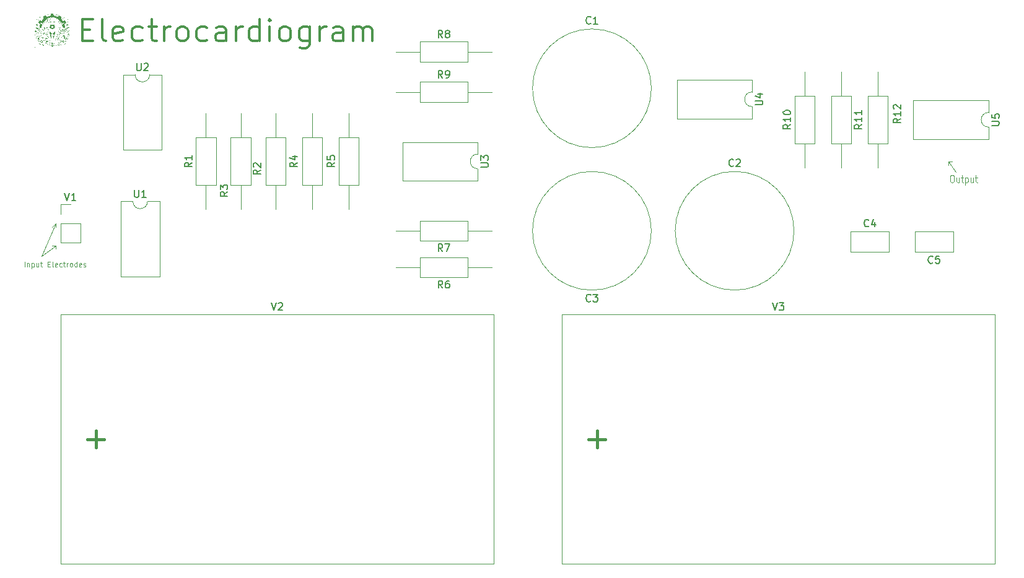
<source format=gbr>
%TF.GenerationSoftware,KiCad,Pcbnew,8.0.3*%
%TF.CreationDate,2024-07-09T16:52:22+05:30*%
%TF.ProjectId,ECG,4543472e-6b69-4636-9164-5f7063625858,rev?*%
%TF.SameCoordinates,Original*%
%TF.FileFunction,Legend,Top*%
%TF.FilePolarity,Positive*%
%FSLAX46Y46*%
G04 Gerber Fmt 4.6, Leading zero omitted, Abs format (unit mm)*
G04 Created by KiCad (PCBNEW 8.0.3) date 2024-07-09 16:52:22*
%MOMM*%
%LPD*%
G01*
G04 APERTURE LIST*
%ADD10C,0.100000*%
%ADD11C,0.300000*%
%ADD12C,0.150000*%
%ADD13C,0.450000*%
%ADD14C,0.120000*%
%ADD15C,0.000000*%
G04 APERTURE END LIST*
D10*
X206000000Y-87500000D02*
X206000000Y-88000000D01*
X84000000Y-99000000D02*
X84000000Y-99500000D01*
X206000000Y-88000000D02*
X206000000Y-87500000D01*
X84000000Y-96000000D02*
X83500000Y-96500000D01*
X84000000Y-99000000D02*
X83500000Y-99000000D01*
X82000000Y-100500000D02*
X84000000Y-99000000D01*
X206000000Y-87500000D02*
X207000000Y-89000000D01*
X207000000Y-89000000D02*
X206000000Y-87500000D01*
X82000000Y-100500000D02*
X84000000Y-96000000D01*
X84000000Y-96000000D02*
X84000000Y-96500000D01*
X206500000Y-87500000D02*
X206000000Y-87500000D01*
D11*
X87645626Y-69483900D02*
X88645626Y-69483900D01*
X89074198Y-71055329D02*
X87645626Y-71055329D01*
X87645626Y-71055329D02*
X87645626Y-68055329D01*
X87645626Y-68055329D02*
X89074198Y-68055329D01*
X90788484Y-71055329D02*
X90502769Y-70912472D01*
X90502769Y-70912472D02*
X90359912Y-70626757D01*
X90359912Y-70626757D02*
X90359912Y-68055329D01*
X93074198Y-70912472D02*
X92788484Y-71055329D01*
X92788484Y-71055329D02*
X92217056Y-71055329D01*
X92217056Y-71055329D02*
X91931341Y-70912472D01*
X91931341Y-70912472D02*
X91788484Y-70626757D01*
X91788484Y-70626757D02*
X91788484Y-69483900D01*
X91788484Y-69483900D02*
X91931341Y-69198186D01*
X91931341Y-69198186D02*
X92217056Y-69055329D01*
X92217056Y-69055329D02*
X92788484Y-69055329D01*
X92788484Y-69055329D02*
X93074198Y-69198186D01*
X93074198Y-69198186D02*
X93217056Y-69483900D01*
X93217056Y-69483900D02*
X93217056Y-69769614D01*
X93217056Y-69769614D02*
X91788484Y-70055329D01*
X95788485Y-70912472D02*
X95502770Y-71055329D01*
X95502770Y-71055329D02*
X94931342Y-71055329D01*
X94931342Y-71055329D02*
X94645627Y-70912472D01*
X94645627Y-70912472D02*
X94502770Y-70769614D01*
X94502770Y-70769614D02*
X94359913Y-70483900D01*
X94359913Y-70483900D02*
X94359913Y-69626757D01*
X94359913Y-69626757D02*
X94502770Y-69341043D01*
X94502770Y-69341043D02*
X94645627Y-69198186D01*
X94645627Y-69198186D02*
X94931342Y-69055329D01*
X94931342Y-69055329D02*
X95502770Y-69055329D01*
X95502770Y-69055329D02*
X95788485Y-69198186D01*
X96645628Y-69055329D02*
X97788485Y-69055329D01*
X97074199Y-68055329D02*
X97074199Y-70626757D01*
X97074199Y-70626757D02*
X97217056Y-70912472D01*
X97217056Y-70912472D02*
X97502771Y-71055329D01*
X97502771Y-71055329D02*
X97788485Y-71055329D01*
X98788485Y-71055329D02*
X98788485Y-69055329D01*
X98788485Y-69626757D02*
X98931342Y-69341043D01*
X98931342Y-69341043D02*
X99074200Y-69198186D01*
X99074200Y-69198186D02*
X99359914Y-69055329D01*
X99359914Y-69055329D02*
X99645628Y-69055329D01*
X101074200Y-71055329D02*
X100788485Y-70912472D01*
X100788485Y-70912472D02*
X100645628Y-70769614D01*
X100645628Y-70769614D02*
X100502771Y-70483900D01*
X100502771Y-70483900D02*
X100502771Y-69626757D01*
X100502771Y-69626757D02*
X100645628Y-69341043D01*
X100645628Y-69341043D02*
X100788485Y-69198186D01*
X100788485Y-69198186D02*
X101074200Y-69055329D01*
X101074200Y-69055329D02*
X101502771Y-69055329D01*
X101502771Y-69055329D02*
X101788485Y-69198186D01*
X101788485Y-69198186D02*
X101931343Y-69341043D01*
X101931343Y-69341043D02*
X102074200Y-69626757D01*
X102074200Y-69626757D02*
X102074200Y-70483900D01*
X102074200Y-70483900D02*
X101931343Y-70769614D01*
X101931343Y-70769614D02*
X101788485Y-70912472D01*
X101788485Y-70912472D02*
X101502771Y-71055329D01*
X101502771Y-71055329D02*
X101074200Y-71055329D01*
X104645629Y-70912472D02*
X104359914Y-71055329D01*
X104359914Y-71055329D02*
X103788486Y-71055329D01*
X103788486Y-71055329D02*
X103502771Y-70912472D01*
X103502771Y-70912472D02*
X103359914Y-70769614D01*
X103359914Y-70769614D02*
X103217057Y-70483900D01*
X103217057Y-70483900D02*
X103217057Y-69626757D01*
X103217057Y-69626757D02*
X103359914Y-69341043D01*
X103359914Y-69341043D02*
X103502771Y-69198186D01*
X103502771Y-69198186D02*
X103788486Y-69055329D01*
X103788486Y-69055329D02*
X104359914Y-69055329D01*
X104359914Y-69055329D02*
X104645629Y-69198186D01*
X107217058Y-71055329D02*
X107217058Y-69483900D01*
X107217058Y-69483900D02*
X107074200Y-69198186D01*
X107074200Y-69198186D02*
X106788486Y-69055329D01*
X106788486Y-69055329D02*
X106217058Y-69055329D01*
X106217058Y-69055329D02*
X105931343Y-69198186D01*
X107217058Y-70912472D02*
X106931343Y-71055329D01*
X106931343Y-71055329D02*
X106217058Y-71055329D01*
X106217058Y-71055329D02*
X105931343Y-70912472D01*
X105931343Y-70912472D02*
X105788486Y-70626757D01*
X105788486Y-70626757D02*
X105788486Y-70341043D01*
X105788486Y-70341043D02*
X105931343Y-70055329D01*
X105931343Y-70055329D02*
X106217058Y-69912472D01*
X106217058Y-69912472D02*
X106931343Y-69912472D01*
X106931343Y-69912472D02*
X107217058Y-69769614D01*
X108645629Y-71055329D02*
X108645629Y-69055329D01*
X108645629Y-69626757D02*
X108788486Y-69341043D01*
X108788486Y-69341043D02*
X108931344Y-69198186D01*
X108931344Y-69198186D02*
X109217058Y-69055329D01*
X109217058Y-69055329D02*
X109502772Y-69055329D01*
X111788487Y-71055329D02*
X111788487Y-68055329D01*
X111788487Y-70912472D02*
X111502772Y-71055329D01*
X111502772Y-71055329D02*
X110931344Y-71055329D01*
X110931344Y-71055329D02*
X110645629Y-70912472D01*
X110645629Y-70912472D02*
X110502772Y-70769614D01*
X110502772Y-70769614D02*
X110359915Y-70483900D01*
X110359915Y-70483900D02*
X110359915Y-69626757D01*
X110359915Y-69626757D02*
X110502772Y-69341043D01*
X110502772Y-69341043D02*
X110645629Y-69198186D01*
X110645629Y-69198186D02*
X110931344Y-69055329D01*
X110931344Y-69055329D02*
X111502772Y-69055329D01*
X111502772Y-69055329D02*
X111788487Y-69198186D01*
X113217058Y-71055329D02*
X113217058Y-69055329D01*
X113217058Y-68055329D02*
X113074201Y-68198186D01*
X113074201Y-68198186D02*
X113217058Y-68341043D01*
X113217058Y-68341043D02*
X113359915Y-68198186D01*
X113359915Y-68198186D02*
X113217058Y-68055329D01*
X113217058Y-68055329D02*
X113217058Y-68341043D01*
X115074201Y-71055329D02*
X114788486Y-70912472D01*
X114788486Y-70912472D02*
X114645629Y-70769614D01*
X114645629Y-70769614D02*
X114502772Y-70483900D01*
X114502772Y-70483900D02*
X114502772Y-69626757D01*
X114502772Y-69626757D02*
X114645629Y-69341043D01*
X114645629Y-69341043D02*
X114788486Y-69198186D01*
X114788486Y-69198186D02*
X115074201Y-69055329D01*
X115074201Y-69055329D02*
X115502772Y-69055329D01*
X115502772Y-69055329D02*
X115788486Y-69198186D01*
X115788486Y-69198186D02*
X115931344Y-69341043D01*
X115931344Y-69341043D02*
X116074201Y-69626757D01*
X116074201Y-69626757D02*
X116074201Y-70483900D01*
X116074201Y-70483900D02*
X115931344Y-70769614D01*
X115931344Y-70769614D02*
X115788486Y-70912472D01*
X115788486Y-70912472D02*
X115502772Y-71055329D01*
X115502772Y-71055329D02*
X115074201Y-71055329D01*
X118645630Y-69055329D02*
X118645630Y-71483900D01*
X118645630Y-71483900D02*
X118502772Y-71769614D01*
X118502772Y-71769614D02*
X118359915Y-71912472D01*
X118359915Y-71912472D02*
X118074201Y-72055329D01*
X118074201Y-72055329D02*
X117645630Y-72055329D01*
X117645630Y-72055329D02*
X117359915Y-71912472D01*
X118645630Y-70912472D02*
X118359915Y-71055329D01*
X118359915Y-71055329D02*
X117788487Y-71055329D01*
X117788487Y-71055329D02*
X117502772Y-70912472D01*
X117502772Y-70912472D02*
X117359915Y-70769614D01*
X117359915Y-70769614D02*
X117217058Y-70483900D01*
X117217058Y-70483900D02*
X117217058Y-69626757D01*
X117217058Y-69626757D02*
X117359915Y-69341043D01*
X117359915Y-69341043D02*
X117502772Y-69198186D01*
X117502772Y-69198186D02*
X117788487Y-69055329D01*
X117788487Y-69055329D02*
X118359915Y-69055329D01*
X118359915Y-69055329D02*
X118645630Y-69198186D01*
X120074201Y-71055329D02*
X120074201Y-69055329D01*
X120074201Y-69626757D02*
X120217058Y-69341043D01*
X120217058Y-69341043D02*
X120359916Y-69198186D01*
X120359916Y-69198186D02*
X120645630Y-69055329D01*
X120645630Y-69055329D02*
X120931344Y-69055329D01*
X123217059Y-71055329D02*
X123217059Y-69483900D01*
X123217059Y-69483900D02*
X123074201Y-69198186D01*
X123074201Y-69198186D02*
X122788487Y-69055329D01*
X122788487Y-69055329D02*
X122217059Y-69055329D01*
X122217059Y-69055329D02*
X121931344Y-69198186D01*
X123217059Y-70912472D02*
X122931344Y-71055329D01*
X122931344Y-71055329D02*
X122217059Y-71055329D01*
X122217059Y-71055329D02*
X121931344Y-70912472D01*
X121931344Y-70912472D02*
X121788487Y-70626757D01*
X121788487Y-70626757D02*
X121788487Y-70341043D01*
X121788487Y-70341043D02*
X121931344Y-70055329D01*
X121931344Y-70055329D02*
X122217059Y-69912472D01*
X122217059Y-69912472D02*
X122931344Y-69912472D01*
X122931344Y-69912472D02*
X123217059Y-69769614D01*
X124645630Y-71055329D02*
X124645630Y-69055329D01*
X124645630Y-69341043D02*
X124788487Y-69198186D01*
X124788487Y-69198186D02*
X125074202Y-69055329D01*
X125074202Y-69055329D02*
X125502773Y-69055329D01*
X125502773Y-69055329D02*
X125788487Y-69198186D01*
X125788487Y-69198186D02*
X125931345Y-69483900D01*
X125931345Y-69483900D02*
X125931345Y-71055329D01*
X125931345Y-69483900D02*
X126074202Y-69198186D01*
X126074202Y-69198186D02*
X126359916Y-69055329D01*
X126359916Y-69055329D02*
X126788487Y-69055329D01*
X126788487Y-69055329D02*
X127074202Y-69198186D01*
X127074202Y-69198186D02*
X127217059Y-69483900D01*
X127217059Y-69483900D02*
X127217059Y-71055329D01*
D10*
X79732455Y-101909133D02*
X79732455Y-101209133D01*
X80065788Y-101442466D02*
X80065788Y-101909133D01*
X80065788Y-101509133D02*
X80099122Y-101475800D01*
X80099122Y-101475800D02*
X80165788Y-101442466D01*
X80165788Y-101442466D02*
X80265788Y-101442466D01*
X80265788Y-101442466D02*
X80332455Y-101475800D01*
X80332455Y-101475800D02*
X80365788Y-101542466D01*
X80365788Y-101542466D02*
X80365788Y-101909133D01*
X80699121Y-101442466D02*
X80699121Y-102142466D01*
X80699121Y-101475800D02*
X80765788Y-101442466D01*
X80765788Y-101442466D02*
X80899121Y-101442466D01*
X80899121Y-101442466D02*
X80965788Y-101475800D01*
X80965788Y-101475800D02*
X80999121Y-101509133D01*
X80999121Y-101509133D02*
X81032455Y-101575800D01*
X81032455Y-101575800D02*
X81032455Y-101775800D01*
X81032455Y-101775800D02*
X80999121Y-101842466D01*
X80999121Y-101842466D02*
X80965788Y-101875800D01*
X80965788Y-101875800D02*
X80899121Y-101909133D01*
X80899121Y-101909133D02*
X80765788Y-101909133D01*
X80765788Y-101909133D02*
X80699121Y-101875800D01*
X81632454Y-101442466D02*
X81632454Y-101909133D01*
X81332454Y-101442466D02*
X81332454Y-101809133D01*
X81332454Y-101809133D02*
X81365788Y-101875800D01*
X81365788Y-101875800D02*
X81432454Y-101909133D01*
X81432454Y-101909133D02*
X81532454Y-101909133D01*
X81532454Y-101909133D02*
X81599121Y-101875800D01*
X81599121Y-101875800D02*
X81632454Y-101842466D01*
X81865787Y-101442466D02*
X82132454Y-101442466D01*
X81965787Y-101209133D02*
X81965787Y-101809133D01*
X81965787Y-101809133D02*
X81999121Y-101875800D01*
X81999121Y-101875800D02*
X82065787Y-101909133D01*
X82065787Y-101909133D02*
X82132454Y-101909133D01*
X82899120Y-101542466D02*
X83132454Y-101542466D01*
X83232454Y-101909133D02*
X82899120Y-101909133D01*
X82899120Y-101909133D02*
X82899120Y-101209133D01*
X82899120Y-101209133D02*
X83232454Y-101209133D01*
X83632453Y-101909133D02*
X83565787Y-101875800D01*
X83565787Y-101875800D02*
X83532453Y-101809133D01*
X83532453Y-101809133D02*
X83532453Y-101209133D01*
X84165787Y-101875800D02*
X84099120Y-101909133D01*
X84099120Y-101909133D02*
X83965787Y-101909133D01*
X83965787Y-101909133D02*
X83899120Y-101875800D01*
X83899120Y-101875800D02*
X83865787Y-101809133D01*
X83865787Y-101809133D02*
X83865787Y-101542466D01*
X83865787Y-101542466D02*
X83899120Y-101475800D01*
X83899120Y-101475800D02*
X83965787Y-101442466D01*
X83965787Y-101442466D02*
X84099120Y-101442466D01*
X84099120Y-101442466D02*
X84165787Y-101475800D01*
X84165787Y-101475800D02*
X84199120Y-101542466D01*
X84199120Y-101542466D02*
X84199120Y-101609133D01*
X84199120Y-101609133D02*
X83865787Y-101675800D01*
X84799120Y-101875800D02*
X84732454Y-101909133D01*
X84732454Y-101909133D02*
X84599120Y-101909133D01*
X84599120Y-101909133D02*
X84532454Y-101875800D01*
X84532454Y-101875800D02*
X84499120Y-101842466D01*
X84499120Y-101842466D02*
X84465787Y-101775800D01*
X84465787Y-101775800D02*
X84465787Y-101575800D01*
X84465787Y-101575800D02*
X84499120Y-101509133D01*
X84499120Y-101509133D02*
X84532454Y-101475800D01*
X84532454Y-101475800D02*
X84599120Y-101442466D01*
X84599120Y-101442466D02*
X84732454Y-101442466D01*
X84732454Y-101442466D02*
X84799120Y-101475800D01*
X84999120Y-101442466D02*
X85265787Y-101442466D01*
X85099120Y-101209133D02*
X85099120Y-101809133D01*
X85099120Y-101809133D02*
X85132454Y-101875800D01*
X85132454Y-101875800D02*
X85199120Y-101909133D01*
X85199120Y-101909133D02*
X85265787Y-101909133D01*
X85499120Y-101909133D02*
X85499120Y-101442466D01*
X85499120Y-101575800D02*
X85532454Y-101509133D01*
X85532454Y-101509133D02*
X85565787Y-101475800D01*
X85565787Y-101475800D02*
X85632454Y-101442466D01*
X85632454Y-101442466D02*
X85699120Y-101442466D01*
X86032453Y-101909133D02*
X85965787Y-101875800D01*
X85965787Y-101875800D02*
X85932453Y-101842466D01*
X85932453Y-101842466D02*
X85899120Y-101775800D01*
X85899120Y-101775800D02*
X85899120Y-101575800D01*
X85899120Y-101575800D02*
X85932453Y-101509133D01*
X85932453Y-101509133D02*
X85965787Y-101475800D01*
X85965787Y-101475800D02*
X86032453Y-101442466D01*
X86032453Y-101442466D02*
X86132453Y-101442466D01*
X86132453Y-101442466D02*
X86199120Y-101475800D01*
X86199120Y-101475800D02*
X86232453Y-101509133D01*
X86232453Y-101509133D02*
X86265787Y-101575800D01*
X86265787Y-101575800D02*
X86265787Y-101775800D01*
X86265787Y-101775800D02*
X86232453Y-101842466D01*
X86232453Y-101842466D02*
X86199120Y-101875800D01*
X86199120Y-101875800D02*
X86132453Y-101909133D01*
X86132453Y-101909133D02*
X86032453Y-101909133D01*
X86865786Y-101909133D02*
X86865786Y-101209133D01*
X86865786Y-101875800D02*
X86799120Y-101909133D01*
X86799120Y-101909133D02*
X86665786Y-101909133D01*
X86665786Y-101909133D02*
X86599120Y-101875800D01*
X86599120Y-101875800D02*
X86565786Y-101842466D01*
X86565786Y-101842466D02*
X86532453Y-101775800D01*
X86532453Y-101775800D02*
X86532453Y-101575800D01*
X86532453Y-101575800D02*
X86565786Y-101509133D01*
X86565786Y-101509133D02*
X86599120Y-101475800D01*
X86599120Y-101475800D02*
X86665786Y-101442466D01*
X86665786Y-101442466D02*
X86799120Y-101442466D01*
X86799120Y-101442466D02*
X86865786Y-101475800D01*
X87465786Y-101875800D02*
X87399119Y-101909133D01*
X87399119Y-101909133D02*
X87265786Y-101909133D01*
X87265786Y-101909133D02*
X87199119Y-101875800D01*
X87199119Y-101875800D02*
X87165786Y-101809133D01*
X87165786Y-101809133D02*
X87165786Y-101542466D01*
X87165786Y-101542466D02*
X87199119Y-101475800D01*
X87199119Y-101475800D02*
X87265786Y-101442466D01*
X87265786Y-101442466D02*
X87399119Y-101442466D01*
X87399119Y-101442466D02*
X87465786Y-101475800D01*
X87465786Y-101475800D02*
X87499119Y-101542466D01*
X87499119Y-101542466D02*
X87499119Y-101609133D01*
X87499119Y-101609133D02*
X87165786Y-101675800D01*
X87765786Y-101875800D02*
X87832453Y-101909133D01*
X87832453Y-101909133D02*
X87965786Y-101909133D01*
X87965786Y-101909133D02*
X88032453Y-101875800D01*
X88032453Y-101875800D02*
X88065786Y-101809133D01*
X88065786Y-101809133D02*
X88065786Y-101775800D01*
X88065786Y-101775800D02*
X88032453Y-101709133D01*
X88032453Y-101709133D02*
X87965786Y-101675800D01*
X87965786Y-101675800D02*
X87865786Y-101675800D01*
X87865786Y-101675800D02*
X87799119Y-101642466D01*
X87799119Y-101642466D02*
X87765786Y-101575800D01*
X87765786Y-101575800D02*
X87765786Y-101542466D01*
X87765786Y-101542466D02*
X87799119Y-101475800D01*
X87799119Y-101475800D02*
X87865786Y-101442466D01*
X87865786Y-101442466D02*
X87965786Y-101442466D01*
X87965786Y-101442466D02*
X88032453Y-101475800D01*
X206408646Y-89372419D02*
X206561027Y-89372419D01*
X206561027Y-89372419D02*
X206637217Y-89420038D01*
X206637217Y-89420038D02*
X206713408Y-89515276D01*
X206713408Y-89515276D02*
X206751503Y-89705752D01*
X206751503Y-89705752D02*
X206751503Y-90039085D01*
X206751503Y-90039085D02*
X206713408Y-90229561D01*
X206713408Y-90229561D02*
X206637217Y-90324800D01*
X206637217Y-90324800D02*
X206561027Y-90372419D01*
X206561027Y-90372419D02*
X206408646Y-90372419D01*
X206408646Y-90372419D02*
X206332455Y-90324800D01*
X206332455Y-90324800D02*
X206256265Y-90229561D01*
X206256265Y-90229561D02*
X206218169Y-90039085D01*
X206218169Y-90039085D02*
X206218169Y-89705752D01*
X206218169Y-89705752D02*
X206256265Y-89515276D01*
X206256265Y-89515276D02*
X206332455Y-89420038D01*
X206332455Y-89420038D02*
X206408646Y-89372419D01*
X207437217Y-89705752D02*
X207437217Y-90372419D01*
X207094360Y-89705752D02*
X207094360Y-90229561D01*
X207094360Y-90229561D02*
X207132455Y-90324800D01*
X207132455Y-90324800D02*
X207208645Y-90372419D01*
X207208645Y-90372419D02*
X207322931Y-90372419D01*
X207322931Y-90372419D02*
X207399122Y-90324800D01*
X207399122Y-90324800D02*
X207437217Y-90277180D01*
X207703884Y-89705752D02*
X208008646Y-89705752D01*
X207818170Y-89372419D02*
X207818170Y-90229561D01*
X207818170Y-90229561D02*
X207856265Y-90324800D01*
X207856265Y-90324800D02*
X207932455Y-90372419D01*
X207932455Y-90372419D02*
X208008646Y-90372419D01*
X208275313Y-89705752D02*
X208275313Y-90705752D01*
X208275313Y-89753371D02*
X208351503Y-89705752D01*
X208351503Y-89705752D02*
X208503884Y-89705752D01*
X208503884Y-89705752D02*
X208580075Y-89753371D01*
X208580075Y-89753371D02*
X208618170Y-89800990D01*
X208618170Y-89800990D02*
X208656265Y-89896228D01*
X208656265Y-89896228D02*
X208656265Y-90181942D01*
X208656265Y-90181942D02*
X208618170Y-90277180D01*
X208618170Y-90277180D02*
X208580075Y-90324800D01*
X208580075Y-90324800D02*
X208503884Y-90372419D01*
X208503884Y-90372419D02*
X208351503Y-90372419D01*
X208351503Y-90372419D02*
X208275313Y-90324800D01*
X209341980Y-89705752D02*
X209341980Y-90372419D01*
X208999123Y-89705752D02*
X208999123Y-90229561D01*
X208999123Y-90229561D02*
X209037218Y-90324800D01*
X209037218Y-90324800D02*
X209113408Y-90372419D01*
X209113408Y-90372419D02*
X209227694Y-90372419D01*
X209227694Y-90372419D02*
X209303885Y-90324800D01*
X209303885Y-90324800D02*
X209341980Y-90277180D01*
X209608647Y-89705752D02*
X209913409Y-89705752D01*
X209722933Y-89372419D02*
X209722933Y-90229561D01*
X209722933Y-90229561D02*
X209761028Y-90324800D01*
X209761028Y-90324800D02*
X209837218Y-90372419D01*
X209837218Y-90372419D02*
X209913409Y-90372419D01*
D12*
X157083333Y-106609580D02*
X157035714Y-106657200D01*
X157035714Y-106657200D02*
X156892857Y-106704819D01*
X156892857Y-106704819D02*
X156797619Y-106704819D01*
X156797619Y-106704819D02*
X156654762Y-106657200D01*
X156654762Y-106657200D02*
X156559524Y-106561961D01*
X156559524Y-106561961D02*
X156511905Y-106466723D01*
X156511905Y-106466723D02*
X156464286Y-106276247D01*
X156464286Y-106276247D02*
X156464286Y-106133390D01*
X156464286Y-106133390D02*
X156511905Y-105942914D01*
X156511905Y-105942914D02*
X156559524Y-105847676D01*
X156559524Y-105847676D02*
X156654762Y-105752438D01*
X156654762Y-105752438D02*
X156797619Y-105704819D01*
X156797619Y-105704819D02*
X156892857Y-105704819D01*
X156892857Y-105704819D02*
X157035714Y-105752438D01*
X157035714Y-105752438D02*
X157083333Y-105800057D01*
X157416667Y-105704819D02*
X158035714Y-105704819D01*
X158035714Y-105704819D02*
X157702381Y-106085771D01*
X157702381Y-106085771D02*
X157845238Y-106085771D01*
X157845238Y-106085771D02*
X157940476Y-106133390D01*
X157940476Y-106133390D02*
X157988095Y-106181009D01*
X157988095Y-106181009D02*
X158035714Y-106276247D01*
X158035714Y-106276247D02*
X158035714Y-106514342D01*
X158035714Y-106514342D02*
X157988095Y-106609580D01*
X157988095Y-106609580D02*
X157940476Y-106657200D01*
X157940476Y-106657200D02*
X157845238Y-106704819D01*
X157845238Y-106704819D02*
X157559524Y-106704819D01*
X157559524Y-106704819D02*
X157464286Y-106657200D01*
X157464286Y-106657200D02*
X157416667Y-106609580D01*
X111954819Y-88666666D02*
X111478628Y-88999999D01*
X111954819Y-89238094D02*
X110954819Y-89238094D01*
X110954819Y-89238094D02*
X110954819Y-88857142D01*
X110954819Y-88857142D02*
X111002438Y-88761904D01*
X111002438Y-88761904D02*
X111050057Y-88714285D01*
X111050057Y-88714285D02*
X111145295Y-88666666D01*
X111145295Y-88666666D02*
X111288152Y-88666666D01*
X111288152Y-88666666D02*
X111383390Y-88714285D01*
X111383390Y-88714285D02*
X111431009Y-88761904D01*
X111431009Y-88761904D02*
X111478628Y-88857142D01*
X111478628Y-88857142D02*
X111478628Y-89238094D01*
X111050057Y-88285713D02*
X111002438Y-88238094D01*
X111002438Y-88238094D02*
X110954819Y-88142856D01*
X110954819Y-88142856D02*
X110954819Y-87904761D01*
X110954819Y-87904761D02*
X111002438Y-87809523D01*
X111002438Y-87809523D02*
X111050057Y-87761904D01*
X111050057Y-87761904D02*
X111145295Y-87714285D01*
X111145295Y-87714285D02*
X111240533Y-87714285D01*
X111240533Y-87714285D02*
X111383390Y-87761904D01*
X111383390Y-87761904D02*
X111954819Y-88333332D01*
X111954819Y-88333332D02*
X111954819Y-87714285D01*
X136833333Y-76084819D02*
X136500000Y-75608628D01*
X136261905Y-76084819D02*
X136261905Y-75084819D01*
X136261905Y-75084819D02*
X136642857Y-75084819D01*
X136642857Y-75084819D02*
X136738095Y-75132438D01*
X136738095Y-75132438D02*
X136785714Y-75180057D01*
X136785714Y-75180057D02*
X136833333Y-75275295D01*
X136833333Y-75275295D02*
X136833333Y-75418152D01*
X136833333Y-75418152D02*
X136785714Y-75513390D01*
X136785714Y-75513390D02*
X136738095Y-75561009D01*
X136738095Y-75561009D02*
X136642857Y-75608628D01*
X136642857Y-75608628D02*
X136261905Y-75608628D01*
X137309524Y-76084819D02*
X137500000Y-76084819D01*
X137500000Y-76084819D02*
X137595238Y-76037200D01*
X137595238Y-76037200D02*
X137642857Y-75989580D01*
X137642857Y-75989580D02*
X137738095Y-75846723D01*
X137738095Y-75846723D02*
X137785714Y-75656247D01*
X137785714Y-75656247D02*
X137785714Y-75275295D01*
X137785714Y-75275295D02*
X137738095Y-75180057D01*
X137738095Y-75180057D02*
X137690476Y-75132438D01*
X137690476Y-75132438D02*
X137595238Y-75084819D01*
X137595238Y-75084819D02*
X137404762Y-75084819D01*
X137404762Y-75084819D02*
X137309524Y-75132438D01*
X137309524Y-75132438D02*
X137261905Y-75180057D01*
X137261905Y-75180057D02*
X137214286Y-75275295D01*
X137214286Y-75275295D02*
X137214286Y-75513390D01*
X137214286Y-75513390D02*
X137261905Y-75608628D01*
X137261905Y-75608628D02*
X137309524Y-75656247D01*
X137309524Y-75656247D02*
X137404762Y-75703866D01*
X137404762Y-75703866D02*
X137595238Y-75703866D01*
X137595238Y-75703866D02*
X137690476Y-75656247D01*
X137690476Y-75656247D02*
X137738095Y-75608628D01*
X137738095Y-75608628D02*
X137785714Y-75513390D01*
X176583333Y-88109580D02*
X176535714Y-88157200D01*
X176535714Y-88157200D02*
X176392857Y-88204819D01*
X176392857Y-88204819D02*
X176297619Y-88204819D01*
X176297619Y-88204819D02*
X176154762Y-88157200D01*
X176154762Y-88157200D02*
X176059524Y-88061961D01*
X176059524Y-88061961D02*
X176011905Y-87966723D01*
X176011905Y-87966723D02*
X175964286Y-87776247D01*
X175964286Y-87776247D02*
X175964286Y-87633390D01*
X175964286Y-87633390D02*
X176011905Y-87442914D01*
X176011905Y-87442914D02*
X176059524Y-87347676D01*
X176059524Y-87347676D02*
X176154762Y-87252438D01*
X176154762Y-87252438D02*
X176297619Y-87204819D01*
X176297619Y-87204819D02*
X176392857Y-87204819D01*
X176392857Y-87204819D02*
X176535714Y-87252438D01*
X176535714Y-87252438D02*
X176583333Y-87300057D01*
X176964286Y-87300057D02*
X177011905Y-87252438D01*
X177011905Y-87252438D02*
X177107143Y-87204819D01*
X177107143Y-87204819D02*
X177345238Y-87204819D01*
X177345238Y-87204819D02*
X177440476Y-87252438D01*
X177440476Y-87252438D02*
X177488095Y-87300057D01*
X177488095Y-87300057D02*
X177535714Y-87395295D01*
X177535714Y-87395295D02*
X177535714Y-87490533D01*
X177535714Y-87490533D02*
X177488095Y-87633390D01*
X177488095Y-87633390D02*
X176916667Y-88204819D01*
X176916667Y-88204819D02*
X177535714Y-88204819D01*
X181940476Y-106854819D02*
X182273809Y-107854819D01*
X182273809Y-107854819D02*
X182607142Y-106854819D01*
X182845238Y-106854819D02*
X183464285Y-106854819D01*
X183464285Y-106854819D02*
X183130952Y-107235771D01*
X183130952Y-107235771D02*
X183273809Y-107235771D01*
X183273809Y-107235771D02*
X183369047Y-107283390D01*
X183369047Y-107283390D02*
X183416666Y-107331009D01*
X183416666Y-107331009D02*
X183464285Y-107426247D01*
X183464285Y-107426247D02*
X183464285Y-107664342D01*
X183464285Y-107664342D02*
X183416666Y-107759580D01*
X183416666Y-107759580D02*
X183369047Y-107807200D01*
X183369047Y-107807200D02*
X183273809Y-107854819D01*
X183273809Y-107854819D02*
X182988095Y-107854819D01*
X182988095Y-107854819D02*
X182892857Y-107807200D01*
X182892857Y-107807200D02*
X182845238Y-107759580D01*
D13*
X156807142Y-125521600D02*
X159092857Y-125521600D01*
X157949999Y-126664457D02*
X157949999Y-124378742D01*
D12*
X136833333Y-70584819D02*
X136500000Y-70108628D01*
X136261905Y-70584819D02*
X136261905Y-69584819D01*
X136261905Y-69584819D02*
X136642857Y-69584819D01*
X136642857Y-69584819D02*
X136738095Y-69632438D01*
X136738095Y-69632438D02*
X136785714Y-69680057D01*
X136785714Y-69680057D02*
X136833333Y-69775295D01*
X136833333Y-69775295D02*
X136833333Y-69918152D01*
X136833333Y-69918152D02*
X136785714Y-70013390D01*
X136785714Y-70013390D02*
X136738095Y-70061009D01*
X136738095Y-70061009D02*
X136642857Y-70108628D01*
X136642857Y-70108628D02*
X136261905Y-70108628D01*
X137404762Y-70013390D02*
X137309524Y-69965771D01*
X137309524Y-69965771D02*
X137261905Y-69918152D01*
X137261905Y-69918152D02*
X137214286Y-69822914D01*
X137214286Y-69822914D02*
X137214286Y-69775295D01*
X137214286Y-69775295D02*
X137261905Y-69680057D01*
X137261905Y-69680057D02*
X137309524Y-69632438D01*
X137309524Y-69632438D02*
X137404762Y-69584819D01*
X137404762Y-69584819D02*
X137595238Y-69584819D01*
X137595238Y-69584819D02*
X137690476Y-69632438D01*
X137690476Y-69632438D02*
X137738095Y-69680057D01*
X137738095Y-69680057D02*
X137785714Y-69775295D01*
X137785714Y-69775295D02*
X137785714Y-69822914D01*
X137785714Y-69822914D02*
X137738095Y-69918152D01*
X137738095Y-69918152D02*
X137690476Y-69965771D01*
X137690476Y-69965771D02*
X137595238Y-70013390D01*
X137595238Y-70013390D02*
X137404762Y-70013390D01*
X137404762Y-70013390D02*
X137309524Y-70061009D01*
X137309524Y-70061009D02*
X137261905Y-70108628D01*
X137261905Y-70108628D02*
X137214286Y-70203866D01*
X137214286Y-70203866D02*
X137214286Y-70394342D01*
X137214286Y-70394342D02*
X137261905Y-70489580D01*
X137261905Y-70489580D02*
X137309524Y-70537200D01*
X137309524Y-70537200D02*
X137404762Y-70584819D01*
X137404762Y-70584819D02*
X137595238Y-70584819D01*
X137595238Y-70584819D02*
X137690476Y-70537200D01*
X137690476Y-70537200D02*
X137738095Y-70489580D01*
X137738095Y-70489580D02*
X137785714Y-70394342D01*
X137785714Y-70394342D02*
X137785714Y-70203866D01*
X137785714Y-70203866D02*
X137738095Y-70108628D01*
X137738095Y-70108628D02*
X137690476Y-70061009D01*
X137690476Y-70061009D02*
X137595238Y-70013390D01*
X94748095Y-91424819D02*
X94748095Y-92234342D01*
X94748095Y-92234342D02*
X94795714Y-92329580D01*
X94795714Y-92329580D02*
X94843333Y-92377200D01*
X94843333Y-92377200D02*
X94938571Y-92424819D01*
X94938571Y-92424819D02*
X95129047Y-92424819D01*
X95129047Y-92424819D02*
X95224285Y-92377200D01*
X95224285Y-92377200D02*
X95271904Y-92329580D01*
X95271904Y-92329580D02*
X95319523Y-92234342D01*
X95319523Y-92234342D02*
X95319523Y-91424819D01*
X96319523Y-92424819D02*
X95748095Y-92424819D01*
X96033809Y-92424819D02*
X96033809Y-91424819D01*
X96033809Y-91424819D02*
X95938571Y-91567676D01*
X95938571Y-91567676D02*
X95843333Y-91662914D01*
X95843333Y-91662914D02*
X95748095Y-91710533D01*
X194144819Y-82442857D02*
X193668628Y-82776190D01*
X194144819Y-83014285D02*
X193144819Y-83014285D01*
X193144819Y-83014285D02*
X193144819Y-82633333D01*
X193144819Y-82633333D02*
X193192438Y-82538095D01*
X193192438Y-82538095D02*
X193240057Y-82490476D01*
X193240057Y-82490476D02*
X193335295Y-82442857D01*
X193335295Y-82442857D02*
X193478152Y-82442857D01*
X193478152Y-82442857D02*
X193573390Y-82490476D01*
X193573390Y-82490476D02*
X193621009Y-82538095D01*
X193621009Y-82538095D02*
X193668628Y-82633333D01*
X193668628Y-82633333D02*
X193668628Y-83014285D01*
X194144819Y-81490476D02*
X194144819Y-82061904D01*
X194144819Y-81776190D02*
X193144819Y-81776190D01*
X193144819Y-81776190D02*
X193287676Y-81871428D01*
X193287676Y-81871428D02*
X193382914Y-81966666D01*
X193382914Y-81966666D02*
X193430533Y-82061904D01*
X194144819Y-80538095D02*
X194144819Y-81109523D01*
X194144819Y-80823809D02*
X193144819Y-80823809D01*
X193144819Y-80823809D02*
X193287676Y-80919047D01*
X193287676Y-80919047D02*
X193382914Y-81014285D01*
X193382914Y-81014285D02*
X193430533Y-81109523D01*
X195083333Y-96359580D02*
X195035714Y-96407200D01*
X195035714Y-96407200D02*
X194892857Y-96454819D01*
X194892857Y-96454819D02*
X194797619Y-96454819D01*
X194797619Y-96454819D02*
X194654762Y-96407200D01*
X194654762Y-96407200D02*
X194559524Y-96311961D01*
X194559524Y-96311961D02*
X194511905Y-96216723D01*
X194511905Y-96216723D02*
X194464286Y-96026247D01*
X194464286Y-96026247D02*
X194464286Y-95883390D01*
X194464286Y-95883390D02*
X194511905Y-95692914D01*
X194511905Y-95692914D02*
X194559524Y-95597676D01*
X194559524Y-95597676D02*
X194654762Y-95502438D01*
X194654762Y-95502438D02*
X194797619Y-95454819D01*
X194797619Y-95454819D02*
X194892857Y-95454819D01*
X194892857Y-95454819D02*
X195035714Y-95502438D01*
X195035714Y-95502438D02*
X195083333Y-95550057D01*
X195940476Y-95788152D02*
X195940476Y-96454819D01*
X195702381Y-95407200D02*
X195464286Y-96121485D01*
X195464286Y-96121485D02*
X196083333Y-96121485D01*
X107454819Y-91666666D02*
X106978628Y-91999999D01*
X107454819Y-92238094D02*
X106454819Y-92238094D01*
X106454819Y-92238094D02*
X106454819Y-91857142D01*
X106454819Y-91857142D02*
X106502438Y-91761904D01*
X106502438Y-91761904D02*
X106550057Y-91714285D01*
X106550057Y-91714285D02*
X106645295Y-91666666D01*
X106645295Y-91666666D02*
X106788152Y-91666666D01*
X106788152Y-91666666D02*
X106883390Y-91714285D01*
X106883390Y-91714285D02*
X106931009Y-91761904D01*
X106931009Y-91761904D02*
X106978628Y-91857142D01*
X106978628Y-91857142D02*
X106978628Y-92238094D01*
X106454819Y-91333332D02*
X106454819Y-90714285D01*
X106454819Y-90714285D02*
X106835771Y-91047618D01*
X106835771Y-91047618D02*
X106835771Y-90904761D01*
X106835771Y-90904761D02*
X106883390Y-90809523D01*
X106883390Y-90809523D02*
X106931009Y-90761904D01*
X106931009Y-90761904D02*
X107026247Y-90714285D01*
X107026247Y-90714285D02*
X107264342Y-90714285D01*
X107264342Y-90714285D02*
X107359580Y-90761904D01*
X107359580Y-90761904D02*
X107407200Y-90809523D01*
X107407200Y-90809523D02*
X107454819Y-90904761D01*
X107454819Y-90904761D02*
X107454819Y-91190475D01*
X107454819Y-91190475D02*
X107407200Y-91285713D01*
X107407200Y-91285713D02*
X107359580Y-91333332D01*
X157083333Y-68609580D02*
X157035714Y-68657200D01*
X157035714Y-68657200D02*
X156892857Y-68704819D01*
X156892857Y-68704819D02*
X156797619Y-68704819D01*
X156797619Y-68704819D02*
X156654762Y-68657200D01*
X156654762Y-68657200D02*
X156559524Y-68561961D01*
X156559524Y-68561961D02*
X156511905Y-68466723D01*
X156511905Y-68466723D02*
X156464286Y-68276247D01*
X156464286Y-68276247D02*
X156464286Y-68133390D01*
X156464286Y-68133390D02*
X156511905Y-67942914D01*
X156511905Y-67942914D02*
X156559524Y-67847676D01*
X156559524Y-67847676D02*
X156654762Y-67752438D01*
X156654762Y-67752438D02*
X156797619Y-67704819D01*
X156797619Y-67704819D02*
X156892857Y-67704819D01*
X156892857Y-67704819D02*
X157035714Y-67752438D01*
X157035714Y-67752438D02*
X157083333Y-67800057D01*
X158035714Y-68704819D02*
X157464286Y-68704819D01*
X157750000Y-68704819D02*
X157750000Y-67704819D01*
X157750000Y-67704819D02*
X157654762Y-67847676D01*
X157654762Y-67847676D02*
X157559524Y-67942914D01*
X157559524Y-67942914D02*
X157464286Y-67990533D01*
X113440476Y-106854819D02*
X113773809Y-107854819D01*
X113773809Y-107854819D02*
X114107142Y-106854819D01*
X114392857Y-106950057D02*
X114440476Y-106902438D01*
X114440476Y-106902438D02*
X114535714Y-106854819D01*
X114535714Y-106854819D02*
X114773809Y-106854819D01*
X114773809Y-106854819D02*
X114869047Y-106902438D01*
X114869047Y-106902438D02*
X114916666Y-106950057D01*
X114916666Y-106950057D02*
X114964285Y-107045295D01*
X114964285Y-107045295D02*
X114964285Y-107140533D01*
X114964285Y-107140533D02*
X114916666Y-107283390D01*
X114916666Y-107283390D02*
X114345238Y-107854819D01*
X114345238Y-107854819D02*
X114964285Y-107854819D01*
D13*
X88307142Y-125521600D02*
X90592857Y-125521600D01*
X89449999Y-126664457D02*
X89449999Y-124378742D01*
D12*
X211904819Y-82571904D02*
X212714342Y-82571904D01*
X212714342Y-82571904D02*
X212809580Y-82524285D01*
X212809580Y-82524285D02*
X212857200Y-82476666D01*
X212857200Y-82476666D02*
X212904819Y-82381428D01*
X212904819Y-82381428D02*
X212904819Y-82190952D01*
X212904819Y-82190952D02*
X212857200Y-82095714D01*
X212857200Y-82095714D02*
X212809580Y-82048095D01*
X212809580Y-82048095D02*
X212714342Y-82000476D01*
X212714342Y-82000476D02*
X211904819Y-82000476D01*
X211904819Y-81048095D02*
X211904819Y-81524285D01*
X211904819Y-81524285D02*
X212381009Y-81571904D01*
X212381009Y-81571904D02*
X212333390Y-81524285D01*
X212333390Y-81524285D02*
X212285771Y-81429047D01*
X212285771Y-81429047D02*
X212285771Y-81190952D01*
X212285771Y-81190952D02*
X212333390Y-81095714D01*
X212333390Y-81095714D02*
X212381009Y-81048095D01*
X212381009Y-81048095D02*
X212476247Y-81000476D01*
X212476247Y-81000476D02*
X212714342Y-81000476D01*
X212714342Y-81000476D02*
X212809580Y-81048095D01*
X212809580Y-81048095D02*
X212857200Y-81095714D01*
X212857200Y-81095714D02*
X212904819Y-81190952D01*
X212904819Y-81190952D02*
X212904819Y-81429047D01*
X212904819Y-81429047D02*
X212857200Y-81524285D01*
X212857200Y-81524285D02*
X212809580Y-81571904D01*
X136833333Y-104824819D02*
X136500000Y-104348628D01*
X136261905Y-104824819D02*
X136261905Y-103824819D01*
X136261905Y-103824819D02*
X136642857Y-103824819D01*
X136642857Y-103824819D02*
X136738095Y-103872438D01*
X136738095Y-103872438D02*
X136785714Y-103920057D01*
X136785714Y-103920057D02*
X136833333Y-104015295D01*
X136833333Y-104015295D02*
X136833333Y-104158152D01*
X136833333Y-104158152D02*
X136785714Y-104253390D01*
X136785714Y-104253390D02*
X136738095Y-104301009D01*
X136738095Y-104301009D02*
X136642857Y-104348628D01*
X136642857Y-104348628D02*
X136261905Y-104348628D01*
X137690476Y-103824819D02*
X137500000Y-103824819D01*
X137500000Y-103824819D02*
X137404762Y-103872438D01*
X137404762Y-103872438D02*
X137357143Y-103920057D01*
X137357143Y-103920057D02*
X137261905Y-104062914D01*
X137261905Y-104062914D02*
X137214286Y-104253390D01*
X137214286Y-104253390D02*
X137214286Y-104634342D01*
X137214286Y-104634342D02*
X137261905Y-104729580D01*
X137261905Y-104729580D02*
X137309524Y-104777200D01*
X137309524Y-104777200D02*
X137404762Y-104824819D01*
X137404762Y-104824819D02*
X137595238Y-104824819D01*
X137595238Y-104824819D02*
X137690476Y-104777200D01*
X137690476Y-104777200D02*
X137738095Y-104729580D01*
X137738095Y-104729580D02*
X137785714Y-104634342D01*
X137785714Y-104634342D02*
X137785714Y-104396247D01*
X137785714Y-104396247D02*
X137738095Y-104301009D01*
X137738095Y-104301009D02*
X137690476Y-104253390D01*
X137690476Y-104253390D02*
X137595238Y-104205771D01*
X137595238Y-104205771D02*
X137404762Y-104205771D01*
X137404762Y-104205771D02*
X137309524Y-104253390D01*
X137309524Y-104253390D02*
X137261905Y-104301009D01*
X137261905Y-104301009D02*
X137214286Y-104396247D01*
X199454819Y-81642857D02*
X198978628Y-81976190D01*
X199454819Y-82214285D02*
X198454819Y-82214285D01*
X198454819Y-82214285D02*
X198454819Y-81833333D01*
X198454819Y-81833333D02*
X198502438Y-81738095D01*
X198502438Y-81738095D02*
X198550057Y-81690476D01*
X198550057Y-81690476D02*
X198645295Y-81642857D01*
X198645295Y-81642857D02*
X198788152Y-81642857D01*
X198788152Y-81642857D02*
X198883390Y-81690476D01*
X198883390Y-81690476D02*
X198931009Y-81738095D01*
X198931009Y-81738095D02*
X198978628Y-81833333D01*
X198978628Y-81833333D02*
X198978628Y-82214285D01*
X199454819Y-80690476D02*
X199454819Y-81261904D01*
X199454819Y-80976190D02*
X198454819Y-80976190D01*
X198454819Y-80976190D02*
X198597676Y-81071428D01*
X198597676Y-81071428D02*
X198692914Y-81166666D01*
X198692914Y-81166666D02*
X198740533Y-81261904D01*
X198550057Y-80309523D02*
X198502438Y-80261904D01*
X198502438Y-80261904D02*
X198454819Y-80166666D01*
X198454819Y-80166666D02*
X198454819Y-79928571D01*
X198454819Y-79928571D02*
X198502438Y-79833333D01*
X198502438Y-79833333D02*
X198550057Y-79785714D01*
X198550057Y-79785714D02*
X198645295Y-79738095D01*
X198645295Y-79738095D02*
X198740533Y-79738095D01*
X198740533Y-79738095D02*
X198883390Y-79785714D01*
X198883390Y-79785714D02*
X199454819Y-80357142D01*
X199454819Y-80357142D02*
X199454819Y-79738095D01*
X179584819Y-79771904D02*
X180394342Y-79771904D01*
X180394342Y-79771904D02*
X180489580Y-79724285D01*
X180489580Y-79724285D02*
X180537200Y-79676666D01*
X180537200Y-79676666D02*
X180584819Y-79581428D01*
X180584819Y-79581428D02*
X180584819Y-79390952D01*
X180584819Y-79390952D02*
X180537200Y-79295714D01*
X180537200Y-79295714D02*
X180489580Y-79248095D01*
X180489580Y-79248095D02*
X180394342Y-79200476D01*
X180394342Y-79200476D02*
X179584819Y-79200476D01*
X179918152Y-78295714D02*
X180584819Y-78295714D01*
X179537200Y-78533809D02*
X180251485Y-78771904D01*
X180251485Y-78771904D02*
X180251485Y-78152857D01*
X95048095Y-74084819D02*
X95048095Y-74894342D01*
X95048095Y-74894342D02*
X95095714Y-74989580D01*
X95095714Y-74989580D02*
X95143333Y-75037200D01*
X95143333Y-75037200D02*
X95238571Y-75084819D01*
X95238571Y-75084819D02*
X95429047Y-75084819D01*
X95429047Y-75084819D02*
X95524285Y-75037200D01*
X95524285Y-75037200D02*
X95571904Y-74989580D01*
X95571904Y-74989580D02*
X95619523Y-74894342D01*
X95619523Y-74894342D02*
X95619523Y-74084819D01*
X96048095Y-74180057D02*
X96095714Y-74132438D01*
X96095714Y-74132438D02*
X96190952Y-74084819D01*
X96190952Y-74084819D02*
X96429047Y-74084819D01*
X96429047Y-74084819D02*
X96524285Y-74132438D01*
X96524285Y-74132438D02*
X96571904Y-74180057D01*
X96571904Y-74180057D02*
X96619523Y-74275295D01*
X96619523Y-74275295D02*
X96619523Y-74370533D01*
X96619523Y-74370533D02*
X96571904Y-74513390D01*
X96571904Y-74513390D02*
X96000476Y-75084819D01*
X96000476Y-75084819D02*
X96619523Y-75084819D01*
X85190476Y-91849819D02*
X85523809Y-92849819D01*
X85523809Y-92849819D02*
X85857142Y-91849819D01*
X86714285Y-92849819D02*
X86142857Y-92849819D01*
X86428571Y-92849819D02*
X86428571Y-91849819D01*
X86428571Y-91849819D02*
X86333333Y-91992676D01*
X86333333Y-91992676D02*
X86238095Y-92087914D01*
X86238095Y-92087914D02*
X86142857Y-92135533D01*
X184404819Y-82442857D02*
X183928628Y-82776190D01*
X184404819Y-83014285D02*
X183404819Y-83014285D01*
X183404819Y-83014285D02*
X183404819Y-82633333D01*
X183404819Y-82633333D02*
X183452438Y-82538095D01*
X183452438Y-82538095D02*
X183500057Y-82490476D01*
X183500057Y-82490476D02*
X183595295Y-82442857D01*
X183595295Y-82442857D02*
X183738152Y-82442857D01*
X183738152Y-82442857D02*
X183833390Y-82490476D01*
X183833390Y-82490476D02*
X183881009Y-82538095D01*
X183881009Y-82538095D02*
X183928628Y-82633333D01*
X183928628Y-82633333D02*
X183928628Y-83014285D01*
X184404819Y-81490476D02*
X184404819Y-82061904D01*
X184404819Y-81776190D02*
X183404819Y-81776190D01*
X183404819Y-81776190D02*
X183547676Y-81871428D01*
X183547676Y-81871428D02*
X183642914Y-81966666D01*
X183642914Y-81966666D02*
X183690533Y-82061904D01*
X183404819Y-80871428D02*
X183404819Y-80776190D01*
X183404819Y-80776190D02*
X183452438Y-80680952D01*
X183452438Y-80680952D02*
X183500057Y-80633333D01*
X183500057Y-80633333D02*
X183595295Y-80585714D01*
X183595295Y-80585714D02*
X183785771Y-80538095D01*
X183785771Y-80538095D02*
X184023866Y-80538095D01*
X184023866Y-80538095D02*
X184214342Y-80585714D01*
X184214342Y-80585714D02*
X184309580Y-80633333D01*
X184309580Y-80633333D02*
X184357200Y-80680952D01*
X184357200Y-80680952D02*
X184404819Y-80776190D01*
X184404819Y-80776190D02*
X184404819Y-80871428D01*
X184404819Y-80871428D02*
X184357200Y-80966666D01*
X184357200Y-80966666D02*
X184309580Y-81014285D01*
X184309580Y-81014285D02*
X184214342Y-81061904D01*
X184214342Y-81061904D02*
X184023866Y-81109523D01*
X184023866Y-81109523D02*
X183785771Y-81109523D01*
X183785771Y-81109523D02*
X183595295Y-81061904D01*
X183595295Y-81061904D02*
X183500057Y-81014285D01*
X183500057Y-81014285D02*
X183452438Y-80966666D01*
X183452438Y-80966666D02*
X183404819Y-80871428D01*
X102584819Y-87666666D02*
X102108628Y-87999999D01*
X102584819Y-88238094D02*
X101584819Y-88238094D01*
X101584819Y-88238094D02*
X101584819Y-87857142D01*
X101584819Y-87857142D02*
X101632438Y-87761904D01*
X101632438Y-87761904D02*
X101680057Y-87714285D01*
X101680057Y-87714285D02*
X101775295Y-87666666D01*
X101775295Y-87666666D02*
X101918152Y-87666666D01*
X101918152Y-87666666D02*
X102013390Y-87714285D01*
X102013390Y-87714285D02*
X102061009Y-87761904D01*
X102061009Y-87761904D02*
X102108628Y-87857142D01*
X102108628Y-87857142D02*
X102108628Y-88238094D01*
X102584819Y-86714285D02*
X102584819Y-87285713D01*
X102584819Y-86999999D02*
X101584819Y-86999999D01*
X101584819Y-86999999D02*
X101727676Y-87095237D01*
X101727676Y-87095237D02*
X101822914Y-87190475D01*
X101822914Y-87190475D02*
X101870533Y-87285713D01*
X203833333Y-101359580D02*
X203785714Y-101407200D01*
X203785714Y-101407200D02*
X203642857Y-101454819D01*
X203642857Y-101454819D02*
X203547619Y-101454819D01*
X203547619Y-101454819D02*
X203404762Y-101407200D01*
X203404762Y-101407200D02*
X203309524Y-101311961D01*
X203309524Y-101311961D02*
X203261905Y-101216723D01*
X203261905Y-101216723D02*
X203214286Y-101026247D01*
X203214286Y-101026247D02*
X203214286Y-100883390D01*
X203214286Y-100883390D02*
X203261905Y-100692914D01*
X203261905Y-100692914D02*
X203309524Y-100597676D01*
X203309524Y-100597676D02*
X203404762Y-100502438D01*
X203404762Y-100502438D02*
X203547619Y-100454819D01*
X203547619Y-100454819D02*
X203642857Y-100454819D01*
X203642857Y-100454819D02*
X203785714Y-100502438D01*
X203785714Y-100502438D02*
X203833333Y-100550057D01*
X204738095Y-100454819D02*
X204261905Y-100454819D01*
X204261905Y-100454819D02*
X204214286Y-100931009D01*
X204214286Y-100931009D02*
X204261905Y-100883390D01*
X204261905Y-100883390D02*
X204357143Y-100835771D01*
X204357143Y-100835771D02*
X204595238Y-100835771D01*
X204595238Y-100835771D02*
X204690476Y-100883390D01*
X204690476Y-100883390D02*
X204738095Y-100931009D01*
X204738095Y-100931009D02*
X204785714Y-101026247D01*
X204785714Y-101026247D02*
X204785714Y-101264342D01*
X204785714Y-101264342D02*
X204738095Y-101359580D01*
X204738095Y-101359580D02*
X204690476Y-101407200D01*
X204690476Y-101407200D02*
X204595238Y-101454819D01*
X204595238Y-101454819D02*
X204357143Y-101454819D01*
X204357143Y-101454819D02*
X204261905Y-101407200D01*
X204261905Y-101407200D02*
X204214286Y-101359580D01*
X116954819Y-87666666D02*
X116478628Y-87999999D01*
X116954819Y-88238094D02*
X115954819Y-88238094D01*
X115954819Y-88238094D02*
X115954819Y-87857142D01*
X115954819Y-87857142D02*
X116002438Y-87761904D01*
X116002438Y-87761904D02*
X116050057Y-87714285D01*
X116050057Y-87714285D02*
X116145295Y-87666666D01*
X116145295Y-87666666D02*
X116288152Y-87666666D01*
X116288152Y-87666666D02*
X116383390Y-87714285D01*
X116383390Y-87714285D02*
X116431009Y-87761904D01*
X116431009Y-87761904D02*
X116478628Y-87857142D01*
X116478628Y-87857142D02*
X116478628Y-88238094D01*
X116288152Y-86809523D02*
X116954819Y-86809523D01*
X115907200Y-87047618D02*
X116621485Y-87285713D01*
X116621485Y-87285713D02*
X116621485Y-86666666D01*
X142084819Y-88271904D02*
X142894342Y-88271904D01*
X142894342Y-88271904D02*
X142989580Y-88224285D01*
X142989580Y-88224285D02*
X143037200Y-88176666D01*
X143037200Y-88176666D02*
X143084819Y-88081428D01*
X143084819Y-88081428D02*
X143084819Y-87890952D01*
X143084819Y-87890952D02*
X143037200Y-87795714D01*
X143037200Y-87795714D02*
X142989580Y-87748095D01*
X142989580Y-87748095D02*
X142894342Y-87700476D01*
X142894342Y-87700476D02*
X142084819Y-87700476D01*
X142084819Y-87319523D02*
X142084819Y-86700476D01*
X142084819Y-86700476D02*
X142465771Y-87033809D01*
X142465771Y-87033809D02*
X142465771Y-86890952D01*
X142465771Y-86890952D02*
X142513390Y-86795714D01*
X142513390Y-86795714D02*
X142561009Y-86748095D01*
X142561009Y-86748095D02*
X142656247Y-86700476D01*
X142656247Y-86700476D02*
X142894342Y-86700476D01*
X142894342Y-86700476D02*
X142989580Y-86748095D01*
X142989580Y-86748095D02*
X143037200Y-86795714D01*
X143037200Y-86795714D02*
X143084819Y-86890952D01*
X143084819Y-86890952D02*
X143084819Y-87176666D01*
X143084819Y-87176666D02*
X143037200Y-87271904D01*
X143037200Y-87271904D02*
X142989580Y-87319523D01*
X136833333Y-99824819D02*
X136500000Y-99348628D01*
X136261905Y-99824819D02*
X136261905Y-98824819D01*
X136261905Y-98824819D02*
X136642857Y-98824819D01*
X136642857Y-98824819D02*
X136738095Y-98872438D01*
X136738095Y-98872438D02*
X136785714Y-98920057D01*
X136785714Y-98920057D02*
X136833333Y-99015295D01*
X136833333Y-99015295D02*
X136833333Y-99158152D01*
X136833333Y-99158152D02*
X136785714Y-99253390D01*
X136785714Y-99253390D02*
X136738095Y-99301009D01*
X136738095Y-99301009D02*
X136642857Y-99348628D01*
X136642857Y-99348628D02*
X136261905Y-99348628D01*
X137166667Y-98824819D02*
X137833333Y-98824819D01*
X137833333Y-98824819D02*
X137404762Y-99824819D01*
X122084819Y-87666666D02*
X121608628Y-87999999D01*
X122084819Y-88238094D02*
X121084819Y-88238094D01*
X121084819Y-88238094D02*
X121084819Y-87857142D01*
X121084819Y-87857142D02*
X121132438Y-87761904D01*
X121132438Y-87761904D02*
X121180057Y-87714285D01*
X121180057Y-87714285D02*
X121275295Y-87666666D01*
X121275295Y-87666666D02*
X121418152Y-87666666D01*
X121418152Y-87666666D02*
X121513390Y-87714285D01*
X121513390Y-87714285D02*
X121561009Y-87761904D01*
X121561009Y-87761904D02*
X121608628Y-87857142D01*
X121608628Y-87857142D02*
X121608628Y-88238094D01*
X121084819Y-86761904D02*
X121084819Y-87238094D01*
X121084819Y-87238094D02*
X121561009Y-87285713D01*
X121561009Y-87285713D02*
X121513390Y-87238094D01*
X121513390Y-87238094D02*
X121465771Y-87142856D01*
X121465771Y-87142856D02*
X121465771Y-86904761D01*
X121465771Y-86904761D02*
X121513390Y-86809523D01*
X121513390Y-86809523D02*
X121561009Y-86761904D01*
X121561009Y-86761904D02*
X121656247Y-86714285D01*
X121656247Y-86714285D02*
X121894342Y-86714285D01*
X121894342Y-86714285D02*
X121989580Y-86761904D01*
X121989580Y-86761904D02*
X122037200Y-86809523D01*
X122037200Y-86809523D02*
X122084819Y-86904761D01*
X122084819Y-86904761D02*
X122084819Y-87142856D01*
X122084819Y-87142856D02*
X122037200Y-87238094D01*
X122037200Y-87238094D02*
X121989580Y-87285713D01*
D14*
%TO.C,C3*%
X165370000Y-97000000D02*
G75*
G02*
X149130000Y-97000000I-8120000J0D01*
G01*
X149130000Y-97000000D02*
G75*
G02*
X165370000Y-97000000I8120000J0D01*
G01*
%TO.C,R2*%
X112630000Y-84230000D02*
X112630000Y-90770000D01*
X112630000Y-90770000D02*
X115370000Y-90770000D01*
X114000000Y-80920000D02*
X114000000Y-84230000D01*
X114000000Y-94080000D02*
X114000000Y-90770000D01*
X115370000Y-84230000D02*
X112630000Y-84230000D01*
X115370000Y-90770000D02*
X115370000Y-84230000D01*
%TO.C,R9*%
X130420000Y-78000000D02*
X133730000Y-78000000D01*
X133730000Y-76630000D02*
X133730000Y-79370000D01*
X133730000Y-79370000D02*
X140270000Y-79370000D01*
X140270000Y-76630000D02*
X133730000Y-76630000D01*
X140270000Y-79370000D02*
X140270000Y-76630000D01*
X143580000Y-78000000D02*
X140270000Y-78000000D01*
%TO.C,C2*%
X184870000Y-97000000D02*
G75*
G02*
X168630000Y-97000000I-8120000J0D01*
G01*
X168630000Y-97000000D02*
G75*
G02*
X184870000Y-97000000I8120000J0D01*
G01*
%TO.C,V3*%
X153140000Y-108440000D02*
X153140000Y-142560000D01*
X153140000Y-108440000D02*
X212360000Y-108440000D01*
X153140000Y-142560000D02*
X212360000Y-142560000D01*
X212360000Y-108440000D02*
X212360000Y-142560000D01*
%TO.C,R8*%
X130420000Y-72500000D02*
X133730000Y-72500000D01*
X133730000Y-71130000D02*
X133730000Y-73870000D01*
X133730000Y-73870000D02*
X140270000Y-73870000D01*
X140270000Y-71130000D02*
X133730000Y-71130000D01*
X140270000Y-73870000D02*
X140270000Y-71130000D01*
X143580000Y-72500000D02*
X140270000Y-72500000D01*
%TO.C,U1*%
X92860000Y-92970000D02*
X92860000Y-103250000D01*
X92860000Y-103250000D02*
X98160000Y-103250000D01*
X94510000Y-92970000D02*
X92860000Y-92970000D01*
X98160000Y-92970000D02*
X96510000Y-92970000D01*
X98160000Y-103250000D02*
X98160000Y-92970000D01*
X96510000Y-92970000D02*
G75*
G02*
X94510000Y-92970000I-1000000J0D01*
G01*
%TO.C,R11*%
X189950000Y-78530000D02*
X189950000Y-85070000D01*
X189950000Y-85070000D02*
X192690000Y-85070000D01*
X191320000Y-75220000D02*
X191320000Y-78530000D01*
X191320000Y-88380000D02*
X191320000Y-85070000D01*
X192690000Y-78530000D02*
X189950000Y-78530000D01*
X192690000Y-85070000D02*
X192690000Y-78530000D01*
%TO.C,C4*%
X192630000Y-97130000D02*
X192630000Y-99870000D01*
X192630000Y-97130000D02*
X197870000Y-97130000D01*
X192630000Y-99870000D02*
X197870000Y-99870000D01*
X197870000Y-97130000D02*
X197870000Y-99870000D01*
%TO.C,R3*%
X107880000Y-84230000D02*
X107880000Y-90770000D01*
X107880000Y-90770000D02*
X110620000Y-90770000D01*
X109250000Y-80920000D02*
X109250000Y-84230000D01*
X109250000Y-94080000D02*
X109250000Y-90770000D01*
X110620000Y-84230000D02*
X107880000Y-84230000D01*
X110620000Y-90770000D02*
X110620000Y-84230000D01*
%TO.C,C1*%
X165370000Y-77500000D02*
G75*
G02*
X149130000Y-77500000I-8120000J0D01*
G01*
X149130000Y-77500000D02*
G75*
G02*
X165370000Y-77500000I8120000J0D01*
G01*
D15*
%TO.C,G\u002A\u002A\u002A*%
G36*
X85066246Y-69774567D02*
G01*
X85065472Y-69775354D01*
X85064888Y-69774229D01*
X85066246Y-69774567D01*
G37*
G36*
X81166213Y-70271755D02*
G01*
X81160038Y-70277929D01*
X81153864Y-70271755D01*
X81160038Y-70265581D01*
X81166213Y-70271755D01*
G37*
G36*
X81190909Y-71827613D02*
G01*
X81184735Y-71833787D01*
X81178561Y-71827613D01*
X81184735Y-71821439D01*
X81190909Y-71827613D01*
G37*
G36*
X81277345Y-69345649D02*
G01*
X81271171Y-69351823D01*
X81264997Y-69345649D01*
X81271171Y-69339475D01*
X81277345Y-69345649D01*
G37*
G36*
X81277345Y-70049489D02*
G01*
X81271171Y-70055663D01*
X81264997Y-70049489D01*
X81271171Y-70043315D01*
X81277345Y-70049489D01*
G37*
G36*
X81314389Y-70037141D02*
G01*
X81308215Y-70043315D01*
X81302041Y-70037141D01*
X81308215Y-70030967D01*
X81314389Y-70037141D01*
G37*
G36*
X81326738Y-69333301D02*
G01*
X81320564Y-69339475D01*
X81314389Y-69333301D01*
X81320564Y-69327126D01*
X81326738Y-69333301D01*
G37*
G36*
X81351434Y-70074185D02*
G01*
X81345260Y-70080359D01*
X81339086Y-70074185D01*
X81345260Y-70068011D01*
X81351434Y-70074185D01*
G37*
G36*
X81437870Y-69432085D02*
G01*
X81431696Y-69438259D01*
X81425522Y-69432085D01*
X81431696Y-69425911D01*
X81437870Y-69432085D01*
G37*
G36*
X81450218Y-70827418D02*
G01*
X81444044Y-70833592D01*
X81437870Y-70827418D01*
X81444044Y-70821244D01*
X81450218Y-70827418D01*
G37*
G36*
X81499611Y-69370345D02*
G01*
X81493437Y-69376519D01*
X81487263Y-69370345D01*
X81493437Y-69364171D01*
X81499611Y-69370345D01*
G37*
G36*
X81561351Y-69592610D02*
G01*
X81555177Y-69598784D01*
X81549003Y-69592610D01*
X81555177Y-69586436D01*
X81561351Y-69592610D01*
G37*
G36*
X81598395Y-69629654D02*
G01*
X81592221Y-69635828D01*
X81586047Y-69629654D01*
X81592221Y-69623480D01*
X81598395Y-69629654D01*
G37*
G36*
X81635440Y-70765678D02*
G01*
X81629266Y-70771852D01*
X81623091Y-70765678D01*
X81629266Y-70759504D01*
X81635440Y-70765678D01*
G37*
G36*
X81758920Y-69901312D02*
G01*
X81752746Y-69907486D01*
X81746572Y-69901312D01*
X81752746Y-69895138D01*
X81758920Y-69901312D01*
G37*
G36*
X81833009Y-70000097D02*
G01*
X81826835Y-70006271D01*
X81820661Y-70000097D01*
X81826835Y-69993923D01*
X81833009Y-70000097D01*
G37*
G36*
X81845357Y-70642197D02*
G01*
X81839183Y-70648371D01*
X81833009Y-70642197D01*
X81839183Y-70636023D01*
X81845357Y-70642197D01*
G37*
G36*
X81870053Y-68555372D02*
G01*
X81863879Y-68561546D01*
X81857705Y-68555372D01*
X81863879Y-68549197D01*
X81870053Y-68555372D01*
G37*
G36*
X81894749Y-70000097D02*
G01*
X81888575Y-70006271D01*
X81882401Y-70000097D01*
X81888575Y-69993923D01*
X81894749Y-70000097D01*
G37*
G36*
X81931793Y-69790179D02*
G01*
X81925619Y-69796354D01*
X81919445Y-69790179D01*
X81925619Y-69784005D01*
X81931793Y-69790179D01*
G37*
G36*
X81944142Y-71173164D02*
G01*
X81937968Y-71179338D01*
X81931793Y-71173164D01*
X81937968Y-71166990D01*
X81944142Y-71173164D01*
G37*
G36*
X82030578Y-68654156D02*
G01*
X82024404Y-68660330D01*
X82018230Y-68654156D01*
X82024404Y-68647982D01*
X82030578Y-68654156D01*
G37*
G36*
X82129363Y-70259407D02*
G01*
X82123189Y-70265581D01*
X82117015Y-70259407D01*
X82123189Y-70253232D01*
X82129363Y-70259407D01*
G37*
G36*
X82154059Y-71185512D02*
G01*
X82147885Y-71191687D01*
X82141711Y-71185512D01*
X82147885Y-71179338D01*
X82154059Y-71185512D01*
G37*
G36*
X82265192Y-70963247D02*
G01*
X82259018Y-70969421D01*
X82252844Y-70963247D01*
X82259018Y-70957073D01*
X82265192Y-70963247D01*
G37*
G36*
X82425717Y-69790179D02*
G01*
X82419543Y-69796354D01*
X82413369Y-69790179D01*
X82419543Y-69784005D01*
X82425717Y-69790179D01*
G37*
G36*
X82499805Y-71173164D02*
G01*
X82493631Y-71179338D01*
X82487457Y-71173164D01*
X82493631Y-71166990D01*
X82499805Y-71173164D01*
G37*
G36*
X82512153Y-71555955D02*
G01*
X82505979Y-71562129D01*
X82499805Y-71555955D01*
X82505979Y-71549781D01*
X82512153Y-71555955D01*
G37*
G36*
X82524501Y-69765483D02*
G01*
X82518327Y-69771657D01*
X82512153Y-69765483D01*
X82518327Y-69759309D01*
X82524501Y-69765483D01*
G37*
G36*
X82536849Y-70481672D02*
G01*
X82530675Y-70487846D01*
X82524501Y-70481672D01*
X82530675Y-70475498D01*
X82536849Y-70481672D01*
G37*
G36*
X82561546Y-71197861D02*
G01*
X82555372Y-71204035D01*
X82549197Y-71197861D01*
X82555372Y-71191687D01*
X82561546Y-71197861D01*
G37*
G36*
X82610938Y-71679436D02*
G01*
X82604764Y-71685610D01*
X82598590Y-71679436D01*
X82604764Y-71673262D01*
X82610938Y-71679436D01*
G37*
G36*
X82623286Y-71592999D02*
G01*
X82617112Y-71599173D01*
X82610938Y-71592999D01*
X82617112Y-71586825D01*
X82623286Y-71592999D01*
G37*
G36*
X82660330Y-71704132D02*
G01*
X82654156Y-71710306D01*
X82647982Y-71704132D01*
X82654156Y-71697958D01*
X82660330Y-71704132D01*
G37*
G36*
X82722071Y-71247253D02*
G01*
X82715897Y-71253427D01*
X82709723Y-71247253D01*
X82715897Y-71241079D01*
X82722071Y-71247253D01*
G37*
G36*
X82771463Y-70864462D02*
G01*
X82765289Y-70870636D01*
X82759115Y-70864462D01*
X82765289Y-70858288D01*
X82771463Y-70864462D01*
G37*
G36*
X82771463Y-71136120D02*
G01*
X82765289Y-71142294D01*
X82759115Y-71136120D01*
X82765289Y-71129946D01*
X82771463Y-71136120D01*
G37*
G36*
X82857899Y-71691784D02*
G01*
X82851725Y-71697958D01*
X82845551Y-71691784D01*
X82851725Y-71685610D01*
X82857899Y-71691784D01*
G37*
G36*
X82882596Y-71679436D02*
G01*
X82876422Y-71685610D01*
X82870248Y-71679436D01*
X82876422Y-71673262D01*
X82882596Y-71679436D01*
G37*
G36*
X82894944Y-71197861D02*
G01*
X82888770Y-71204035D01*
X82882596Y-71197861D01*
X82888770Y-71191687D01*
X82894944Y-71197861D01*
G37*
G36*
X82907292Y-68308410D02*
G01*
X82901118Y-68314584D01*
X82894944Y-68308410D01*
X82901118Y-68302236D01*
X82907292Y-68308410D01*
G37*
G36*
X82907292Y-69592610D02*
G01*
X82901118Y-69598784D01*
X82894944Y-69592610D01*
X82901118Y-69586436D01*
X82907292Y-69592610D01*
G37*
G36*
X82907292Y-71667088D02*
G01*
X82901118Y-71673262D01*
X82894944Y-71667088D01*
X82901118Y-71660914D01*
X82907292Y-71667088D01*
G37*
G36*
X82907292Y-71716480D02*
G01*
X82901118Y-71722654D01*
X82894944Y-71716480D01*
X82901118Y-71710306D01*
X82907292Y-71716480D01*
G37*
G36*
X82931988Y-68271366D02*
G01*
X82925814Y-68277540D01*
X82919640Y-68271366D01*
X82925814Y-68265192D01*
X82931988Y-68271366D01*
G37*
G36*
X83018424Y-68172581D02*
G01*
X83012250Y-68178755D01*
X83006076Y-68172581D01*
X83012250Y-68166407D01*
X83018424Y-68172581D01*
G37*
G36*
X83030773Y-71852309D02*
G01*
X83024599Y-71858483D01*
X83018424Y-71852309D01*
X83024599Y-71846135D01*
X83030773Y-71852309D01*
G37*
G36*
X83055469Y-70197666D02*
G01*
X83049295Y-70203840D01*
X83043121Y-70197666D01*
X83049295Y-70191492D01*
X83055469Y-70197666D01*
G37*
G36*
X83055469Y-71827613D02*
G01*
X83049295Y-71833787D01*
X83043121Y-71827613D01*
X83049295Y-71821439D01*
X83055469Y-71827613D01*
G37*
G36*
X83166601Y-69753135D02*
G01*
X83160427Y-69759309D01*
X83154253Y-69753135D01*
X83160427Y-69746961D01*
X83166601Y-69753135D01*
G37*
G36*
X83277734Y-69493826D02*
G01*
X83271560Y-69500000D01*
X83265386Y-69493826D01*
X83271560Y-69487652D01*
X83277734Y-69493826D01*
G37*
G36*
X83586436Y-71901701D02*
G01*
X83580262Y-71907875D01*
X83574088Y-71901701D01*
X83580262Y-71895527D01*
X83586436Y-71901701D01*
G37*
G36*
X83611132Y-71889353D02*
G01*
X83604958Y-71895527D01*
X83598784Y-71889353D01*
X83604958Y-71883179D01*
X83611132Y-71889353D01*
G37*
G36*
X83709917Y-71839961D02*
G01*
X83703743Y-71846135D01*
X83697569Y-71839961D01*
X83703743Y-71833787D01*
X83709917Y-71839961D01*
G37*
G36*
X83771657Y-71765872D02*
G01*
X83765483Y-71772046D01*
X83759309Y-71765872D01*
X83765483Y-71759698D01*
X83771657Y-71765872D01*
G37*
G36*
X83944530Y-67937968D02*
G01*
X83938356Y-67944142D01*
X83932182Y-67937968D01*
X83938356Y-67931793D01*
X83944530Y-67937968D01*
G37*
G36*
X84018619Y-68481283D02*
G01*
X84012445Y-68487457D01*
X84006271Y-68481283D01*
X84012445Y-68475109D01*
X84018619Y-68481283D01*
G37*
G36*
X84092707Y-70938551D02*
G01*
X84086533Y-70944725D01*
X84080359Y-70938551D01*
X84086533Y-70932377D01*
X84092707Y-70938551D01*
G37*
G36*
X84105056Y-70617501D02*
G01*
X84098881Y-70623675D01*
X84092707Y-70617501D01*
X84098881Y-70611327D01*
X84105056Y-70617501D01*
G37*
G36*
X84117404Y-69493826D02*
G01*
X84111230Y-69500000D01*
X84105056Y-69493826D01*
X84111230Y-69487652D01*
X84117404Y-69493826D01*
G37*
G36*
X84154448Y-68394846D02*
G01*
X84148274Y-68401021D01*
X84142100Y-68394846D01*
X84148274Y-68388672D01*
X84154448Y-68394846D01*
G37*
G36*
X84154448Y-69716091D02*
G01*
X84148274Y-69722265D01*
X84142100Y-69716091D01*
X84148274Y-69709917D01*
X84154448Y-69716091D01*
G37*
G36*
X84191492Y-69543218D02*
G01*
X84185318Y-69549392D01*
X84179144Y-69543218D01*
X84185318Y-69537044D01*
X84191492Y-69543218D01*
G37*
G36*
X84302625Y-69419737D02*
G01*
X84296451Y-69425911D01*
X84290277Y-69419737D01*
X84296451Y-69413563D01*
X84302625Y-69419737D01*
G37*
G36*
X84327321Y-69036947D02*
G01*
X84321147Y-69043121D01*
X84314973Y-69036947D01*
X84321147Y-69030773D01*
X84327321Y-69036947D01*
G37*
G36*
X84339669Y-70728634D02*
G01*
X84333495Y-70734808D01*
X84327321Y-70728634D01*
X84333495Y-70722459D01*
X84339669Y-70728634D01*
G37*
G36*
X84339669Y-71432474D02*
G01*
X84333495Y-71438648D01*
X84327321Y-71432474D01*
X84333495Y-71426300D01*
X84339669Y-71432474D01*
G37*
G36*
X84352017Y-68567720D02*
G01*
X84345843Y-68573894D01*
X84339669Y-68567720D01*
X84345843Y-68561546D01*
X84352017Y-68567720D01*
G37*
G36*
X84376713Y-70876810D02*
G01*
X84370539Y-70882985D01*
X84364365Y-70876810D01*
X84370539Y-70870636D01*
X84376713Y-70876810D01*
G37*
G36*
X84426106Y-71704132D02*
G01*
X84419932Y-71710306D01*
X84413758Y-71704132D01*
X84419932Y-71697958D01*
X84426106Y-71704132D01*
G37*
G36*
X84463150Y-69592610D02*
G01*
X84456976Y-69598784D01*
X84450802Y-69592610D01*
X84456976Y-69586436D01*
X84463150Y-69592610D01*
G37*
G36*
X84487846Y-68555372D02*
G01*
X84481672Y-68561546D01*
X84475498Y-68555372D01*
X84481672Y-68549197D01*
X84487846Y-68555372D01*
G37*
G36*
X84487846Y-70975595D02*
G01*
X84481672Y-70981769D01*
X84475498Y-70975595D01*
X84481672Y-70969421D01*
X84487846Y-70975595D01*
G37*
G36*
X84500194Y-68777637D02*
G01*
X84494020Y-68783811D01*
X84487846Y-68777637D01*
X84494020Y-68771463D01*
X84500194Y-68777637D01*
G37*
G36*
X84561934Y-71630043D02*
G01*
X84555760Y-71636217D01*
X84549586Y-71630043D01*
X84555760Y-71623869D01*
X84561934Y-71630043D01*
G37*
G36*
X84586631Y-68975206D02*
G01*
X84580457Y-68981380D01*
X84574283Y-68975206D01*
X84580457Y-68969032D01*
X84586631Y-68975206D01*
G37*
G36*
X84611327Y-68950510D02*
G01*
X84605153Y-68956684D01*
X84598979Y-68950510D01*
X84605153Y-68944336D01*
X84611327Y-68950510D01*
G37*
G36*
X84636023Y-69518522D02*
G01*
X84629849Y-69524696D01*
X84623675Y-69518522D01*
X84629849Y-69512348D01*
X84636023Y-69518522D01*
G37*
G36*
X84710111Y-69642003D02*
G01*
X84703937Y-69648177D01*
X84697763Y-69642003D01*
X84703937Y-69635828D01*
X84710111Y-69642003D01*
G37*
G36*
X84710111Y-70308799D02*
G01*
X84703937Y-70314973D01*
X84697763Y-70308799D01*
X84703937Y-70302625D01*
X84710111Y-70308799D01*
G37*
G36*
X84808896Y-69419737D02*
G01*
X84802722Y-69425911D01*
X84796548Y-69419737D01*
X84802722Y-69413563D01*
X84808896Y-69419737D01*
G37*
G36*
X84808896Y-71136120D02*
G01*
X84802722Y-71142294D01*
X84796548Y-71136120D01*
X84802722Y-71129946D01*
X84808896Y-71136120D01*
G37*
G36*
X84845940Y-71222557D02*
G01*
X84839766Y-71228731D01*
X84833592Y-71222557D01*
X84839766Y-71216383D01*
X84845940Y-71222557D01*
G37*
G36*
X84870636Y-71210209D02*
G01*
X84864462Y-71216383D01*
X84858288Y-71210209D01*
X84864462Y-71204035D01*
X84870636Y-71210209D01*
G37*
G36*
X84870636Y-71234905D02*
G01*
X84864462Y-71241079D01*
X84858288Y-71234905D01*
X84864462Y-71228731D01*
X84870636Y-71234905D01*
G37*
G36*
X84944725Y-70555760D02*
G01*
X84938551Y-70561934D01*
X84932377Y-70555760D01*
X84938551Y-70549586D01*
X84944725Y-70555760D01*
G37*
G36*
X85006465Y-68629460D02*
G01*
X85000291Y-68635634D01*
X84994117Y-68629460D01*
X85000291Y-68623286D01*
X85006465Y-68629460D01*
G37*
G36*
X85043510Y-71049684D02*
G01*
X85037336Y-71055858D01*
X85031161Y-71049684D01*
X85037336Y-71043510D01*
X85043510Y-71049684D01*
G37*
G36*
X85142294Y-69530870D02*
G01*
X85136120Y-69537044D01*
X85129946Y-69530870D01*
X85136120Y-69524696D01*
X85142294Y-69530870D01*
G37*
G36*
X85154642Y-70753330D02*
G01*
X85148468Y-70759504D01*
X85142294Y-70753330D01*
X85148468Y-70747156D01*
X85154642Y-70753330D01*
G37*
G36*
X85241079Y-70074185D02*
G01*
X85234905Y-70080359D01*
X85228731Y-70074185D01*
X85234905Y-70068011D01*
X85241079Y-70074185D01*
G37*
G36*
X85253427Y-69790179D02*
G01*
X85247253Y-69796354D01*
X85241079Y-69790179D01*
X85247253Y-69784005D01*
X85253427Y-69790179D01*
G37*
G36*
X85549781Y-70185318D02*
G01*
X85543607Y-70191492D01*
X85537433Y-70185318D01*
X85543607Y-70179144D01*
X85549781Y-70185318D01*
G37*
G36*
X85549781Y-70827418D02*
G01*
X85543607Y-70833592D01*
X85537433Y-70827418D01*
X85543607Y-70821244D01*
X85549781Y-70827418D01*
G37*
G36*
X85574477Y-70160622D02*
G01*
X85568303Y-70166796D01*
X85562129Y-70160622D01*
X85568303Y-70154448D01*
X85574477Y-70160622D01*
G37*
G36*
X85586825Y-70135926D02*
G01*
X85580651Y-70142100D01*
X85574477Y-70135926D01*
X85580651Y-70129752D01*
X85586825Y-70135926D01*
G37*
G36*
X85673262Y-69333301D02*
G01*
X85667088Y-69339475D01*
X85660914Y-69333301D01*
X85667088Y-69327126D01*
X85673262Y-69333301D01*
G37*
G36*
X81268084Y-70306795D02*
G01*
X81269635Y-70311302D01*
X81252649Y-70313023D01*
X81235119Y-70311083D01*
X81237214Y-70306795D01*
X81262495Y-70305164D01*
X81268084Y-70306795D01*
G37*
G36*
X81372014Y-68417485D02*
G01*
X81370319Y-68424826D01*
X81363782Y-68425717D01*
X81353618Y-68421199D01*
X81355550Y-68417485D01*
X81370204Y-68416007D01*
X81372014Y-68417485D01*
G37*
G36*
X82038810Y-71208151D02*
G01*
X82037115Y-71215492D01*
X82030578Y-71216383D01*
X82020414Y-71211865D01*
X82022346Y-71208151D01*
X82037000Y-71206673D01*
X82038810Y-71208151D01*
G37*
G36*
X82594474Y-71208151D02*
G01*
X82592779Y-71215492D01*
X82586242Y-71216383D01*
X82576078Y-71211865D01*
X82578010Y-71208151D01*
X82592664Y-71206673D01*
X82594474Y-71208151D01*
G37*
G36*
X82631518Y-71220499D02*
G01*
X82629823Y-71227840D01*
X82623286Y-71228731D01*
X82613122Y-71224213D01*
X82615054Y-71220499D01*
X82629708Y-71219021D01*
X82631518Y-71220499D01*
G37*
G36*
X82680910Y-71232847D02*
G01*
X82679215Y-71240188D01*
X82672678Y-71241079D01*
X82662514Y-71236561D01*
X82664446Y-71232847D01*
X82679100Y-71231369D01*
X82680910Y-71232847D01*
G37*
G36*
X82705606Y-71455112D02*
G01*
X82703911Y-71462453D01*
X82697374Y-71463344D01*
X82687211Y-71458826D01*
X82689142Y-71455112D01*
X82703797Y-71453634D01*
X82705606Y-71455112D01*
G37*
G36*
X82730303Y-69849862D02*
G01*
X82728608Y-69857203D01*
X82722071Y-69858094D01*
X82711907Y-69853576D01*
X82713839Y-69849862D01*
X82728493Y-69848384D01*
X82730303Y-69849862D01*
G37*
G36*
X82762202Y-71714476D02*
G01*
X82763753Y-71718983D01*
X82746767Y-71720704D01*
X82729237Y-71718764D01*
X82731332Y-71714476D01*
X82756612Y-71712845D01*
X82762202Y-71714476D01*
G37*
G36*
X82817511Y-71702846D02*
G01*
X82813828Y-71708458D01*
X82801304Y-71709331D01*
X82788128Y-71706315D01*
X82793844Y-71701871D01*
X82813142Y-71700399D01*
X82817511Y-71702846D01*
G37*
G36*
X82866903Y-71270663D02*
G01*
X82863221Y-71276275D01*
X82850696Y-71277148D01*
X82837521Y-71274133D01*
X82843236Y-71269688D01*
X82862535Y-71268216D01*
X82866903Y-71270663D01*
G37*
G36*
X82928644Y-70875524D02*
G01*
X82924961Y-70881137D01*
X82912437Y-70882010D01*
X82899261Y-70878994D01*
X82904977Y-70874549D01*
X82924275Y-70873077D01*
X82928644Y-70875524D01*
G37*
G36*
X82952568Y-70813012D02*
G01*
X82954046Y-70827666D01*
X82952568Y-70829476D01*
X82945227Y-70827781D01*
X82944336Y-70821244D01*
X82948854Y-70811080D01*
X82952568Y-70813012D01*
G37*
G36*
X83070904Y-68528671D02*
G01*
X83072455Y-68533178D01*
X83055469Y-68534900D01*
X83037939Y-68532959D01*
X83040034Y-68528671D01*
X83065314Y-68527041D01*
X83070904Y-68528671D01*
G37*
G36*
X83693453Y-69689337D02*
G01*
X83691758Y-69696678D01*
X83685221Y-69697569D01*
X83675057Y-69693051D01*
X83676989Y-69689337D01*
X83691643Y-69687859D01*
X83693453Y-69689337D01*
G37*
G36*
X84125636Y-71381024D02*
G01*
X84123941Y-71388365D01*
X84117404Y-71389256D01*
X84107240Y-71384738D01*
X84109172Y-71381024D01*
X84123826Y-71379546D01*
X84125636Y-71381024D01*
G37*
G36*
X84175800Y-71270663D02*
G01*
X84172117Y-71276275D01*
X84159593Y-71277148D01*
X84146417Y-71274133D01*
X84152133Y-71269688D01*
X84171431Y-71268216D01*
X84175800Y-71270663D01*
G37*
G36*
X84236768Y-69318894D02*
G01*
X84238246Y-69333549D01*
X84236768Y-69335359D01*
X84229427Y-69333664D01*
X84228536Y-69327126D01*
X84233054Y-69316963D01*
X84236768Y-69318894D01*
G37*
G36*
X84841824Y-71195803D02*
G01*
X84840129Y-71203143D01*
X84833592Y-71204035D01*
X84823428Y-71199517D01*
X84825360Y-71195803D01*
X84840014Y-71194325D01*
X84841824Y-71195803D01*
G37*
G36*
X84940609Y-71208151D02*
G01*
X84938914Y-71215492D01*
X84932377Y-71216383D01*
X84922213Y-71211865D01*
X84924145Y-71208151D01*
X84938799Y-71206673D01*
X84940609Y-71208151D01*
G37*
G36*
X85069220Y-69782571D02*
G01*
X85055794Y-69793292D01*
X85053697Y-69793898D01*
X85046393Y-69793216D01*
X85055858Y-69785135D01*
X85065472Y-69775354D01*
X85069220Y-69782571D01*
G37*
G36*
X85076438Y-70788316D02*
G01*
X85074743Y-70795657D01*
X85068206Y-70796548D01*
X85058042Y-70792030D01*
X85059974Y-70788316D01*
X85074628Y-70786838D01*
X85076438Y-70788316D01*
G37*
G36*
X85175222Y-69528812D02*
G01*
X85176700Y-69543466D01*
X85175222Y-69545276D01*
X85167882Y-69543581D01*
X85166990Y-69537044D01*
X85171508Y-69526880D01*
X85175222Y-69528812D01*
G37*
G36*
X85261659Y-70590747D02*
G01*
X85263137Y-70605401D01*
X85261659Y-70607211D01*
X85254318Y-70605516D01*
X85253427Y-70598979D01*
X85257945Y-70588815D01*
X85261659Y-70590747D01*
G37*
G36*
X85645221Y-70072899D02*
G01*
X85641539Y-70078511D01*
X85629014Y-70079385D01*
X85615839Y-70076369D01*
X85621554Y-70071924D01*
X85640853Y-70070452D01*
X85645221Y-70072899D01*
G37*
G36*
X85669146Y-69047237D02*
G01*
X85667451Y-69054578D01*
X85660914Y-69055469D01*
X85650750Y-69050951D01*
X85652682Y-69047237D01*
X85667336Y-69045759D01*
X85669146Y-69047237D01*
G37*
G36*
X82004057Y-67724384D02*
G01*
X81997191Y-67735506D01*
X81981718Y-67741584D01*
X81976204Y-67736153D01*
X81977296Y-67719427D01*
X81981806Y-67715319D01*
X81999336Y-67712439D01*
X82004057Y-67724384D01*
G37*
G36*
X82016322Y-69826045D02*
G01*
X82029578Y-69838478D01*
X82026859Y-69845626D01*
X82025133Y-69845746D01*
X82014689Y-69836975D01*
X82010877Y-69831490D01*
X82009421Y-69823040D01*
X82016322Y-69826045D01*
G37*
G36*
X82163320Y-68838204D02*
G01*
X82186652Y-68860098D01*
X82190021Y-68869633D01*
X82186843Y-68870248D01*
X82176759Y-68861920D01*
X82159060Y-68842464D01*
X82135537Y-68814681D01*
X82163320Y-68838204D01*
G37*
G36*
X82658422Y-71431295D02*
G01*
X82671679Y-71443728D01*
X82668959Y-71450876D01*
X82667233Y-71450996D01*
X82656789Y-71442226D01*
X82652977Y-71436740D01*
X82651522Y-71428291D01*
X82658422Y-71431295D01*
G37*
G36*
X83053561Y-70159443D02*
G01*
X83066713Y-70170921D01*
X83067817Y-70173699D01*
X83061957Y-70178774D01*
X83049756Y-70167402D01*
X83048116Y-70164888D01*
X83046660Y-70156438D01*
X83053561Y-70159443D01*
G37*
G36*
X84378292Y-69287477D02*
G01*
X84389174Y-69296392D01*
X84399689Y-69310407D01*
X84394520Y-69312163D01*
X84371359Y-69303693D01*
X84356952Y-69293263D01*
X84360699Y-69286174D01*
X84378292Y-69287477D01*
G37*
G36*
X84567917Y-70232509D02*
G01*
X84562663Y-70252053D01*
X84551476Y-70261458D01*
X84543562Y-70253475D01*
X84542528Y-70232783D01*
X84546799Y-70226384D01*
X84560974Y-70221213D01*
X84567917Y-70232509D01*
G37*
G36*
X84743386Y-71099464D02*
G01*
X84736340Y-71108543D01*
X84725958Y-71116346D01*
X84728548Y-71103973D01*
X84729427Y-71101630D01*
X84739210Y-71086510D01*
X84744771Y-71086401D01*
X84743386Y-71099464D01*
G37*
G36*
X84819336Y-71159637D02*
G01*
X84832592Y-71172070D01*
X84829873Y-71179218D01*
X84828147Y-71179338D01*
X84817703Y-71170568D01*
X84813891Y-71165082D01*
X84812436Y-71156633D01*
X84819336Y-71159637D01*
G37*
G36*
X84893425Y-70270575D02*
G01*
X84906681Y-70283009D01*
X84903962Y-70290157D01*
X84902235Y-70290277D01*
X84891791Y-70281506D01*
X84887979Y-70276021D01*
X84886524Y-70267571D01*
X84893425Y-70270575D01*
G37*
G36*
X84991455Y-70543812D02*
G01*
X84979137Y-70557648D01*
X84968206Y-70561934D01*
X84964979Y-70554841D01*
X84972021Y-70544658D01*
X84987090Y-70532175D01*
X84992267Y-70531488D01*
X84991455Y-70543812D01*
G37*
G36*
X85123685Y-70771993D02*
G01*
X85110478Y-70782229D01*
X85096324Y-70783947D01*
X85092902Y-70779347D01*
X85102588Y-70771416D01*
X85112065Y-70767140D01*
X85124812Y-70766277D01*
X85123685Y-70771993D01*
G37*
G36*
X81359907Y-70272069D02*
G01*
X81353009Y-70281016D01*
X81334985Y-70300213D01*
X81326940Y-70300129D01*
X81326738Y-70297963D01*
X81335176Y-70287655D01*
X81348347Y-70276354D01*
X81362973Y-70265674D01*
X81359907Y-70272069D01*
G37*
G36*
X81412815Y-68274588D02*
G01*
X81413174Y-68277540D01*
X81403778Y-68289529D01*
X81400826Y-68289888D01*
X81388837Y-68280491D01*
X81388478Y-68277540D01*
X81397875Y-68265550D01*
X81400826Y-68265192D01*
X81412815Y-68274588D01*
G37*
G36*
X81499218Y-70482399D02*
G01*
X81492680Y-70501662D01*
X81481481Y-70519443D01*
X81467941Y-70532874D01*
X81462959Y-70530337D01*
X81469497Y-70511074D01*
X81480696Y-70493293D01*
X81494236Y-70479862D01*
X81499218Y-70482399D01*
G37*
G36*
X81555389Y-69091833D02*
G01*
X81553005Y-69099894D01*
X81539570Y-69116112D01*
X81524905Y-69108830D01*
X81520234Y-69099709D01*
X81523064Y-69080925D01*
X81530053Y-69075864D01*
X81550880Y-69075091D01*
X81555389Y-69091833D01*
G37*
G36*
X81688713Y-68850203D02*
G01*
X81688885Y-68871687D01*
X81676211Y-68882672D01*
X81659539Y-68877561D01*
X81654826Y-68871647D01*
X81657074Y-68855740D01*
X81665004Y-68846635D01*
X81680805Y-68839592D01*
X81688713Y-68850203D01*
G37*
G36*
X82100793Y-70273557D02*
G01*
X82098493Y-70277929D01*
X82086858Y-70289721D01*
X82084687Y-70290277D01*
X82083845Y-70282300D01*
X82086144Y-70277929D01*
X82097779Y-70266136D01*
X82099950Y-70265581D01*
X82100793Y-70273557D01*
G37*
G36*
X82162532Y-70593119D02*
G01*
X82155634Y-70602066D01*
X82137611Y-70621263D01*
X82129565Y-70621180D01*
X82129363Y-70619013D01*
X82137801Y-70608705D01*
X82150972Y-70597404D01*
X82165598Y-70586724D01*
X82162532Y-70593119D01*
G37*
G36*
X82211924Y-70568423D02*
G01*
X82205026Y-70577370D01*
X82187003Y-70596567D01*
X82178958Y-70596483D01*
X82178755Y-70594317D01*
X82187193Y-70584009D01*
X82200364Y-70572707D01*
X82214990Y-70562028D01*
X82211924Y-70568423D01*
G37*
G36*
X82248599Y-70124968D02*
G01*
X82246670Y-70129752D01*
X82235573Y-70141532D01*
X82233593Y-70142100D01*
X82228289Y-70132546D01*
X82228147Y-70129752D01*
X82237640Y-70117878D01*
X82241224Y-70117404D01*
X82248599Y-70124968D01*
G37*
G36*
X82635301Y-69299501D02*
G01*
X82635634Y-69302430D01*
X82625583Y-69313267D01*
X82616383Y-69314778D01*
X82603602Y-69308792D01*
X82604764Y-69302430D01*
X82620550Y-69290553D01*
X82624015Y-69290082D01*
X82635301Y-69299501D01*
G37*
G36*
X82697016Y-70867685D02*
G01*
X82697374Y-70870636D01*
X82687978Y-70882626D01*
X82685026Y-70882985D01*
X82673037Y-70873588D01*
X82672678Y-70870636D01*
X82682075Y-70858647D01*
X82685026Y-70858288D01*
X82697016Y-70867685D01*
G37*
G36*
X82752906Y-70444547D02*
G01*
X82739866Y-70456583D01*
X82716804Y-70470870D01*
X82704275Y-70475105D01*
X82703583Y-70469405D01*
X82716623Y-70457368D01*
X82739685Y-70443082D01*
X82752214Y-70438846D01*
X82752906Y-70444547D01*
G37*
G36*
X82860986Y-70861922D02*
G01*
X82866838Y-70864976D01*
X82851324Y-70866913D01*
X82833203Y-70867273D01*
X82806496Y-70866310D01*
X82799165Y-70863847D01*
X82805420Y-70861922D01*
X82841402Y-70859879D01*
X82860986Y-70861922D01*
G37*
G36*
X83204348Y-71089419D02*
G01*
X83227480Y-71113975D01*
X83239365Y-71131192D01*
X83239601Y-71135151D01*
X83229356Y-71129933D01*
X83210095Y-71109904D01*
X83198352Y-71095416D01*
X83163099Y-71049684D01*
X83204348Y-71089419D01*
G37*
G36*
X83249164Y-67902725D02*
G01*
X83246864Y-67907097D01*
X83235229Y-67918890D01*
X83233058Y-67919445D01*
X83232216Y-67911469D01*
X83234516Y-67907097D01*
X83246150Y-67895305D01*
X83248321Y-67894749D01*
X83249164Y-67902725D01*
G37*
G36*
X83395041Y-71779924D02*
G01*
X83424825Y-71797579D01*
X83437146Y-71806122D01*
X83435890Y-71808860D01*
X83429337Y-71809091D01*
X83411554Y-71801614D01*
X83387148Y-71783661D01*
X83357997Y-71758232D01*
X83395041Y-71779924D01*
G37*
G36*
X83521753Y-71812954D02*
G01*
X83524639Y-71816292D01*
X83506907Y-71818165D01*
X83493826Y-71818325D01*
X83469912Y-71817109D01*
X83466284Y-71814320D01*
X83472360Y-71812705D01*
X83504535Y-71810717D01*
X83521753Y-71812954D01*
G37*
G36*
X83940655Y-71161130D02*
G01*
X83933757Y-71170077D01*
X83915734Y-71189275D01*
X83907689Y-71189191D01*
X83907486Y-71187024D01*
X83915925Y-71176717D01*
X83929095Y-71165415D01*
X83943722Y-71154736D01*
X83940655Y-71161130D01*
G37*
G36*
X84014745Y-70705740D02*
G01*
X84012445Y-70710111D01*
X84000810Y-70721904D01*
X83998639Y-70722459D01*
X83997797Y-70714483D01*
X84000097Y-70710111D01*
X84011731Y-70698319D01*
X84013902Y-70697763D01*
X84014745Y-70705740D01*
G37*
G36*
X84064137Y-69606760D02*
G01*
X84061837Y-69611132D01*
X84050203Y-69622925D01*
X84048032Y-69623480D01*
X84047189Y-69615504D01*
X84049489Y-69611132D01*
X84061124Y-69599340D01*
X84063295Y-69598784D01*
X84064137Y-69606760D01*
G37*
G36*
X84101181Y-69582064D02*
G01*
X84098881Y-69586436D01*
X84087247Y-69598229D01*
X84085076Y-69598784D01*
X84084233Y-69590808D01*
X84086533Y-69586436D01*
X84098168Y-69574644D01*
X84100339Y-69574088D01*
X84101181Y-69582064D01*
G37*
G36*
X84260727Y-69470667D02*
G01*
X84247058Y-69487652D01*
X84228503Y-69505914D01*
X84218535Y-69512348D01*
X84221042Y-69504636D01*
X84234710Y-69487652D01*
X84253266Y-69469389D01*
X84263234Y-69462955D01*
X84260727Y-69470667D01*
G37*
G36*
X84284190Y-70878470D02*
G01*
X84290088Y-70898420D01*
X84282393Y-70907268D01*
X84266964Y-70903133D01*
X84259407Y-70895333D01*
X84257808Y-70874700D01*
X84260221Y-70869318D01*
X84271680Y-70866071D01*
X84284190Y-70878470D01*
G37*
G36*
X84290277Y-70814201D02*
G01*
X84280811Y-70824118D01*
X84265581Y-70833592D01*
X84246489Y-70841541D01*
X84240884Y-70840635D01*
X84250350Y-70830718D01*
X84265581Y-70821244D01*
X84284672Y-70813295D01*
X84290277Y-70814201D01*
G37*
G36*
X84309113Y-70825119D02*
G01*
X84318060Y-70832017D01*
X84337257Y-70850040D01*
X84337174Y-70858086D01*
X84335007Y-70858288D01*
X84324700Y-70849850D01*
X84313398Y-70836679D01*
X84302719Y-70822053D01*
X84309113Y-70825119D01*
G37*
G36*
X84397535Y-71458972D02*
G01*
X84395235Y-71463344D01*
X84383601Y-71475137D01*
X84381430Y-71475692D01*
X84380587Y-71467716D01*
X84382887Y-71463344D01*
X84394522Y-71451552D01*
X84396693Y-71450996D01*
X84397535Y-71458972D01*
G37*
G36*
X84506539Y-70072884D02*
G01*
X84521803Y-70080113D01*
X84542851Y-70092316D01*
X84549586Y-70099316D01*
X84545707Y-70104470D01*
X84530883Y-70095861D01*
X84517989Y-70085852D01*
X84502080Y-70072559D01*
X84506539Y-70072884D01*
G37*
G36*
X84582757Y-71421928D02*
G01*
X84580457Y-71426300D01*
X84568822Y-71438092D01*
X84566651Y-71438648D01*
X84565809Y-71430672D01*
X84568109Y-71426300D01*
X84579743Y-71414508D01*
X84581914Y-71413952D01*
X84582757Y-71421928D01*
G37*
G36*
X84656845Y-68902920D02*
G01*
X84654545Y-68907292D01*
X84642911Y-68919084D01*
X84640739Y-68919640D01*
X84639897Y-68911664D01*
X84642197Y-68907292D01*
X84653832Y-68895499D01*
X84656003Y-68894944D01*
X84656845Y-68902920D01*
G37*
G36*
X85249462Y-69900612D02*
G01*
X85241079Y-69907486D01*
X85218568Y-69917935D01*
X85210209Y-69919456D01*
X85208000Y-69914361D01*
X85216383Y-69907486D01*
X85238893Y-69897037D01*
X85247253Y-69895516D01*
X85249462Y-69900612D01*
G37*
G36*
X85446399Y-69060983D02*
G01*
X85452201Y-69078768D01*
X85445482Y-69087916D01*
X85427697Y-69093718D01*
X85418549Y-69086999D01*
X85412747Y-69069214D01*
X85419466Y-69060066D01*
X85437251Y-69054264D01*
X85446399Y-69060983D01*
G37*
G36*
X85595805Y-68275473D02*
G01*
X85599173Y-68289888D01*
X85590386Y-68309753D01*
X85571671Y-68314092D01*
X85555955Y-68302236D01*
X85554346Y-68281525D01*
X85570403Y-68267048D01*
X85581380Y-68265192D01*
X85595805Y-68275473D01*
G37*
G36*
X85623367Y-68422332D02*
G01*
X85623869Y-68425717D01*
X85619656Y-68437744D01*
X85618424Y-68438065D01*
X85607882Y-68429412D01*
X85605347Y-68425717D01*
X85606326Y-68414338D01*
X85610792Y-68413369D01*
X85623367Y-68422332D01*
G37*
G36*
X85672759Y-68533465D02*
G01*
X85673262Y-68536849D01*
X85669049Y-68548876D01*
X85667816Y-68549197D01*
X85657274Y-68540545D01*
X85654740Y-68536849D01*
X85655719Y-68525471D01*
X85660185Y-68524501D01*
X85672759Y-68533465D01*
G37*
G36*
X81030126Y-71787715D02*
G01*
X81030384Y-71800447D01*
X81028837Y-71834502D01*
X81024337Y-71844365D01*
X81017096Y-71829882D01*
X81012517Y-71813478D01*
X81010768Y-71784683D01*
X81017352Y-71767791D01*
X81026286Y-71766660D01*
X81030126Y-71787715D01*
G37*
G36*
X81512891Y-69630998D02*
G01*
X81496779Y-69640694D01*
X81486010Y-69644971D01*
X81460194Y-69653988D01*
X81453940Y-69653066D01*
X81463918Y-69641535D01*
X81464754Y-69640697D01*
X81489302Y-69626646D01*
X81505600Y-69625381D01*
X81512891Y-69630998D01*
G37*
G36*
X82441986Y-70212942D02*
G01*
X82443483Y-70214965D01*
X82442652Y-70233445D01*
X82432678Y-70248035D01*
X82417724Y-70259522D01*
X82413555Y-70251357D01*
X82413558Y-70251027D01*
X82418824Y-70226976D01*
X82430206Y-70211985D01*
X82441986Y-70212942D01*
G37*
G36*
X82483886Y-70168692D02*
G01*
X82485450Y-70170551D01*
X82493237Y-70188907D01*
X82482535Y-70202801D01*
X82463939Y-70210317D01*
X82457018Y-70204538D01*
X82455523Y-70183953D01*
X82459933Y-70172287D01*
X82471001Y-70159489D01*
X82483886Y-70168692D01*
G37*
G36*
X84530601Y-70167196D02*
G01*
X84535488Y-70175873D01*
X84542500Y-70199627D01*
X84532247Y-70215207D01*
X84516465Y-70221675D01*
X84507790Y-70209268D01*
X84506746Y-70181757D01*
X84511031Y-70169934D01*
X84520800Y-70158243D01*
X84530601Y-70167196D01*
G37*
G36*
X84564328Y-68566238D02*
G01*
X84568109Y-68586242D01*
X84560474Y-68610379D01*
X84543283Y-68621808D01*
X84525101Y-68617247D01*
X84517358Y-68605676D01*
X84514598Y-68576969D01*
X84526371Y-68556308D01*
X84546462Y-68551541D01*
X84564328Y-68566238D01*
G37*
G36*
X85619599Y-69358503D02*
G01*
X85606074Y-69369664D01*
X85588400Y-69380844D01*
X85570413Y-69388644D01*
X85559731Y-69390455D01*
X85563158Y-69384365D01*
X85576998Y-69376263D01*
X85599173Y-69365162D01*
X85619675Y-69355867D01*
X85619599Y-69358503D01*
G37*
G36*
X85853516Y-68878593D02*
G01*
X85869173Y-68894126D01*
X85869477Y-68914996D01*
X85855969Y-68930065D01*
X85846135Y-68931988D01*
X85825313Y-68923138D01*
X85821439Y-68909350D01*
X85827392Y-68882168D01*
X85845563Y-68876263D01*
X85853516Y-68878593D01*
G37*
G36*
X81097642Y-69956391D02*
G01*
X81105010Y-69960987D01*
X81117334Y-69974149D01*
X81110787Y-69987966D01*
X81103717Y-69995181D01*
X81086972Y-70008186D01*
X81075629Y-70001857D01*
X81069809Y-69993147D01*
X81064133Y-69969031D01*
X81075793Y-69954602D01*
X81097642Y-69956391D01*
G37*
G36*
X81177544Y-68941423D02*
G01*
X81189708Y-68964643D01*
X81182289Y-68992320D01*
X81158771Y-69013071D01*
X81132321Y-69012490D01*
X81117752Y-69001025D01*
X81107419Y-68973372D01*
X81116149Y-68947636D01*
X81139839Y-68932904D01*
X81148910Y-68931988D01*
X81177544Y-68941423D01*
G37*
G36*
X82486458Y-69407766D02*
G01*
X82496377Y-69422617D01*
X82487283Y-69438564D01*
X82485952Y-69439451D01*
X82463010Y-69449802D01*
X82447350Y-69443399D01*
X82446297Y-69442375D01*
X82437811Y-69421542D01*
X82448186Y-69404806D01*
X82462032Y-69401215D01*
X82486458Y-69407766D01*
G37*
G36*
X82609414Y-70774091D02*
G01*
X82601556Y-70784403D01*
X82583671Y-70814763D01*
X82572432Y-70849231D01*
X82564797Y-70889159D01*
X82563171Y-70843735D01*
X82567617Y-70804870D01*
X82580950Y-70778908D01*
X82602059Y-70762369D01*
X82613081Y-70761172D01*
X82609414Y-70774091D01*
G37*
G36*
X82947874Y-70659043D02*
G01*
X82955066Y-70691327D01*
X82953409Y-70730422D01*
X82948488Y-70778026D01*
X82946412Y-70728016D01*
X82941615Y-70692496D01*
X82932304Y-70666807D01*
X82929518Y-70663189D01*
X82921019Y-70650970D01*
X82929906Y-70648371D01*
X82947874Y-70659043D01*
G37*
G36*
X83508026Y-71316283D02*
G01*
X83511703Y-71320564D01*
X83521625Y-71344872D01*
X83520291Y-71358228D01*
X83503925Y-71374609D01*
X83482006Y-71373668D01*
X83467053Y-71357428D01*
X83468725Y-71333663D01*
X83477763Y-71319764D01*
X83494184Y-71307967D01*
X83508026Y-71316283D01*
G37*
G36*
X84540824Y-69399862D02*
G01*
X84547118Y-69419012D01*
X84541036Y-69440272D01*
X84526388Y-69450602D01*
X84526007Y-69450607D01*
X84508979Y-69441585D01*
X84506034Y-69437718D01*
X84505156Y-69419654D01*
X84516782Y-69402919D01*
X84532937Y-69396192D01*
X84540824Y-69399862D01*
G37*
G36*
X84769020Y-69812134D02*
G01*
X84753330Y-69820161D01*
X84720648Y-69834631D01*
X84697629Y-69842681D01*
X84687963Y-69843620D01*
X84695343Y-69836755D01*
X84710111Y-69828268D01*
X84745645Y-69812575D01*
X84771852Y-69804094D01*
X84780576Y-69803985D01*
X84769020Y-69812134D01*
G37*
G36*
X81193569Y-70440748D02*
G01*
X81214047Y-70455423D01*
X81221727Y-70479573D01*
X81216027Y-70499405D01*
X81195920Y-70519579D01*
X81178561Y-70524890D01*
X81154370Y-70514932D01*
X81141094Y-70499405D01*
X81133929Y-70473104D01*
X81142171Y-70456186D01*
X81167281Y-70439640D01*
X81193569Y-70440748D01*
G37*
G36*
X81410004Y-68009755D02*
G01*
X81420249Y-68015332D01*
X81439316Y-68040213D01*
X81440060Y-68069655D01*
X81430290Y-68085787D01*
X81400363Y-68102782D01*
X81370765Y-68099317D01*
X81351434Y-68079970D01*
X81345139Y-68048438D01*
X81356858Y-68022415D01*
X81380507Y-68007616D01*
X81410004Y-68009755D01*
G37*
G36*
X81858165Y-69472385D02*
G01*
X81893526Y-69483863D01*
X81924925Y-69498799D01*
X81932998Y-69510070D01*
X81929186Y-69514220D01*
X81910397Y-69522164D01*
X81887753Y-69520183D01*
X81854618Y-69508650D01*
X81830437Y-69496328D01*
X81820661Y-69485997D01*
X81829995Y-69471474D01*
X81858165Y-69472385D01*
G37*
G36*
X81907097Y-68569355D02*
G01*
X81939269Y-68578958D01*
X81969049Y-68590484D01*
X81990501Y-68601170D01*
X81997691Y-68608253D01*
X81993534Y-68609607D01*
X81971560Y-68604840D01*
X81938544Y-68592065D01*
X81925619Y-68586027D01*
X81902765Y-68573462D01*
X81899115Y-68568209D01*
X81907097Y-68569355D01*
G37*
G36*
X82565755Y-69177937D02*
G01*
X82582537Y-69194179D01*
X82606896Y-69220951D01*
X82620378Y-69240630D01*
X82621225Y-69246867D01*
X82609855Y-69242641D01*
X82588779Y-69224034D01*
X82575537Y-69209805D01*
X82548500Y-69176928D01*
X82538168Y-69159963D01*
X82544076Y-69159951D01*
X82565755Y-69177937D01*
G37*
G36*
X82605455Y-71458794D02*
G01*
X82608572Y-71462564D01*
X82633746Y-71489935D01*
X82655222Y-71508869D01*
X82667679Y-71521238D01*
X82664843Y-71525085D01*
X82648340Y-71516709D01*
X82627275Y-71497302D01*
X82605970Y-71470910D01*
X82593181Y-71450996D01*
X82593328Y-71446313D01*
X82605455Y-71458794D01*
G37*
G36*
X82904907Y-71387009D02*
G01*
X82913233Y-71406974D01*
X82913466Y-71413952D01*
X82908051Y-71437680D01*
X82887100Y-71447644D01*
X82879438Y-71448736D01*
X82848820Y-71445210D01*
X82837986Y-71433301D01*
X82835087Y-71401653D01*
X82852019Y-71382420D01*
X82879438Y-71379168D01*
X82904907Y-71387009D01*
G37*
G36*
X82953412Y-70984856D02*
G01*
X82955298Y-71036636D01*
X82954147Y-71091060D01*
X82953412Y-71102163D01*
X82951518Y-71115834D01*
X82950000Y-71107099D01*
X82949037Y-71078247D01*
X82948787Y-71043510D01*
X82949195Y-71000644D01*
X82950299Y-70976119D01*
X82951918Y-70972227D01*
X82953412Y-70984856D01*
G37*
G36*
X81301503Y-69420116D02*
G01*
X81330751Y-69433817D01*
X81339086Y-69438259D01*
X81363034Y-69452809D01*
X81371670Y-69461149D01*
X81369956Y-69461920D01*
X81351972Y-69456402D01*
X81322724Y-69442702D01*
X81314389Y-69438259D01*
X81290441Y-69423710D01*
X81281805Y-69415370D01*
X81283519Y-69414598D01*
X81301503Y-69420116D01*
G37*
G36*
X81333909Y-70324124D02*
G01*
X81332912Y-70325146D01*
X81306271Y-70338474D01*
X81268387Y-70345050D01*
X81232193Y-70343153D01*
X81221779Y-70339941D01*
X81208447Y-70332831D01*
X81216378Y-70330549D01*
X81234127Y-70330978D01*
X81274991Y-70328855D01*
X81308215Y-70322925D01*
X81331901Y-70318767D01*
X81333909Y-70324124D01*
G37*
G36*
X81677227Y-69618317D02*
G01*
X81661866Y-69636541D01*
X81649777Y-69648177D01*
X81623638Y-69670603D01*
X81605224Y-69683769D01*
X81601497Y-69685221D01*
X81604223Y-69677451D01*
X81620209Y-69657914D01*
X81629266Y-69648177D01*
X81654348Y-69624962D01*
X81673799Y-69612067D01*
X81677546Y-69611132D01*
X81677227Y-69618317D01*
G37*
G36*
X81989922Y-70393682D02*
G01*
X81983185Y-70401908D01*
X81959560Y-70417191D01*
X81930114Y-70433131D01*
X81894876Y-70450040D01*
X81878718Y-70454989D01*
X81879411Y-70448503D01*
X81882581Y-70444396D01*
X81903184Y-70427074D01*
X81932702Y-70409916D01*
X81962698Y-70396909D01*
X81984731Y-70392039D01*
X81989922Y-70393682D01*
G37*
G36*
X82419287Y-70884787D02*
G01*
X82419269Y-70898615D01*
X82413532Y-70928334D01*
X82407698Y-70951327D01*
X82397853Y-70983636D01*
X82392119Y-70992823D01*
X82389794Y-70979992D01*
X82389777Y-70979486D01*
X82392112Y-70951800D01*
X82399025Y-70921337D01*
X82408020Y-70896111D01*
X82416598Y-70884138D01*
X82419287Y-70884787D01*
G37*
G36*
X82657853Y-68351316D02*
G01*
X82665932Y-68356294D01*
X82689039Y-68383286D01*
X82695424Y-68416818D01*
X82684462Y-68444918D01*
X82657902Y-68460209D01*
X82624760Y-68460361D01*
X82601059Y-68447943D01*
X82587214Y-68418813D01*
X82591959Y-68385524D01*
X82613452Y-68358666D01*
X82637218Y-68346426D01*
X82657853Y-68351316D01*
G37*
G36*
X84252367Y-69142888D02*
G01*
X84255888Y-69182873D01*
X84254463Y-69230788D01*
X84252596Y-69247847D01*
X84248631Y-69273414D01*
X84246097Y-69279897D01*
X84244678Y-69265680D01*
X84244059Y-69229148D01*
X84243954Y-69203646D01*
X84244444Y-69155726D01*
X84246242Y-69131762D01*
X84249446Y-69131042D01*
X84252367Y-69142888D01*
G37*
G36*
X84361650Y-69700363D02*
G01*
X84364365Y-69708239D01*
X84353846Y-69718470D01*
X84327819Y-69731932D01*
X84294576Y-69745278D01*
X84262413Y-69755156D01*
X84240472Y-69758282D01*
X84240421Y-69753194D01*
X84258821Y-69741058D01*
X84284103Y-69728169D01*
X84325975Y-69709083D01*
X84350339Y-69700183D01*
X84361650Y-69700363D01*
G37*
G36*
X84693128Y-71124209D02*
G01*
X84675155Y-71143164D01*
X84650356Y-71164469D01*
X84625533Y-71182358D01*
X84607485Y-71191068D01*
X84605619Y-71191223D01*
X84606758Y-71183941D01*
X84623253Y-71165676D01*
X84641908Y-71148744D01*
X84670523Y-71126361D01*
X84691207Y-71114058D01*
X84697474Y-71113368D01*
X84693128Y-71124209D01*
G37*
G36*
X84991979Y-70471094D02*
G01*
X85002912Y-70483343D01*
X84996546Y-70494514D01*
X84974595Y-70501314D01*
X84945895Y-70503061D01*
X84919280Y-70499071D01*
X84905093Y-70490902D01*
X84898542Y-70478236D01*
X84902503Y-70476762D01*
X84922535Y-70474535D01*
X84934743Y-70470240D01*
X84965367Y-70464420D01*
X84991979Y-70471094D01*
G37*
G36*
X85239894Y-70659169D02*
G01*
X85236345Y-70666922D01*
X85214485Y-70701871D01*
X85190298Y-70728663D01*
X85173081Y-70743111D01*
X85170679Y-70742858D01*
X85183348Y-70725973D01*
X85192121Y-70714853D01*
X85216282Y-70683414D01*
X85236006Y-70656281D01*
X85238167Y-70653112D01*
X85244570Y-70645937D01*
X85239894Y-70659169D01*
G37*
G36*
X85665010Y-70320961D02*
G01*
X85691788Y-70325084D01*
X85729392Y-70327233D01*
X85738070Y-70327321D01*
X85771941Y-70328507D01*
X85781323Y-70332178D01*
X85766313Y-70338501D01*
X85747350Y-70343248D01*
X85714310Y-70342929D01*
X85679436Y-70332451D01*
X85660937Y-70322465D01*
X85661566Y-70320112D01*
X85665010Y-70320961D01*
G37*
G36*
X85702527Y-69419634D02*
G01*
X85683790Y-69432274D01*
X85673262Y-69438259D01*
X85642717Y-69453405D01*
X85620783Y-69461499D01*
X85617695Y-69461920D01*
X85619300Y-69456885D01*
X85638037Y-69444244D01*
X85648565Y-69438259D01*
X85679110Y-69423114D01*
X85701044Y-69415019D01*
X85704132Y-69414598D01*
X85702527Y-69419634D01*
G37*
G36*
X81429753Y-69826076D02*
G01*
X81460316Y-69838311D01*
X81489566Y-69853484D01*
X81508801Y-69867327D01*
X81511959Y-69872729D01*
X81509746Y-69879638D01*
X81499627Y-69880065D01*
X81476384Y-69873081D01*
X81440957Y-69860076D01*
X81406536Y-69844492D01*
X81389731Y-69831312D01*
X81392605Y-69822878D01*
X81406581Y-69821050D01*
X81429753Y-69826076D01*
G37*
G36*
X82511332Y-70061550D02*
G01*
X82495894Y-70076589D01*
X82480121Y-70088119D01*
X82447425Y-70112190D01*
X82421889Y-70134253D01*
X82415976Y-70140599D01*
X82405427Y-70152383D01*
X82407497Y-70144646D01*
X82412609Y-70133796D01*
X82433340Y-70104972D01*
X82463308Y-70077848D01*
X82493738Y-70059513D01*
X82509368Y-70055663D01*
X82511332Y-70061550D01*
G37*
G36*
X82515740Y-71575506D02*
G01*
X82524588Y-71587688D01*
X82542881Y-71612637D01*
X82553412Y-71626956D01*
X82575172Y-71658607D01*
X82581010Y-71671712D01*
X82571657Y-71665616D01*
X82547844Y-71639665D01*
X82544121Y-71635270D01*
X82523750Y-71607953D01*
X82512770Y-71587182D01*
X82512153Y-71583820D01*
X82514561Y-71574566D01*
X82515740Y-71575506D01*
G37*
G36*
X83982778Y-70729377D02*
G01*
X83992774Y-70744938D01*
X83991682Y-70763449D01*
X83980846Y-70771852D01*
X83973471Y-70779417D01*
X83975401Y-70784200D01*
X83972723Y-70794870D01*
X83964424Y-70796548D01*
X83952830Y-70792445D01*
X83953543Y-70775909D01*
X83958724Y-70759518D01*
X83970552Y-70736111D01*
X83981962Y-70728984D01*
X83982778Y-70729377D01*
G37*
G36*
X84468940Y-69160411D02*
G01*
X84434066Y-69203822D01*
X84410630Y-69231198D01*
X84395063Y-69246119D01*
X84383800Y-69252167D01*
X84376656Y-69253038D01*
X84374259Y-69245045D01*
X84386068Y-69225224D01*
X84390991Y-69219081D01*
X84417722Y-69190291D01*
X84452604Y-69156470D01*
X84468721Y-69141905D01*
X84517947Y-69098687D01*
X84468940Y-69160411D01*
G37*
G36*
X85149017Y-69470376D02*
G01*
X85156370Y-69477676D01*
X85165928Y-69498529D01*
X85156562Y-69507102D01*
X85145381Y-69508504D01*
X85115567Y-69513493D01*
X85097383Y-69518399D01*
X85073861Y-69520657D01*
X85063954Y-69515458D01*
X85069386Y-69503662D01*
X85091496Y-69487972D01*
X85101522Y-69482798D01*
X85132187Y-69470284D01*
X85149017Y-69470376D01*
G37*
G36*
X85225920Y-69740034D02*
G01*
X85221911Y-69748872D01*
X85211443Y-69754370D01*
X85197604Y-69761993D01*
X85201117Y-69773336D01*
X85211589Y-69785531D01*
X85223755Y-69803119D01*
X85218869Y-69807421D01*
X85200673Y-69798472D01*
X85183116Y-69785262D01*
X85156024Y-69762644D01*
X85187799Y-69748166D01*
X85212788Y-69739663D01*
X85225920Y-69740034D01*
G37*
G36*
X81309680Y-70096242D02*
G01*
X81324873Y-70103399D01*
X81322823Y-70110767D01*
X81300343Y-70114746D01*
X81299792Y-70114763D01*
X81258819Y-70125121D01*
X81238203Y-70141624D01*
X81220612Y-70156651D01*
X81209873Y-70155164D01*
X81211607Y-70137819D01*
X81228745Y-70117339D01*
X81253943Y-70100205D01*
X81279859Y-70092897D01*
X81280432Y-70092897D01*
X81309680Y-70096242D01*
G37*
G36*
X82361241Y-71324177D02*
G01*
X82369744Y-71349008D01*
X82383237Y-71382824D01*
X82397791Y-71404767D01*
X82410214Y-71424027D01*
X82410164Y-71433621D01*
X82399307Y-71429801D01*
X82383198Y-71410579D01*
X82383058Y-71410364D01*
X82368728Y-71383894D01*
X82356431Y-71353738D01*
X82348355Y-71326851D01*
X82346688Y-71310186D01*
X82351054Y-71308638D01*
X82361241Y-71324177D01*
G37*
G36*
X82559808Y-69778040D02*
G01*
X82591648Y-69790996D01*
X82629460Y-69808250D01*
X82664687Y-69825873D01*
X82686889Y-69838583D01*
X82691455Y-69843729D01*
X82691200Y-69843740D01*
X82674396Y-69838821D01*
X82642520Y-69825850D01*
X82604764Y-69808702D01*
X82569517Y-69791150D01*
X82547316Y-69778439D01*
X82542780Y-69773226D01*
X82543023Y-69773211D01*
X82559808Y-69778040D01*
G37*
G36*
X82656726Y-70321358D02*
G01*
X82633820Y-70351580D01*
X82616558Y-70372520D01*
X82578735Y-70417485D01*
X82554627Y-70445745D01*
X82542025Y-70459469D01*
X82538720Y-70460828D01*
X82542502Y-70451992D01*
X82549450Y-70438454D01*
X82580840Y-70387818D01*
X82618475Y-70341801D01*
X82654925Y-70309443D01*
X82656174Y-70308612D01*
X82664449Y-70306598D01*
X82656726Y-70321358D01*
G37*
G36*
X82778699Y-71400423D02*
G01*
X82782550Y-71406033D01*
X82810623Y-71439059D01*
X82841122Y-71464605D01*
X82860007Y-71479716D01*
X82862023Y-71487625D01*
X82859752Y-71487959D01*
X82841725Y-71479833D01*
X82815016Y-71459137D01*
X82801098Y-71446057D01*
X82776299Y-71417996D01*
X82761271Y-71394699D01*
X82759196Y-71387404D01*
X82764841Y-71385076D01*
X82778699Y-71400423D01*
G37*
G36*
X83922620Y-71116693D02*
G01*
X83927535Y-71128730D01*
X83913924Y-71136713D01*
X83904738Y-71137137D01*
X83882908Y-71142178D01*
X83877582Y-71163473D01*
X83877596Y-71163903D01*
X83874200Y-71187218D01*
X83864679Y-71189056D01*
X83853664Y-71170172D01*
X83850484Y-71159491D01*
X83851336Y-71127570D01*
X83871328Y-71110021D01*
X83900345Y-71108266D01*
X83922620Y-71116693D01*
G37*
G36*
X84051828Y-71415086D02*
G01*
X84052967Y-71415466D01*
X84092681Y-71423519D01*
X84129490Y-71423704D01*
X84152743Y-71422891D01*
X84159432Y-71428195D01*
X84159241Y-71428534D01*
X84141846Y-71436722D01*
X84110499Y-71438472D01*
X84074905Y-71434434D01*
X84044769Y-71425259D01*
X84036414Y-71420296D01*
X84022795Y-71408909D01*
X84027052Y-71407430D01*
X84051828Y-71415086D01*
G37*
G36*
X84296451Y-69092513D02*
G01*
X84309778Y-69118485D01*
X84314915Y-69167094D01*
X84314973Y-69174287D01*
X84313240Y-69214729D01*
X84307178Y-69235306D01*
X84296451Y-69240690D01*
X84286145Y-69235404D01*
X84280373Y-69216483D01*
X84278095Y-69179334D01*
X84277929Y-69158915D01*
X84278587Y-69115826D01*
X84281325Y-69093303D01*
X84287291Y-69087235D01*
X84296451Y-69092513D01*
G37*
G36*
X84353788Y-68346738D02*
G01*
X84368357Y-68355225D01*
X84392337Y-68381703D01*
X84399388Y-68413080D01*
X84388252Y-68440731D01*
X84381700Y-68446634D01*
X84357157Y-68460609D01*
X84337414Y-68457275D01*
X84314973Y-68438065D01*
X84294348Y-68412000D01*
X84294441Y-68390019D01*
X84315356Y-68363594D01*
X84315878Y-68363071D01*
X84336479Y-68346150D01*
X84353788Y-68346738D01*
G37*
G36*
X85598656Y-68032411D02*
G01*
X85599173Y-68037591D01*
X85609364Y-68056459D01*
X85623139Y-68064936D01*
X85638409Y-68072299D01*
X85636726Y-68081789D01*
X85618483Y-68099295D01*
X85589862Y-68124789D01*
X85566410Y-68099293D01*
X85551295Y-68080604D01*
X85552182Y-68066924D01*
X85570022Y-68047471D01*
X85571066Y-68046454D01*
X85590804Y-68030112D01*
X85598656Y-68032411D01*
G37*
G36*
X85599097Y-69825113D02*
G01*
X85595729Y-69835464D01*
X85574729Y-69849344D01*
X85541407Y-69863107D01*
X85504081Y-69875704D01*
X85484485Y-69881153D01*
X85476920Y-69880106D01*
X85475681Y-69873214D01*
X85475692Y-69870608D01*
X85486072Y-69858946D01*
X85511403Y-69844276D01*
X85542970Y-69830654D01*
X85572060Y-69822137D01*
X85582159Y-69821050D01*
X85599097Y-69825113D01*
G37*
G36*
X85698123Y-70012185D02*
G01*
X85732764Y-70025693D01*
X85767927Y-70042784D01*
X85794353Y-70059136D01*
X85802122Y-70066726D01*
X85807006Y-70074902D01*
X85806128Y-70077867D01*
X85795335Y-70074241D01*
X85770473Y-70062647D01*
X85728828Y-70042407D01*
X85694681Y-70024635D01*
X85674602Y-70011830D01*
X85672629Y-70006596D01*
X85673262Y-70006581D01*
X85698123Y-70012185D01*
G37*
G36*
X82016437Y-69777292D02*
G01*
X82050276Y-69792261D01*
X82066853Y-69813849D01*
X82067622Y-69820015D01*
X82062020Y-69843781D01*
X82055274Y-69851920D01*
X82044333Y-69849587D01*
X82042926Y-69842643D01*
X82032795Y-69827500D01*
X82007084Y-69808260D01*
X81990447Y-69798867D01*
X81960577Y-69782911D01*
X81951050Y-69774895D01*
X81959930Y-69772110D01*
X81971121Y-69771829D01*
X82016437Y-69777292D01*
G37*
G36*
X82243489Y-69517531D02*
G01*
X82302026Y-69528948D01*
X82355690Y-69546016D01*
X82397008Y-69566531D01*
X82413756Y-69580728D01*
X82424050Y-69594899D01*
X82424142Y-69597385D01*
X82411254Y-69592257D01*
X82382117Y-69580243D01*
X82346211Y-69565269D01*
X82291273Y-69546465D01*
X82228858Y-69531128D01*
X82191860Y-69525073D01*
X82110841Y-69515593D01*
X82187553Y-69513971D01*
X82243489Y-69517531D01*
G37*
G36*
X82631724Y-68840921D02*
G01*
X82669120Y-68861329D01*
X82722028Y-68895964D01*
X82733390Y-68903750D01*
X82733390Y-68912155D01*
X82720702Y-68909414D01*
X82693069Y-68897338D01*
X82664432Y-68882740D01*
X82624275Y-68863347D01*
X82599450Y-68857388D01*
X82586525Y-68862442D01*
X82577309Y-68868562D01*
X82580657Y-68854812D01*
X82590688Y-68838686D01*
X82606645Y-68833714D01*
X82631724Y-68840921D01*
G37*
G36*
X82656336Y-70070121D02*
G01*
X82658788Y-70077042D01*
X82639090Y-70092415D01*
X82598067Y-70115622D01*
X82589722Y-70119948D01*
X82547842Y-70139928D01*
X82514844Y-70152822D01*
X82496269Y-70156562D01*
X82494316Y-70155555D01*
X82497567Y-70140306D01*
X82518336Y-70121135D01*
X82550502Y-70101271D01*
X82587944Y-70083941D01*
X82624541Y-70072372D01*
X82654172Y-70069793D01*
X82656336Y-70070121D01*
G37*
G36*
X82705669Y-69094492D02*
G01*
X82708572Y-69116331D01*
X82709636Y-69157214D01*
X82709723Y-69183612D01*
X82708083Y-69238317D01*
X82703559Y-69274382D01*
X82696739Y-69290218D01*
X82688215Y-69284241D01*
X82680461Y-69262299D01*
X82673723Y-69220905D01*
X82672593Y-69174746D01*
X82676548Y-69132097D01*
X82685063Y-69101229D01*
X82691200Y-69092513D01*
X82700139Y-69087839D01*
X82705669Y-69094492D01*
G37*
G36*
X84422510Y-68845552D02*
G01*
X84426106Y-68857124D01*
X84417220Y-68864611D01*
X84409371Y-68863051D01*
X84389863Y-68864359D01*
X84356145Y-68874260D01*
X84322935Y-68887455D01*
X84286822Y-68901863D01*
X84261632Y-68908927D01*
X84253232Y-68907551D01*
X84263384Y-68896730D01*
X84289750Y-68879490D01*
X84319733Y-68863148D01*
X84366882Y-68843588D01*
X84402223Y-68837662D01*
X84422510Y-68845552D01*
G37*
G36*
X84446928Y-70332309D02*
G01*
X84471508Y-70355104D01*
X84495726Y-70384214D01*
X84508336Y-70403929D01*
X84507442Y-70410765D01*
X84500004Y-70407466D01*
X84488931Y-70404703D01*
X84491534Y-70417906D01*
X84496084Y-70435977D01*
X84487838Y-70433023D01*
X84466875Y-70409093D01*
X84457604Y-70397157D01*
X84435160Y-70362302D01*
X84426591Y-70337783D01*
X84430859Y-70326738D01*
X84446928Y-70332309D01*
G37*
G36*
X84600826Y-69153078D02*
G01*
X84614132Y-69162966D01*
X84631273Y-69191735D01*
X84635209Y-69227544D01*
X84625086Y-69258329D01*
X84621205Y-69262916D01*
X84594201Y-69275519D01*
X84559591Y-69275934D01*
X84530443Y-69264605D01*
X84525251Y-69259647D01*
X84518144Y-69243311D01*
X84525157Y-69221918D01*
X84538580Y-69200994D01*
X84564731Y-69166633D01*
X84583860Y-69151476D01*
X84600826Y-69153078D01*
G37*
G36*
X84630041Y-71426722D02*
G01*
X84628833Y-71430668D01*
X84613635Y-71446499D01*
X84584242Y-71463690D01*
X84573080Y-71468559D01*
X84536472Y-71482554D01*
X84518489Y-71487082D01*
X84515170Y-71482663D01*
X84518716Y-71475692D01*
X84536251Y-71465069D01*
X84548650Y-71463344D01*
X84573558Y-71456018D01*
X84602734Y-71438341D01*
X84603425Y-71437801D01*
X84624732Y-71423423D01*
X84630041Y-71426722D01*
G37*
G36*
X81751717Y-70138116D02*
G01*
X81775701Y-70148153D01*
X81787216Y-70161260D01*
X81787126Y-70163986D01*
X81794596Y-70171514D01*
X81808735Y-70170263D01*
X81828728Y-70171363D01*
X81833009Y-70183878D01*
X81828613Y-70198441D01*
X81812989Y-70201201D01*
X81782484Y-70191863D01*
X81748265Y-70177028D01*
X81714738Y-70158597D01*
X81704513Y-70144526D01*
X81707053Y-70139635D01*
X81725442Y-70134245D01*
X81751717Y-70138116D01*
G37*
G36*
X82042322Y-69696340D02*
G01*
X81978245Y-69702636D01*
X81928934Y-69711855D01*
X81884464Y-69726474D01*
X81838578Y-69747168D01*
X81786974Y-69772195D01*
X81755013Y-69787022D01*
X81740225Y-69792443D01*
X81740138Y-69789249D01*
X81752280Y-69778233D01*
X81758920Y-69772711D01*
X81825487Y-69732618D01*
X81911432Y-69705470D01*
X82014754Y-69691844D01*
X82042926Y-69690622D01*
X82160233Y-69687415D01*
X82042322Y-69696340D01*
G37*
G36*
X82063438Y-67985891D02*
G01*
X82041110Y-68012569D01*
X82012532Y-68043791D01*
X81976232Y-68082657D01*
X81946770Y-68114437D01*
X81927894Y-68135071D01*
X81923008Y-68140682D01*
X81919603Y-68136982D01*
X81919525Y-68134508D01*
X81927829Y-68117347D01*
X81949272Y-68088983D01*
X81978857Y-68054974D01*
X82011588Y-68020880D01*
X82042467Y-67992261D01*
X82058980Y-67979364D01*
X82069641Y-67974481D01*
X82063438Y-67985891D01*
G37*
G36*
X82425725Y-69152335D02*
G01*
X82447233Y-69174459D01*
X82452273Y-69180466D01*
X82483128Y-69222039D01*
X82495571Y-69252510D01*
X82490489Y-69276187D01*
X82475310Y-69292403D01*
X82446805Y-69310428D01*
X82420217Y-69311094D01*
X82393168Y-69300336D01*
X82361792Y-69273452D01*
X82348045Y-69236782D01*
X82352081Y-69197990D01*
X82374055Y-69164742D01*
X82390205Y-69153433D01*
X82409290Y-69146448D01*
X82425725Y-69152335D01*
G37*
G36*
X83077284Y-67451348D02*
G01*
X83077279Y-67455193D01*
X83062453Y-67462441D01*
X83030935Y-67473775D01*
X82980854Y-67489884D01*
X82910340Y-67511451D01*
X82839377Y-67532674D01*
X82823366Y-67534923D01*
X82827029Y-67527182D01*
X82844056Y-67517869D01*
X82878153Y-67504349D01*
X82922542Y-67488819D01*
X82970443Y-67473480D01*
X83015075Y-67460529D01*
X83049659Y-67452166D01*
X83064338Y-67450218D01*
X83077284Y-67451348D01*
G37*
G36*
X84366235Y-70072918D02*
G01*
X84401828Y-70085410D01*
X84439993Y-70102182D01*
X84473609Y-70119917D01*
X84495557Y-70135300D01*
X84500194Y-70142476D01*
X84491821Y-70158123D01*
X84475682Y-70159710D01*
X84468689Y-70153421D01*
X84453798Y-70141423D01*
X84423075Y-70123379D01*
X84384487Y-70103837D01*
X84346413Y-70084800D01*
X84329718Y-70073462D01*
X84332786Y-70068513D01*
X84340332Y-70068021D01*
X84366235Y-70072918D01*
G37*
G36*
X84801752Y-70077331D02*
G01*
X84808201Y-70092689D01*
X84793315Y-70107117D01*
X84765678Y-70119085D01*
X84737615Y-70131611D01*
X84723038Y-70142762D01*
X84722459Y-70144580D01*
X84714964Y-70154107D01*
X84698123Y-70148183D01*
X84686819Y-70137617D01*
X84682948Y-70125829D01*
X84694952Y-70113885D01*
X84726417Y-70098563D01*
X84733729Y-70095486D01*
X84768916Y-70082595D01*
X84794158Y-70076555D01*
X84801752Y-70077331D01*
G37*
G36*
X81558527Y-70926203D02*
G01*
X81608305Y-70984828D01*
X81668504Y-71027882D01*
X81733527Y-71051948D01*
X81770872Y-71055858D01*
X81800455Y-71061261D01*
X81808313Y-71074380D01*
X81797663Y-71087705D01*
X81769283Y-71092249D01*
X81728528Y-71088004D01*
X81680753Y-71074964D01*
X81679572Y-71074546D01*
X81627648Y-71047151D01*
X81582938Y-71007419D01*
X81551831Y-70961948D01*
X81541921Y-70932377D01*
X81534293Y-70889159D01*
X81558527Y-70926203D01*
G37*
G36*
X81949551Y-69286267D02*
G01*
X81995122Y-69308718D01*
X82045195Y-69341705D01*
X82093832Y-69381252D01*
X82135096Y-69423383D01*
X82140136Y-69429496D01*
X82151840Y-69445695D01*
X82149362Y-69448116D01*
X82131311Y-69436015D01*
X82096300Y-69408642D01*
X82086144Y-69400466D01*
X82039097Y-69365833D01*
X81985873Y-69331481D01*
X81956490Y-69314754D01*
X81920454Y-69293983D01*
X81907393Y-69281833D01*
X81914416Y-69278328D01*
X81949551Y-69286267D01*
G37*
G36*
X82256338Y-70090617D02*
G01*
X82268361Y-70095921D01*
X82304028Y-70112745D01*
X82320081Y-70123327D01*
X82319540Y-70131300D01*
X82305429Y-70140296D01*
X82305323Y-70140353D01*
X82284677Y-70149039D01*
X82277839Y-70142763D01*
X82277540Y-70137681D01*
X82266273Y-70117869D01*
X82234622Y-70106834D01*
X82208615Y-70105056D01*
X82185893Y-70100954D01*
X82178755Y-70093436D01*
X82187101Y-70076844D01*
X82212688Y-70075897D01*
X82256338Y-70090617D01*
G37*
G36*
X82367565Y-68775905D02*
G01*
X82402311Y-68787321D01*
X82444487Y-68802846D01*
X82486651Y-68819614D01*
X82521364Y-68834761D01*
X82541185Y-68845421D01*
X82542406Y-68846448D01*
X82548276Y-68855061D01*
X82539239Y-68856082D01*
X82512938Y-68848998D01*
X82467013Y-68833294D01*
X82444239Y-68825073D01*
X82392695Y-68805045D01*
X82357177Y-68788627D01*
X82339971Y-68777089D01*
X82343363Y-68771701D01*
X82347688Y-68771463D01*
X82367565Y-68775905D01*
G37*
G36*
X84318254Y-70298604D02*
G01*
X84341426Y-70316084D01*
X84370162Y-70343150D01*
X84399542Y-70374943D01*
X84424644Y-70406606D01*
X84436157Y-70424494D01*
X84453846Y-70458949D01*
X84458354Y-70473851D01*
X84450653Y-70468263D01*
X84431717Y-70441246D01*
X84426843Y-70433473D01*
X84401821Y-70399928D01*
X84367841Y-70362562D01*
X84350649Y-70346076D01*
X84323961Y-70320353D01*
X84307904Y-70301689D01*
X84305567Y-70295567D01*
X84318254Y-70298604D01*
G37*
G36*
X84425713Y-70926980D02*
G01*
X84417754Y-70943310D01*
X84397542Y-70967261D01*
X84391473Y-70973285D01*
X84360627Y-70996153D01*
X84324836Y-71005472D01*
X84300374Y-71006465D01*
X84251876Y-71000771D01*
X84226961Y-70985922D01*
X84216891Y-70972137D01*
X84224211Y-70973190D01*
X84236986Y-70979748D01*
X84286810Y-70993267D01*
X84338846Y-70985177D01*
X84386995Y-70957125D01*
X84410278Y-70932944D01*
X84422372Y-70922957D01*
X84425713Y-70926980D01*
G37*
G36*
X84769650Y-70332621D02*
G01*
X84771852Y-70346137D01*
X84763012Y-70363851D01*
X84743522Y-70378438D01*
X84723923Y-70383205D01*
X84717909Y-70380395D01*
X84710093Y-70364937D01*
X84722837Y-70359059D01*
X84737895Y-70361170D01*
X84755619Y-70362741D01*
X84755388Y-70356927D01*
X84737208Y-70345126D01*
X84733779Y-70344300D01*
X84707835Y-70339542D01*
X84705308Y-70334467D01*
X84722459Y-70328035D01*
X84754603Y-70322770D01*
X84769650Y-70332621D01*
G37*
G36*
X85081992Y-69280950D02*
G01*
X85075320Y-69289253D01*
X85048244Y-69305009D01*
X85037336Y-69310703D01*
X84992524Y-69337198D01*
X84943134Y-69371394D01*
X84913855Y-69394352D01*
X84869633Y-69430528D01*
X84843089Y-69450068D01*
X84834371Y-69452993D01*
X84843627Y-69439323D01*
X84871006Y-69409078D01*
X84888538Y-69390828D01*
X84950297Y-69333183D01*
X85003585Y-69296591D01*
X85050469Y-69279769D01*
X85070072Y-69278309D01*
X85081992Y-69280950D01*
G37*
G36*
X82061329Y-71023656D02*
G01*
X82071900Y-71032705D01*
X82078681Y-71042589D01*
X82074502Y-71040423D01*
X82054799Y-71034001D01*
X82023333Y-71031168D01*
X82021753Y-71031161D01*
X81990011Y-71036061D01*
X81967269Y-71055089D01*
X81956354Y-71071293D01*
X81941067Y-71093100D01*
X81932501Y-71098985D01*
X81931840Y-71096677D01*
X81939293Y-71078038D01*
X81957567Y-71052034D01*
X81960267Y-71048829D01*
X81992571Y-71024379D01*
X82029055Y-71015584D01*
X82061329Y-71023656D01*
G37*
G36*
X82067479Y-68614955D02*
G01*
X82103244Y-68625603D01*
X82149682Y-68640781D01*
X82200782Y-68658386D01*
X82250537Y-68676314D01*
X82292935Y-68692464D01*
X82321970Y-68704732D01*
X82331095Y-68709858D01*
X82337906Y-68721073D01*
X82323030Y-68722650D01*
X82286202Y-68714536D01*
X82227157Y-68696680D01*
X82175668Y-68679458D01*
X82104547Y-68653940D01*
X82056858Y-68634273D01*
X82032731Y-68620529D01*
X82032297Y-68612778D01*
X82048394Y-68610938D01*
X82067479Y-68614955D01*
G37*
G36*
X82096922Y-67814969D02*
G01*
X82083702Y-67826223D01*
X82059784Y-67847853D01*
X82023991Y-67882777D01*
X81981197Y-67926143D01*
X81937012Y-67972315D01*
X81895200Y-68016181D01*
X81868927Y-68042341D01*
X81857305Y-68051526D01*
X81859441Y-68044467D01*
X81871540Y-68026053D01*
X81901778Y-67987553D01*
X81942166Y-67942870D01*
X81987371Y-67897203D01*
X82032061Y-67855753D01*
X82070903Y-67823719D01*
X82095376Y-67807761D01*
X82105975Y-67804581D01*
X82096922Y-67814969D01*
G37*
G36*
X82294001Y-70326764D02*
G01*
X82292327Y-70336474D01*
X82286312Y-70355821D01*
X82280790Y-70355527D01*
X82280641Y-70355104D01*
X82265480Y-70341136D01*
X82257260Y-70339669D01*
X82245292Y-70345927D01*
X82246670Y-70352017D01*
X82245690Y-70363396D01*
X82241224Y-70364365D01*
X82230786Y-70353974D01*
X82228147Y-70338348D01*
X82233169Y-70319587D01*
X82248235Y-70320039D01*
X82273653Y-70320247D01*
X82283587Y-70315078D01*
X82293530Y-70311228D01*
X82294001Y-70326764D01*
G37*
G36*
X83135275Y-71252921D02*
G01*
X83149918Y-71286734D01*
X83165544Y-71339953D01*
X83180679Y-71407137D01*
X83191347Y-71464088D01*
X83196942Y-71502554D01*
X83197463Y-71521180D01*
X83192908Y-71518612D01*
X83183275Y-71493497D01*
X83180781Y-71485781D01*
X83171650Y-71451372D01*
X83161273Y-71404133D01*
X83153810Y-71364883D01*
X83144769Y-71319915D01*
X83135181Y-71282536D01*
X83128078Y-71263012D01*
X83121152Y-71245359D01*
X83122514Y-71241079D01*
X83135275Y-71252921D01*
G37*
G36*
X83969227Y-70870310D02*
G01*
X83958738Y-70880559D01*
X83932101Y-70894556D01*
X83914559Y-70901820D01*
X83874607Y-70921192D01*
X83840350Y-70944579D01*
X83832144Y-70952233D01*
X83809303Y-70972665D01*
X83791943Y-70981742D01*
X83791352Y-70981769D01*
X83791034Y-70974394D01*
X83805536Y-70955815D01*
X83815113Y-70946030D01*
X83840948Y-70925432D01*
X83874641Y-70904273D01*
X83910230Y-70885483D01*
X83941754Y-70871991D01*
X83963252Y-70866724D01*
X83969227Y-70870310D01*
G37*
G36*
X84648356Y-68780714D02*
G01*
X84648371Y-68781507D01*
X84637726Y-68790519D01*
X84609617Y-68805063D01*
X84569786Y-68822217D01*
X84563437Y-68824725D01*
X84507305Y-68845338D01*
X84470145Y-68856052D01*
X84453061Y-68856641D01*
X84457155Y-68846880D01*
X84457593Y-68846448D01*
X84472715Y-68838070D01*
X84503739Y-68824150D01*
X84543372Y-68807627D01*
X84584322Y-68791439D01*
X84619296Y-68778526D01*
X84641003Y-68771826D01*
X84643667Y-68771463D01*
X84648356Y-68780714D01*
G37*
G36*
X84922059Y-67973051D02*
G01*
X84949457Y-67995036D01*
X84980870Y-68024845D01*
X85012292Y-68058825D01*
X85039717Y-68093321D01*
X85049505Y-68107754D01*
X85064706Y-68133486D01*
X85065377Y-68139709D01*
X85051807Y-68126670D01*
X85024288Y-68094612D01*
X85002687Y-68068189D01*
X84970896Y-68031639D01*
X84941821Y-68003014D01*
X84921151Y-67987848D01*
X84919337Y-67987140D01*
X84899740Y-67975678D01*
X84895333Y-67967165D01*
X84902682Y-67962543D01*
X84922059Y-67973051D01*
G37*
G36*
X81695024Y-69286546D02*
G01*
X81699440Y-69287852D01*
X81738345Y-69297566D01*
X81784780Y-69306261D01*
X81797384Y-69308111D01*
X81837286Y-69316558D01*
X81869780Y-69328644D01*
X81877647Y-69333414D01*
X81893111Y-69346369D01*
X81894749Y-69349947D01*
X81879997Y-69346886D01*
X81849799Y-69340401D01*
X81833009Y-69336756D01*
X81771106Y-69322383D01*
X81718156Y-69308405D01*
X81678207Y-69296046D01*
X81655308Y-69286531D01*
X81651807Y-69281947D01*
X81666884Y-69280735D01*
X81695024Y-69286546D01*
G37*
G36*
X82201507Y-69701632D02*
G01*
X82235185Y-69711932D01*
X82277025Y-69726321D01*
X82320775Y-69742484D01*
X82360184Y-69758107D01*
X82389000Y-69770876D01*
X82400974Y-69778476D01*
X82401021Y-69778729D01*
X82392408Y-69783869D01*
X82376789Y-69779563D01*
X82373186Y-69776751D01*
X82358949Y-69769675D01*
X82327106Y-69756963D01*
X82283446Y-69740878D01*
X82263082Y-69733698D01*
X82220438Y-69718066D01*
X82191438Y-69705857D01*
X82179963Y-69698797D01*
X82182240Y-69697734D01*
X82201507Y-69701632D01*
G37*
G36*
X82563953Y-70340927D02*
G01*
X82553688Y-70366363D01*
X82543177Y-70381589D01*
X82519144Y-70406594D01*
X82495978Y-70420828D01*
X82479526Y-70421688D01*
X82475109Y-70411894D01*
X82477325Y-70407583D01*
X82499805Y-70407583D01*
X82505979Y-70413758D01*
X82512153Y-70407583D01*
X82505979Y-70401409D01*
X82499805Y-70407583D01*
X82477325Y-70407583D01*
X82482670Y-70397186D01*
X82501619Y-70372433D01*
X82510143Y-70362589D01*
X82538630Y-70336997D01*
X82557750Y-70330457D01*
X82563953Y-70340927D01*
G37*
G36*
X83938003Y-67454692D02*
G01*
X83969168Y-67461280D01*
X84010958Y-67472372D01*
X84057058Y-67486072D01*
X84101149Y-67500483D01*
X84136913Y-67513709D01*
X84158033Y-67523855D01*
X84160004Y-67525405D01*
X84164221Y-67533529D01*
X84150892Y-67533832D01*
X84118363Y-67525992D01*
X84064978Y-67509685D01*
X84043315Y-67502658D01*
X83997135Y-67487585D01*
X83958907Y-67475212D01*
X83935692Y-67467821D01*
X83933502Y-67467151D01*
X83922300Y-67458647D01*
X83923782Y-67454503D01*
X83938003Y-67454692D01*
G37*
G36*
X83993733Y-67949634D02*
G01*
X84033223Y-67963532D01*
X84075861Y-67981969D01*
X84112703Y-68001077D01*
X84134774Y-68016957D01*
X84149453Y-68041095D01*
X84160039Y-68072322D01*
X84165013Y-68102627D01*
X84162859Y-68124001D01*
X84156063Y-68129363D01*
X84144578Y-68119080D01*
X84142100Y-68105614D01*
X84131270Y-68072969D01*
X84101828Y-68036513D01*
X84058349Y-68000944D01*
X84015905Y-67975972D01*
X83984400Y-67959194D01*
X83966881Y-67947661D01*
X83966339Y-67944142D01*
X83993733Y-67949634D01*
G37*
G36*
X84445690Y-71498200D02*
G01*
X84433708Y-71515693D01*
X84397737Y-71545028D01*
X84346533Y-71564365D01*
X84288016Y-71572307D01*
X84230101Y-71567460D01*
X84197666Y-71557289D01*
X84181382Y-71549438D01*
X84179094Y-71544763D01*
X84193768Y-71542557D01*
X84228369Y-71542117D01*
X84260242Y-71542411D01*
X84311691Y-71542239D01*
X84346207Y-71539037D01*
X84371522Y-71531025D01*
X84395368Y-71516423D01*
X84405332Y-71509021D01*
X84435351Y-71488686D01*
X84449095Y-71485148D01*
X84445690Y-71498200D01*
G37*
G36*
X84949006Y-68612517D02*
G01*
X84952574Y-68617506D01*
X84943536Y-68626236D01*
X84915400Y-68640432D01*
X84872607Y-68658089D01*
X84822668Y-68676159D01*
X84749786Y-68699968D01*
X84696033Y-68715262D01*
X84662407Y-68721833D01*
X84649903Y-68719468D01*
X84655162Y-68711544D01*
X84670238Y-68703922D01*
X84702775Y-68690393D01*
X84746903Y-68673150D01*
X84796752Y-68654386D01*
X84846454Y-68636295D01*
X84890138Y-68621068D01*
X84921935Y-68610900D01*
X84930833Y-68608552D01*
X84949006Y-68612517D01*
G37*
G36*
X85269944Y-70128436D02*
G01*
X85278933Y-70136901D01*
X85284212Y-70149796D01*
X85272825Y-70161498D01*
X85245677Y-70174311D01*
X85209841Y-70189779D01*
X85180927Y-70203230D01*
X85176251Y-70205617D01*
X85159584Y-70209957D01*
X85154700Y-70194593D01*
X85154642Y-70190605D01*
X85159948Y-70171355D01*
X85173164Y-70171261D01*
X85189179Y-70172994D01*
X85191765Y-70169495D01*
X85201453Y-70158006D01*
X85224987Y-70141797D01*
X85228108Y-70139990D01*
X85254475Y-70127276D01*
X85269944Y-70128436D01*
G37*
G36*
X85450996Y-70935317D02*
G01*
X85441626Y-70965100D01*
X85417625Y-71000609D01*
X85385156Y-71034246D01*
X85351676Y-71057757D01*
X85314868Y-71072553D01*
X85272159Y-71083808D01*
X85231386Y-71090170D01*
X85200383Y-71090291D01*
X85188600Y-71085849D01*
X85179652Y-71068292D01*
X85193900Y-71058091D01*
X85219470Y-71055586D01*
X85276212Y-71044901D01*
X85337165Y-71015965D01*
X85395071Y-70972397D01*
X85404691Y-70963200D01*
X85431908Y-70939076D01*
X85447924Y-70931155D01*
X85450996Y-70935317D01*
G37*
G36*
X81277962Y-69135927D02*
G01*
X81299427Y-69147299D01*
X81299119Y-69157099D01*
X81279751Y-69160513D01*
X81265184Y-69158613D01*
X81237570Y-69157227D01*
X81213955Y-69169038D01*
X81192019Y-69190109D01*
X81163652Y-69228038D01*
X81139724Y-69272336D01*
X81136144Y-69281139D01*
X81124540Y-69311227D01*
X81119892Y-69319239D01*
X81120739Y-69306319D01*
X81122899Y-69291499D01*
X81138300Y-69240413D01*
X81165697Y-69194712D01*
X81200591Y-69158910D01*
X81238484Y-69137519D01*
X81274876Y-69135054D01*
X81277962Y-69135927D01*
G37*
G36*
X81844253Y-70901285D02*
G01*
X81856626Y-70922381D01*
X81849998Y-70941870D01*
X81828989Y-70961854D01*
X81805532Y-70967281D01*
X81790301Y-70957898D01*
X81791546Y-70950252D01*
X81802744Y-70952840D01*
X81824691Y-70951718D01*
X81836749Y-70935569D01*
X81832699Y-70913787D01*
X81830532Y-70910870D01*
X81816788Y-70901890D01*
X81799084Y-70911206D01*
X81793663Y-70915938D01*
X81777381Y-70929386D01*
X81774925Y-70925722D01*
X81777866Y-70917204D01*
X81797074Y-70893943D01*
X81823918Y-70889789D01*
X81844253Y-70901285D01*
G37*
G36*
X82742476Y-69119997D02*
G01*
X82745146Y-69152389D01*
X82747231Y-69196928D01*
X82747625Y-69209956D01*
X82750152Y-69260553D01*
X82754425Y-69304457D01*
X82759600Y-69333407D01*
X82760560Y-69336388D01*
X82766584Y-69359625D01*
X82761478Y-69361577D01*
X82747846Y-69341483D01*
X82747201Y-69340286D01*
X82742758Y-69321927D01*
X82739007Y-69288530D01*
X82736141Y-69246131D01*
X82734353Y-69200765D01*
X82733838Y-69158469D01*
X82734788Y-69125277D01*
X82737396Y-69107226D01*
X82739700Y-69106027D01*
X82742476Y-69119997D01*
G37*
G36*
X82993588Y-71398944D02*
G01*
X83011164Y-71424444D01*
X83034130Y-71460405D01*
X83036015Y-71463453D01*
X83076058Y-71518796D01*
X83119041Y-71554944D01*
X83172486Y-71576733D01*
X83228342Y-71587143D01*
X83296256Y-71595935D01*
X83228342Y-71597437D01*
X83175040Y-71594424D01*
X83131523Y-71580392D01*
X83109923Y-71568664D01*
X83067905Y-71534626D01*
X83030974Y-71483970D01*
X83019676Y-71463822D01*
X83000625Y-71426798D01*
X82988197Y-71400110D01*
X82984953Y-71389282D01*
X82985075Y-71389256D01*
X82993588Y-71398944D01*
G37*
G36*
X84124768Y-70826900D02*
G01*
X84122779Y-70836023D01*
X84122266Y-70888914D01*
X84142281Y-70939806D01*
X84178860Y-70983530D01*
X84228039Y-71014916D01*
X84269174Y-71026994D01*
X84298934Y-71032909D01*
X84306576Y-71038425D01*
X84296002Y-71044642D01*
X84270474Y-71052482D01*
X84248847Y-71050779D01*
X84221920Y-71037528D01*
X84200280Y-71023782D01*
X84154589Y-70984461D01*
X84122428Y-70937831D01*
X84106000Y-70889312D01*
X84107508Y-70844327D01*
X84117968Y-70821244D01*
X84125613Y-70813459D01*
X84124768Y-70826900D01*
G37*
G36*
X82007273Y-70271990D02*
G01*
X82037622Y-70279724D01*
X82054218Y-70289022D01*
X82055274Y-70291597D01*
X82045229Y-70297735D01*
X82026062Y-70295764D01*
X81985654Y-70294687D01*
X81935090Y-70305739D01*
X81883898Y-70326126D01*
X81847958Y-70347980D01*
X81790973Y-70405828D01*
X81751134Y-70477558D01*
X81734482Y-70539784D01*
X81724957Y-70605153D01*
X81723417Y-70538050D01*
X81732357Y-70462485D01*
X81760499Y-70395020D01*
X81804414Y-70338869D01*
X81860673Y-70297246D01*
X81925846Y-70273364D01*
X81996505Y-70270438D01*
X82007273Y-70271990D01*
G37*
G36*
X82790355Y-70604567D02*
G01*
X82808507Y-70611327D01*
X82810908Y-70618098D01*
X82791584Y-70622057D01*
X82749137Y-70623477D01*
X82746427Y-70623486D01*
X82678311Y-70629888D01*
X82624204Y-70650426D01*
X82581319Y-70687628D01*
X82546864Y-70744023D01*
X82518051Y-70822141D01*
X82514697Y-70833592D01*
X82502326Y-70876810D01*
X82501135Y-70839766D01*
X82509528Y-70769639D01*
X82536805Y-70704020D01*
X82579338Y-70649477D01*
X82624144Y-70617057D01*
X82658118Y-70606400D01*
X82703510Y-70600568D01*
X82750771Y-70599858D01*
X82790355Y-70604567D01*
G37*
G36*
X84347306Y-70682307D02*
G01*
X84388579Y-70699879D01*
X84390322Y-70701013D01*
X84429179Y-70737226D01*
X84458253Y-70783825D01*
X84472817Y-70832020D01*
X84473078Y-70854859D01*
X84469981Y-70871849D01*
X84466292Y-70868316D01*
X84460795Y-70842457D01*
X84459398Y-70834599D01*
X84437626Y-70776428D01*
X84397616Y-70730317D01*
X84344150Y-70699377D01*
X84282008Y-70686718D01*
X84237361Y-70690116D01*
X84213214Y-70693346D01*
X84211391Y-70689137D01*
X84216188Y-70685587D01*
X84251197Y-70674283D01*
X84298208Y-70673482D01*
X84347306Y-70682307D01*
G37*
G36*
X84703542Y-71151035D02*
G01*
X84686941Y-71169215D01*
X84636358Y-71212738D01*
X84568782Y-71254347D01*
X84491803Y-71289793D01*
X84439299Y-71307816D01*
X84395400Y-71317791D01*
X84346715Y-71324425D01*
X84299992Y-71327369D01*
X84261975Y-71326275D01*
X84239413Y-71320797D01*
X84236671Y-71318254D01*
X84244801Y-71313198D01*
X84271617Y-71309161D01*
X84307172Y-71307171D01*
X84410651Y-71293877D01*
X84515914Y-71260797D01*
X84615282Y-71210954D01*
X84691589Y-71155769D01*
X84711493Y-71138943D01*
X84715615Y-71136965D01*
X84703542Y-71151035D01*
G37*
G36*
X85277185Y-68073738D02*
G01*
X85307297Y-68105967D01*
X85308325Y-68107163D01*
X85350560Y-68161007D01*
X85392852Y-68222941D01*
X85432860Y-68288578D01*
X85468245Y-68353532D01*
X85496667Y-68413416D01*
X85515788Y-68463841D01*
X85523266Y-68500422D01*
X85522698Y-68509154D01*
X85517369Y-68511852D01*
X85508256Y-68494050D01*
X85501897Y-68475109D01*
X85462666Y-68375408D01*
X85403389Y-68268970D01*
X85326319Y-68159676D01*
X85299134Y-68125781D01*
X85270792Y-68088654D01*
X85258185Y-68066595D01*
X85260565Y-68061118D01*
X85277185Y-68073738D01*
G37*
G36*
X85333684Y-69287569D02*
G01*
X85332883Y-69288454D01*
X85314989Y-69297721D01*
X85279875Y-69308952D01*
X85234661Y-69319919D01*
X85227925Y-69321308D01*
X85179211Y-69331945D01*
X85136952Y-69342622D01*
X85109697Y-69351163D01*
X85108337Y-69351725D01*
X85087390Y-69358769D01*
X85080554Y-69358017D01*
X85091822Y-69343755D01*
X85121752Y-69328495D01*
X85164532Y-69314546D01*
X85214350Y-69304220D01*
X85216802Y-69303857D01*
X85262406Y-69296420D01*
X85300943Y-69288685D01*
X85321341Y-69283190D01*
X85337516Y-69279212D01*
X85333684Y-69287569D01*
G37*
G36*
X84899300Y-67816328D02*
G01*
X84924715Y-67833921D01*
X84968761Y-67869256D01*
X85018829Y-67916203D01*
X85068738Y-67968273D01*
X85112307Y-68018974D01*
X85143354Y-68061816D01*
X85146079Y-68066352D01*
X85159469Y-68091317D01*
X85164134Y-68104192D01*
X85163671Y-68104667D01*
X85154295Y-68095763D01*
X85133407Y-68072035D01*
X85104902Y-68037961D01*
X85093746Y-68024296D01*
X85051640Y-67975567D01*
X85000988Y-67921492D01*
X84951938Y-67872859D01*
X84946500Y-67867770D01*
X84909451Y-67833162D01*
X84889791Y-67813919D01*
X84886687Y-67808740D01*
X84899300Y-67816328D01*
G37*
G36*
X81732865Y-68060395D02*
G01*
X81721381Y-68080062D01*
X81694599Y-68116851D01*
X81658189Y-68163507D01*
X81617587Y-68219257D01*
X81576967Y-68282902D01*
X81543543Y-68342937D01*
X81536332Y-68357802D01*
X81513695Y-68406627D01*
X81493492Y-68450241D01*
X81479141Y-68481263D01*
X81476282Y-68487457D01*
X81466680Y-68507367D01*
X81464804Y-68505615D01*
X81469069Y-68481283D01*
X81484505Y-68430676D01*
X81512478Y-68367271D01*
X81549470Y-68297039D01*
X81591963Y-68225948D01*
X81636441Y-68159967D01*
X81679386Y-68105065D01*
X81708769Y-68074484D01*
X81728758Y-68058365D01*
X81732865Y-68060395D01*
G37*
G36*
X83171078Y-71217597D02*
G01*
X83177705Y-71225392D01*
X83191771Y-71251653D01*
X83205512Y-71293075D01*
X83215154Y-71336525D01*
X83225831Y-71392468D01*
X83238765Y-71450312D01*
X83248066Y-71486281D01*
X83258511Y-71527956D01*
X83261767Y-71552272D01*
X83258042Y-71557265D01*
X83247549Y-71540974D01*
X83243187Y-71531808D01*
X83234640Y-71505971D01*
X83223875Y-71463480D01*
X83212782Y-71412033D01*
X83209080Y-71392840D01*
X83197786Y-71337866D01*
X83185527Y-71286966D01*
X83174468Y-71248919D01*
X83171611Y-71241079D01*
X83160996Y-71213609D01*
X83160499Y-71206605D01*
X83171078Y-71217597D01*
G37*
G36*
X83989995Y-69685720D02*
G01*
X84001755Y-69694024D01*
X84028223Y-69716777D01*
X84066370Y-69751245D01*
X84113165Y-69794696D01*
X84160622Y-69839653D01*
X84321147Y-69993087D01*
X84274842Y-69993505D01*
X84245079Y-69990866D01*
X84229300Y-69983800D01*
X84228536Y-69981575D01*
X84236763Y-69969574D01*
X84239294Y-69969227D01*
X84235154Y-69961231D01*
X84216125Y-69939384D01*
X84185176Y-69906895D01*
X84145275Y-69866971D01*
X84139359Y-69861181D01*
X84080337Y-69802239D01*
X84034561Y-69753729D01*
X84003300Y-69717144D01*
X83987825Y-69693975D01*
X83989405Y-69685713D01*
X83989995Y-69685720D01*
G37*
G36*
X84322938Y-70782279D02*
G01*
X84353102Y-70807859D01*
X84368388Y-70836301D01*
X84371694Y-70853093D01*
X84366724Y-70851551D01*
X84350542Y-70830732D01*
X84350375Y-70830505D01*
X84317731Y-70802782D01*
X84280905Y-70798540D01*
X84244240Y-70818108D01*
X84239956Y-70822173D01*
X84223215Y-70845077D01*
X84219600Y-70872979D01*
X84222519Y-70896261D01*
X84226342Y-70931198D01*
X84222463Y-70943467D01*
X84211238Y-70932636D01*
X84203453Y-70919305D01*
X84195883Y-70881997D01*
X84205742Y-70841241D01*
X84228722Y-70804445D01*
X84260512Y-70779022D01*
X84289194Y-70771852D01*
X84322938Y-70782279D01*
G37*
G36*
X85144613Y-67714696D02*
G01*
X85166545Y-67736640D01*
X85175059Y-67746572D01*
X85200158Y-67770627D01*
X85222857Y-67783320D01*
X85226741Y-67783891D01*
X85237598Y-67786906D01*
X85229136Y-67797760D01*
X85219148Y-67805796D01*
X85194427Y-67834534D01*
X85181848Y-67861810D01*
X85172652Y-67896194D01*
X85142973Y-67864601D01*
X85117484Y-67843145D01*
X85095063Y-67833110D01*
X85093377Y-67833009D01*
X85075892Y-67824598D01*
X85072855Y-67804630D01*
X85083499Y-67781000D01*
X85099909Y-67765684D01*
X85121758Y-67745613D01*
X85129946Y-67727766D01*
X85133213Y-67712071D01*
X85144613Y-67714696D01*
G37*
G36*
X85188628Y-70890393D02*
G01*
X85207716Y-70906436D01*
X85213135Y-70930050D01*
X85208676Y-70941870D01*
X85187185Y-70962193D01*
X85163010Y-70967492D01*
X85150953Y-70961616D01*
X85142260Y-70939001D01*
X85143953Y-70926353D01*
X85156767Y-70926353D01*
X85164028Y-70947356D01*
X85179338Y-70957073D01*
X85194517Y-70947146D01*
X85200047Y-70937305D01*
X85198545Y-70916998D01*
X85183984Y-70903609D01*
X85165779Y-70904617D01*
X85162367Y-70907365D01*
X85156767Y-70926353D01*
X85143953Y-70926353D01*
X85145975Y-70911250D01*
X85159872Y-70891584D01*
X85163009Y-70890026D01*
X85188628Y-70890393D01*
G37*
G36*
X85350049Y-69320848D02*
G01*
X85352929Y-69324731D01*
X85351215Y-69328967D01*
X85341861Y-69334918D01*
X85321817Y-69343946D01*
X85288036Y-69357411D01*
X85237470Y-69376677D01*
X85167072Y-69403104D01*
X85160164Y-69405691D01*
X85082248Y-69434427D01*
X85022959Y-69455355D01*
X84983061Y-69468279D01*
X84963320Y-69473000D01*
X84964501Y-69469320D01*
X84987368Y-69457042D01*
X85018813Y-69442253D01*
X85066629Y-69421403D01*
X85121938Y-69398836D01*
X85180042Y-69376275D01*
X85236244Y-69355441D01*
X85285846Y-69338055D01*
X85324151Y-69325840D01*
X85346461Y-69320517D01*
X85350049Y-69320848D01*
G37*
G36*
X85375880Y-69404656D02*
G01*
X85379625Y-69425047D01*
X85366946Y-69436441D01*
X85350167Y-69441826D01*
X85318911Y-69459015D01*
X85303277Y-69480273D01*
X85285048Y-69507927D01*
X85260723Y-69522202D01*
X85237527Y-69520844D01*
X85223838Y-69505059D01*
X85221494Y-69480793D01*
X85224425Y-69472281D01*
X85224640Y-69464928D01*
X85219584Y-69467151D01*
X85204911Y-69464931D01*
X85199542Y-69456710D01*
X85196174Y-69440706D01*
X85197966Y-69438259D01*
X85211411Y-69434225D01*
X85241561Y-69423618D01*
X85282053Y-69408680D01*
X85284544Y-69407743D01*
X85365618Y-69377227D01*
X85375880Y-69404656D01*
G37*
G36*
X81619196Y-69828189D02*
G01*
X81617629Y-69832246D01*
X81621580Y-69838557D01*
X81635423Y-69836980D01*
X81652987Y-69834221D01*
X81658474Y-69841016D01*
X81651862Y-69861461D01*
X81635125Y-69895755D01*
X81617833Y-69936823D01*
X81601293Y-69987559D01*
X81594021Y-70015657D01*
X81581072Y-70060796D01*
X81566846Y-70084801D01*
X81555500Y-70090871D01*
X81543558Y-70090888D01*
X81537651Y-70081596D01*
X81536679Y-70057873D01*
X81539429Y-70016026D01*
X81546610Y-69966511D01*
X81559130Y-69916467D01*
X81574843Y-69871759D01*
X81591602Y-69838251D01*
X81607263Y-69821807D01*
X81610778Y-69821050D01*
X81619196Y-69828189D01*
G37*
G36*
X81652559Y-69320913D02*
G01*
X81684773Y-69329490D01*
X81730381Y-69344030D01*
X81784641Y-69362858D01*
X81842814Y-69384301D01*
X81900158Y-69406688D01*
X81951932Y-69428344D01*
X81975012Y-69438730D01*
X82015724Y-69458684D01*
X82033997Y-69469839D01*
X82030573Y-69471916D01*
X82006191Y-69464638D01*
X81961594Y-69447727D01*
X81956490Y-69445673D01*
X81914551Y-69429544D01*
X81858274Y-69409002D01*
X81796782Y-69387344D01*
X81765094Y-69376506D01*
X81706880Y-69356765D01*
X81668417Y-69343286D01*
X81646053Y-69334439D01*
X81636140Y-69328594D01*
X81635026Y-69324121D01*
X81638480Y-69319970D01*
X81652559Y-69320913D01*
G37*
G36*
X82493126Y-69361928D02*
G01*
X82494632Y-69372746D01*
X82476097Y-69380842D01*
X82462761Y-69382041D01*
X82440648Y-69386620D01*
X82432591Y-69404103D01*
X82431891Y-69419737D01*
X82433839Y-69443861D01*
X82444524Y-69453637D01*
X82471210Y-69454449D01*
X82478196Y-69454064D01*
X82510087Y-69455592D01*
X82524140Y-69463103D01*
X82517649Y-69473957D01*
X82504969Y-69480156D01*
X82468278Y-69487355D01*
X82434329Y-69483229D01*
X82416392Y-69472216D01*
X82402748Y-69448020D01*
X82395726Y-69429630D01*
X82397692Y-69399291D01*
X82417200Y-69372379D01*
X82447356Y-69355892D01*
X82470067Y-69354162D01*
X82493126Y-69361928D01*
G37*
G36*
X82580324Y-70581866D02*
G01*
X82568225Y-70599979D01*
X82538183Y-70632826D01*
X82517304Y-70653575D01*
X82453352Y-70710926D01*
X82398836Y-70748505D01*
X82350580Y-70767773D01*
X82305407Y-70770192D01*
X82277540Y-70763865D01*
X82228858Y-70745509D01*
X82191182Y-70726523D01*
X82169591Y-70709705D01*
X82166407Y-70702666D01*
X82172538Y-70695226D01*
X82193401Y-70699774D01*
X82218886Y-70710444D01*
X82279734Y-70731441D01*
X82334314Y-70734111D01*
X82387639Y-70717377D01*
X82444721Y-70680160D01*
X82473919Y-70655602D01*
X82521279Y-70615355D01*
X82555621Y-70589612D01*
X82575713Y-70578430D01*
X82580324Y-70581866D01*
G37*
G36*
X83842350Y-71259139D02*
G01*
X83839531Y-71292153D01*
X83833800Y-71339106D01*
X83827201Y-71385048D01*
X83805723Y-71490817D01*
X83776205Y-71583020D01*
X83740124Y-71657677D01*
X83711234Y-71697958D01*
X83700247Y-71708511D01*
X83702897Y-71699278D01*
X83719287Y-71669949D01*
X83721898Y-71665541D01*
X83741974Y-71624637D01*
X83763032Y-71570302D01*
X83782594Y-71510461D01*
X83798183Y-71453038D01*
X83807321Y-71405957D01*
X83808702Y-71387888D01*
X83811084Y-71361946D01*
X83817087Y-71327387D01*
X83824998Y-71291615D01*
X83833102Y-71262034D01*
X83839686Y-71246048D01*
X83841715Y-71245280D01*
X83842350Y-71259139D01*
G37*
G36*
X84129752Y-69323805D02*
G01*
X84121950Y-69346037D01*
X84101106Y-69381115D01*
X84071063Y-69423862D01*
X84035664Y-69469102D01*
X83998750Y-69511658D01*
X83965353Y-69545276D01*
X83922211Y-69580449D01*
X83871758Y-69615260D01*
X83819901Y-69646298D01*
X83772545Y-69670153D01*
X83735597Y-69683413D01*
X83723380Y-69685015D01*
X83724295Y-69680125D01*
X83743759Y-69667270D01*
X83777913Y-69648868D01*
X83793026Y-69641368D01*
X83885168Y-69585650D01*
X83973532Y-69511949D01*
X84050841Y-69426727D01*
X84080010Y-69386454D01*
X84103886Y-69352162D01*
X84121500Y-69329650D01*
X84129566Y-69323060D01*
X84129752Y-69323805D01*
G37*
G36*
X82701028Y-68169091D02*
G01*
X82689943Y-68183093D01*
X82664503Y-68207904D01*
X82625579Y-68241957D01*
X82615961Y-68249980D01*
X82550027Y-68311835D01*
X82479985Y-68390321D01*
X82411001Y-68479178D01*
X82348238Y-68572146D01*
X82342615Y-68581246D01*
X82318656Y-68619219D01*
X82300420Y-68645960D01*
X82290874Y-68657201D01*
X82290136Y-68656751D01*
X82296229Y-68636315D01*
X82312859Y-68601542D01*
X82336693Y-68558527D01*
X82364400Y-68513366D01*
X82386051Y-68481283D01*
X82450801Y-68397372D01*
X82523158Y-68315873D01*
X82596147Y-68244318D01*
X82639455Y-68207626D01*
X82676654Y-68179789D01*
X82696888Y-68167467D01*
X82701028Y-68169091D01*
G37*
G36*
X84703937Y-70957073D02*
G01*
X84724839Y-70979559D01*
X84734694Y-70995771D01*
X84734808Y-70996799D01*
X84726946Y-71010677D01*
X84706386Y-71036522D01*
X84679048Y-71067135D01*
X84608046Y-71126938D01*
X84514428Y-71179088D01*
X84399228Y-71223048D01*
X84353377Y-71236572D01*
X84296361Y-71251364D01*
X84254394Y-71260588D01*
X84229099Y-71264340D01*
X84222099Y-71262715D01*
X84235018Y-71255809D01*
X84269479Y-71243718D01*
X84302625Y-71233585D01*
X84420477Y-71193583D01*
X84516600Y-71149489D01*
X84590368Y-71101759D01*
X84641156Y-71050849D01*
X84668341Y-70997218D01*
X84673067Y-70962724D01*
X84673067Y-70928072D01*
X84703937Y-70957073D01*
G37*
G36*
X81764047Y-67742938D02*
G01*
X81771735Y-67746822D01*
X81802234Y-67754550D01*
X81821049Y-67752623D01*
X81838340Y-67750635D01*
X81837965Y-67763799D01*
X81837608Y-67764747D01*
X81839424Y-67788212D01*
X81851714Y-67808515D01*
X81866135Y-67826598D01*
X81862949Y-67835607D01*
X81850125Y-67841112D01*
X81826353Y-67854564D01*
X81818027Y-67862978D01*
X81799264Y-67875253D01*
X81774059Y-67876754D01*
X81753101Y-67868553D01*
X81746572Y-67855805D01*
X81736906Y-67832056D01*
X81724963Y-67821274D01*
X81709928Y-67809964D01*
X81716625Y-67800541D01*
X81724963Y-67795351D01*
X81743004Y-67773466D01*
X81746572Y-67757872D01*
X81749817Y-67741097D01*
X81764047Y-67742938D01*
G37*
G36*
X85175328Y-69944272D02*
G01*
X85179149Y-69961287D01*
X85176851Y-69978101D01*
X85169079Y-69972114D01*
X85168127Y-69970642D01*
X85157333Y-69961496D01*
X85138780Y-69959954D01*
X85109154Y-69966879D01*
X85065143Y-69983136D01*
X85003435Y-70009587D01*
X84982083Y-70019141D01*
X84929127Y-70042865D01*
X84894368Y-70057713D01*
X84873489Y-70064962D01*
X84862177Y-70065892D01*
X84856116Y-70061782D01*
X84853156Y-70057349D01*
X84860622Y-70048140D01*
X84886347Y-70032681D01*
X84925360Y-70013093D01*
X84972686Y-69991498D01*
X85023353Y-69970021D01*
X85072387Y-69950782D01*
X85114816Y-69935905D01*
X85145665Y-69927512D01*
X85158744Y-69926922D01*
X85175328Y-69944272D01*
G37*
G36*
X82995790Y-69699616D02*
G01*
X82976235Y-69725392D01*
X82945193Y-69762534D01*
X82905383Y-69807730D01*
X82882867Y-69832502D01*
X82832140Y-69888838D01*
X82798096Y-69929344D01*
X82779708Y-69955400D01*
X82775944Y-69968383D01*
X82779834Y-69970457D01*
X82789215Y-69973403D01*
X82780177Y-69978835D01*
X82758635Y-69985024D01*
X82730504Y-69990239D01*
X82703829Y-69992692D01*
X82667065Y-69993923D01*
X82697655Y-69965094D01*
X82717420Y-69946311D01*
X82750884Y-69914347D01*
X82793938Y-69873133D01*
X82842473Y-69826598D01*
X82861061Y-69808759D01*
X82907875Y-69764716D01*
X82948445Y-69728246D01*
X82979514Y-69702145D01*
X82997823Y-69689210D01*
X83001138Y-69688515D01*
X82995790Y-69699616D01*
G37*
G36*
X83816222Y-71145698D02*
G01*
X83816279Y-71159854D01*
X83808868Y-71185076D01*
X83801405Y-71211994D01*
X83792123Y-71255948D01*
X83782524Y-71309502D01*
X83777999Y-71338052D01*
X83766645Y-71402098D01*
X83752574Y-71464895D01*
X83737160Y-71521838D01*
X83721776Y-71568325D01*
X83707795Y-71599753D01*
X83696589Y-71611518D01*
X83696435Y-71611521D01*
X83685365Y-71607652D01*
X83685221Y-71606917D01*
X83689792Y-71593996D01*
X83701522Y-71565809D01*
X83711519Y-71542861D01*
X83724121Y-71506158D01*
X83737924Y-71452706D01*
X83751089Y-71390267D01*
X83760026Y-71338391D01*
X83773214Y-71261340D01*
X83786272Y-71202175D01*
X83798661Y-71162737D01*
X83809844Y-71144867D01*
X83816222Y-71145698D01*
G37*
G36*
X83836836Y-67342868D02*
G01*
X83892188Y-67352123D01*
X83958382Y-67366356D01*
X84029113Y-67384192D01*
X84098071Y-67404259D01*
X84107164Y-67407148D01*
X84155679Y-67423968D01*
X84209557Y-67444586D01*
X84263925Y-67466883D01*
X84313908Y-67488737D01*
X84354630Y-67508028D01*
X84381217Y-67522635D01*
X84389061Y-67529778D01*
X84389127Y-67533934D01*
X84385980Y-67534804D01*
X84374602Y-67530609D01*
X84349974Y-67519570D01*
X84314973Y-67503524D01*
X84238923Y-67472057D01*
X84147281Y-67439370D01*
X84048818Y-67408269D01*
X83952308Y-67381560D01*
X83882790Y-67365321D01*
X83837175Y-67355096D01*
X83806490Y-67346788D01*
X83794148Y-67341425D01*
X83798633Y-67339962D01*
X83836836Y-67342868D01*
G37*
G36*
X84544469Y-69355644D02*
G01*
X84576275Y-69372402D01*
X84595946Y-69402061D01*
X84598979Y-69421883D01*
X84588617Y-69454575D01*
X84562661Y-69476763D01*
X84528808Y-69486159D01*
X84494751Y-69480477D01*
X84470024Y-69460208D01*
X84452538Y-69422296D01*
X84453771Y-69415553D01*
X84480055Y-69415553D01*
X84487825Y-69438219D01*
X84509649Y-69457742D01*
X84537855Y-69458436D01*
X84563130Y-69440541D01*
X84566131Y-69436207D01*
X84571416Y-69411105D01*
X84559055Y-69390830D01*
X84536079Y-69379182D01*
X84509518Y-69379961D01*
X84488501Y-69394252D01*
X84480055Y-69415553D01*
X84453771Y-69415553D01*
X84458429Y-69390070D01*
X84473383Y-69372259D01*
X84507761Y-69354643D01*
X84544469Y-69355644D01*
G37*
G36*
X84942569Y-69526758D02*
G01*
X84978090Y-69530064D01*
X84992074Y-69532752D01*
X85011169Y-69541100D01*
X85008598Y-69548933D01*
X84987384Y-69555280D01*
X84950553Y-69559173D01*
X84907681Y-69559799D01*
X84866817Y-69558731D01*
X84848761Y-69557164D01*
X84851623Y-69554461D01*
X84873516Y-69549985D01*
X84876810Y-69549392D01*
X84926203Y-69540548D01*
X84880626Y-69538796D01*
X84848839Y-69540695D01*
X84829001Y-69547624D01*
X84827418Y-69549392D01*
X84808370Y-69560891D01*
X84785042Y-69557290D01*
X84780084Y-69553508D01*
X84771880Y-69535870D01*
X84771852Y-69534986D01*
X84783080Y-69530263D01*
X84812365Y-69527011D01*
X84853108Y-69525299D01*
X84898709Y-69525192D01*
X84942569Y-69526758D01*
G37*
G36*
X85038992Y-69761699D02*
G01*
X85062660Y-69769940D01*
X85064888Y-69774229D01*
X85057917Y-69772500D01*
X85035160Y-69778458D01*
X85004796Y-69790791D01*
X84963247Y-69809924D01*
X85000291Y-69803646D01*
X85037336Y-69797368D01*
X85005176Y-69812296D01*
X84974405Y-69828952D01*
X84954648Y-69842552D01*
X84935980Y-69851646D01*
X84928154Y-69849755D01*
X84921239Y-69831755D01*
X84920830Y-69827224D01*
X84932377Y-69827224D01*
X84938551Y-69833398D01*
X84944725Y-69827224D01*
X84938551Y-69821050D01*
X84932377Y-69827224D01*
X84920830Y-69827224D01*
X84920029Y-69818362D01*
X84930979Y-69798280D01*
X84958496Y-69779504D01*
X84994577Y-69765843D01*
X85031220Y-69761110D01*
X85038992Y-69761699D01*
G37*
G36*
X83239487Y-67331160D02*
G01*
X83237648Y-67333896D01*
X83223015Y-67339334D01*
X83189835Y-67347828D01*
X83143850Y-67357977D01*
X83115068Y-67363779D01*
X83019275Y-67385559D01*
X82915140Y-67414436D01*
X82811915Y-67447533D01*
X82718855Y-67481976D01*
X82675418Y-67500423D01*
X82638181Y-67516283D01*
X82612674Y-67525294D01*
X82603972Y-67525688D01*
X82604184Y-67525246D01*
X82623157Y-67509813D01*
X82661624Y-67489684D01*
X82715192Y-67466430D01*
X82779469Y-67441627D01*
X82850061Y-67416847D01*
X82922575Y-67393664D01*
X82992620Y-67373652D01*
X83055801Y-67358384D01*
X83086339Y-67352528D01*
X83151109Y-67341725D01*
X83195172Y-67334635D01*
X83222165Y-67330809D01*
X83235725Y-67329800D01*
X83239487Y-67331160D01*
G37*
G36*
X81856920Y-69927654D02*
G01*
X81885642Y-69935911D01*
X81928833Y-69952561D01*
X81990395Y-69978726D01*
X81990579Y-69978806D01*
X82045435Y-70003480D01*
X82091429Y-70025766D01*
X82124097Y-70043383D01*
X82138974Y-70054054D01*
X82139353Y-70054764D01*
X82137313Y-70065957D01*
X82117813Y-70063167D01*
X82098493Y-70055477D01*
X82018003Y-70020732D01*
X81957712Y-69996295D01*
X81915709Y-69981476D01*
X81890081Y-69975585D01*
X81880226Y-69976745D01*
X81872182Y-69978054D01*
X81876345Y-69969036D01*
X81879185Y-69958056D01*
X81865905Y-69960954D01*
X81836884Y-69972659D01*
X81826835Y-69976722D01*
X81811815Y-69975838D01*
X81808870Y-69961461D01*
X81817922Y-69941598D01*
X81827267Y-69931824D01*
X81838763Y-69926666D01*
X81856920Y-69927654D01*
G37*
G36*
X84436779Y-70592665D02*
G01*
X84470459Y-70613437D01*
X84509780Y-70643126D01*
X84529389Y-70660014D01*
X84563151Y-70688950D01*
X84593924Y-70712247D01*
X84607428Y-70720707D01*
X84656091Y-70733555D01*
X84715860Y-70729584D01*
X84776640Y-70710705D01*
X84812087Y-70698666D01*
X84835381Y-70696618D01*
X84842841Y-70703848D01*
X84830783Y-70719644D01*
X84829303Y-70720895D01*
X84800771Y-70737107D01*
X84758688Y-70753290D01*
X84713945Y-70765890D01*
X84677434Y-70771352D01*
X84674602Y-70771368D01*
X84639418Y-70765867D01*
X84605153Y-70754503D01*
X84573277Y-70734693D01*
X84539105Y-70705330D01*
X84530052Y-70695856D01*
X84496023Y-70660850D01*
X84456453Y-70623888D01*
X84443616Y-70612749D01*
X84395235Y-70571908D01*
X84436779Y-70592665D01*
G37*
G36*
X83045823Y-67935872D02*
G01*
X83030514Y-67943405D01*
X83001059Y-67955592D01*
X82944560Y-67984377D01*
X82902398Y-68020658D01*
X82873113Y-68067707D01*
X82855243Y-68128797D01*
X82847329Y-68207197D01*
X82847645Y-68299177D01*
X82848581Y-68348831D01*
X82847718Y-68387577D01*
X82845258Y-68409992D01*
X82843352Y-68413397D01*
X82834926Y-68402790D01*
X82821609Y-68375307D01*
X82809394Y-68344991D01*
X82792603Y-68292295D01*
X82785286Y-68244030D01*
X82786941Y-68190980D01*
X82797068Y-68123926D01*
X82797309Y-68122619D01*
X82811051Y-68060791D01*
X82827558Y-68018514D01*
X82850412Y-67990657D01*
X82883192Y-67972086D01*
X82908344Y-67963495D01*
X82954866Y-67950974D01*
X83000160Y-67940796D01*
X83016307Y-67937908D01*
X83040638Y-67934560D01*
X83045823Y-67935872D01*
G37*
G36*
X81502224Y-70346778D02*
G01*
X81503731Y-70358325D01*
X81484186Y-70376738D01*
X81465589Y-70387519D01*
X81407970Y-70427507D01*
X81364971Y-70478818D01*
X81339296Y-70536470D01*
X81333649Y-70595478D01*
X81338521Y-70621707D01*
X81360830Y-70676490D01*
X81392655Y-70726319D01*
X81427960Y-70761952D01*
X81431914Y-70764685D01*
X81454872Y-70784415D01*
X81462498Y-70800881D01*
X81452626Y-70808776D01*
X81449956Y-70808896D01*
X81435592Y-70800803D01*
X81409244Y-70779427D01*
X81376217Y-70749123D01*
X81371006Y-70744069D01*
X81332597Y-70703478D01*
X81309795Y-70670308D01*
X81298122Y-70637609D01*
X81296330Y-70628153D01*
X81296662Y-70557536D01*
X81318329Y-70488410D01*
X81358296Y-70426262D01*
X81413528Y-70376581D01*
X81445616Y-70358273D01*
X81482057Y-70345595D01*
X81502224Y-70346778D01*
G37*
G36*
X81125657Y-71826159D02*
G01*
X81124766Y-71839815D01*
X81116677Y-71858751D01*
X81109504Y-71885858D01*
X81117537Y-71902440D01*
X81136140Y-71902884D01*
X81147319Y-71895835D01*
X81159388Y-71877741D01*
X81153417Y-71864118D01*
X81147479Y-71846973D01*
X81151543Y-71841396D01*
X81168078Y-71840766D01*
X81177172Y-71862173D01*
X81178561Y-71882767D01*
X81169616Y-71920810D01*
X81143497Y-71941406D01*
X81119693Y-71944919D01*
X81098705Y-71941079D01*
X81096357Y-71924818D01*
X81098275Y-71917136D01*
X81101495Y-71900127D01*
X81095068Y-71905262D01*
X81094476Y-71906106D01*
X81081453Y-71915556D01*
X81074417Y-71909193D01*
X81073409Y-71896852D01*
X81077549Y-71895527D01*
X81089710Y-71885310D01*
X81103624Y-71860475D01*
X81104636Y-71858087D01*
X81116540Y-71834298D01*
X81125067Y-71825805D01*
X81125657Y-71826159D01*
G37*
G36*
X83049287Y-70880938D02*
G01*
X83115473Y-70908014D01*
X83180266Y-70949097D01*
X83237819Y-70999970D01*
X83282284Y-71056414D01*
X83303613Y-71100115D01*
X83312124Y-71137250D01*
X83318258Y-71188035D01*
X83320682Y-71241205D01*
X83319252Y-71295202D01*
X83313460Y-71333025D01*
X83301624Y-71363051D01*
X83293377Y-71377034D01*
X83276552Y-71401207D01*
X83266668Y-71411315D01*
X83265594Y-71410252D01*
X83270682Y-71393604D01*
X83283439Y-71365639D01*
X83285880Y-71360859D01*
X83299869Y-71316570D01*
X83306691Y-71253994D01*
X83307183Y-71234540D01*
X83296886Y-71141203D01*
X83265319Y-71058855D01*
X83214212Y-70989489D01*
X83145294Y-70935099D01*
X83060296Y-70897680D01*
X83003397Y-70884385D01*
X82967145Y-70878141D01*
X82953859Y-70874728D01*
X82962123Y-70873048D01*
X82987554Y-70872090D01*
X83049287Y-70880938D01*
G37*
G36*
X85018813Y-70395386D02*
G01*
X85068570Y-70413797D01*
X85109102Y-70450412D01*
X85135235Y-70499074D01*
X85142294Y-70542284D01*
X85130616Y-70600114D01*
X85097951Y-70650170D01*
X85047855Y-70687439D01*
X85035222Y-70693268D01*
X84995197Y-70706477D01*
X84965694Y-70709536D01*
X84951359Y-70702422D01*
X84951783Y-70693738D01*
X84965177Y-70678313D01*
X84992782Y-70656364D01*
X85014973Y-70641393D01*
X85051059Y-70613708D01*
X85079729Y-70583156D01*
X85089069Y-70568244D01*
X85106258Y-70531064D01*
X85101439Y-70573102D01*
X85099171Y-70599801D01*
X85102578Y-70605130D01*
X85113767Y-70592155D01*
X85114164Y-70591624D01*
X85127377Y-70555101D01*
X85121731Y-70512615D01*
X85100182Y-70469778D01*
X85065685Y-70432202D01*
X85021195Y-70405499D01*
X85014901Y-70403143D01*
X84975595Y-70389430D01*
X85018813Y-70395386D01*
G37*
G36*
X82128986Y-69563779D02*
G01*
X82255353Y-69591722D01*
X82280600Y-69599815D01*
X82324749Y-69616533D01*
X82369707Y-69636555D01*
X82410304Y-69657150D01*
X82441365Y-69675586D01*
X82457718Y-69689132D01*
X82458396Y-69693702D01*
X82445351Y-69691738D01*
X82415014Y-69681878D01*
X82372788Y-69665964D01*
X82349792Y-69656679D01*
X82293825Y-69635147D01*
X82237285Y-69615918D01*
X82190427Y-69602422D01*
X82181234Y-69600306D01*
X82074713Y-69587556D01*
X81967776Y-69592858D01*
X81865486Y-69615013D01*
X81772905Y-69652820D01*
X81695097Y-69705079D01*
X81679633Y-69719201D01*
X81654748Y-69741042D01*
X81638719Y-69750638D01*
X81635440Y-69748799D01*
X81645474Y-69724920D01*
X81672150Y-69694030D01*
X81710333Y-69660759D01*
X81754884Y-69629737D01*
X81787760Y-69611519D01*
X81892923Y-69573732D01*
X82007420Y-69557801D01*
X82128986Y-69563779D01*
G37*
G36*
X82797150Y-68855506D02*
G01*
X82800550Y-68881209D01*
X82803034Y-68922730D01*
X82804039Y-68961675D01*
X82811420Y-69079634D01*
X82831510Y-69184507D01*
X82866423Y-69285515D01*
X82890334Y-69337932D01*
X82938978Y-69418671D01*
X83002830Y-69497242D01*
X83075555Y-69567014D01*
X83150819Y-69621357D01*
X83172775Y-69633572D01*
X83207796Y-69652425D01*
X83230005Y-69666051D01*
X83234887Y-69671664D01*
X83234516Y-69671685D01*
X83217927Y-69666363D01*
X83186471Y-69652433D01*
X83148182Y-69633527D01*
X83054084Y-69571824D01*
X82969654Y-69490486D01*
X82897926Y-69393667D01*
X82841931Y-69285520D01*
X82804703Y-69170199D01*
X82802474Y-69160073D01*
X82794636Y-69111929D01*
X82788867Y-69054771D01*
X82785347Y-68994711D01*
X82784260Y-68937862D01*
X82785787Y-68890334D01*
X82790109Y-68858239D01*
X82793261Y-68850061D01*
X82797150Y-68855506D01*
G37*
G36*
X84303397Y-68180082D02*
G01*
X84328009Y-68197493D01*
X84373457Y-68234694D01*
X84424621Y-68283118D01*
X84478582Y-68339253D01*
X84532424Y-68399586D01*
X84583229Y-68460604D01*
X84628078Y-68518797D01*
X84664056Y-68570652D01*
X84688244Y-68612656D01*
X84697726Y-68641298D01*
X84697763Y-68642617D01*
X84696972Y-68655281D01*
X84692815Y-68656546D01*
X84682622Y-68643566D01*
X84663718Y-68613494D01*
X84651458Y-68593297D01*
X84630396Y-68556448D01*
X84615863Y-68527135D01*
X84611327Y-68513384D01*
X84603762Y-68500405D01*
X84600620Y-68499805D01*
X84587855Y-68490444D01*
X84568056Y-68466805D01*
X84558608Y-68453500D01*
X84525238Y-68410395D01*
X84477850Y-68357503D01*
X84421778Y-68300373D01*
X84362360Y-68244558D01*
X84333167Y-68218966D01*
X84298545Y-68188291D01*
X84281926Y-68171097D01*
X84283484Y-68168116D01*
X84303397Y-68180082D01*
G37*
G36*
X84731407Y-69568569D02*
G01*
X84750917Y-69588395D01*
X84758653Y-69610080D01*
X84749408Y-69628140D01*
X84747297Y-69629567D01*
X84740139Y-69627630D01*
X84741965Y-69619197D01*
X84741397Y-69599011D01*
X84726952Y-69590727D01*
X84708110Y-69598232D01*
X84703524Y-69603435D01*
X84690702Y-69617000D01*
X84682908Y-69609809D01*
X84681290Y-69605845D01*
X84674276Y-69599322D01*
X84658284Y-69599978D01*
X84629644Y-69608824D01*
X84584680Y-69626876D01*
X84548389Y-69642526D01*
X84489616Y-69668035D01*
X84449428Y-69684636D01*
X84423854Y-69693482D01*
X84408926Y-69695724D01*
X84400673Y-69692514D01*
X84396156Y-69686710D01*
X84404540Y-69678798D01*
X84430945Y-69663816D01*
X84470516Y-69644008D01*
X84518403Y-69621617D01*
X84569752Y-69598888D01*
X84619710Y-69578065D01*
X84663425Y-69561390D01*
X84677894Y-69556443D01*
X84705330Y-69556089D01*
X84731407Y-69568569D01*
G37*
G36*
X81561581Y-69264854D02*
G01*
X81571559Y-69268358D01*
X81598006Y-69281218D01*
X81610578Y-69292990D01*
X81610743Y-69294057D01*
X81605104Y-69310099D01*
X81590570Y-69339938D01*
X81576786Y-69365425D01*
X81549160Y-69407298D01*
X81526768Y-69425142D01*
X81509496Y-69419038D01*
X81506893Y-69415357D01*
X81503527Y-69397058D01*
X81503558Y-69365402D01*
X81504037Y-69358253D01*
X81505442Y-69329621D01*
X81502135Y-69322204D01*
X81492359Y-69332696D01*
X81491251Y-69334202D01*
X81480820Y-69363203D01*
X81481840Y-69382045D01*
X81484667Y-69397665D01*
X81477803Y-69391384D01*
X81477166Y-69390472D01*
X81465828Y-69381203D01*
X81454046Y-69393274D01*
X81452037Y-69396646D01*
X81440626Y-69413840D01*
X81438075Y-69412168D01*
X81443316Y-69395376D01*
X81455282Y-69367213D01*
X81467777Y-69341375D01*
X81492865Y-69295727D01*
X81513788Y-69269920D01*
X81535156Y-69260711D01*
X81561581Y-69264854D01*
G37*
G36*
X82338766Y-70947812D02*
G01*
X82336264Y-70977574D01*
X82329416Y-70993354D01*
X82327249Y-70994117D01*
X82313754Y-71003978D01*
X82297809Y-71027789D01*
X82297354Y-71028663D01*
X82288313Y-71049770D01*
X82287923Y-71068708D01*
X82297724Y-71093475D01*
X82316240Y-71126861D01*
X82343611Y-71166683D01*
X82374417Y-71200560D01*
X82392440Y-71214851D01*
X82456769Y-71247519D01*
X82533058Y-71275422D01*
X82613556Y-71296611D01*
X82690512Y-71309140D01*
X82756174Y-71311061D01*
X82769849Y-71309665D01*
X82803030Y-71306334D01*
X82813821Y-71308837D01*
X82808507Y-71314469D01*
X82777892Y-71324486D01*
X82730227Y-71327586D01*
X82672034Y-71324206D01*
X82609841Y-71314780D01*
X82550173Y-71299743D01*
X82540548Y-71296592D01*
X82444387Y-71257537D01*
X82366775Y-71212919D01*
X82308690Y-71164125D01*
X82271113Y-71112540D01*
X82255024Y-71059552D01*
X82261402Y-71006548D01*
X82291229Y-70954914D01*
X82295548Y-70949869D01*
X82338252Y-70901507D01*
X82338766Y-70947812D01*
G37*
G36*
X84371960Y-70631760D02*
G01*
X84431633Y-70665661D01*
X84479534Y-70715182D01*
X84511859Y-70777298D01*
X84524805Y-70848984D01*
X84524890Y-70855436D01*
X84521359Y-70896228D01*
X84512440Y-70929782D01*
X84507393Y-70939237D01*
X84497636Y-70950649D01*
X84494539Y-70946328D01*
X84497532Y-70922921D01*
X84501180Y-70902767D01*
X84505138Y-70831348D01*
X84487274Y-70769271D01*
X84446321Y-70712804D01*
X84432010Y-70698833D01*
X84371710Y-70657230D01*
X84306831Y-70639806D01*
X84236375Y-70646307D01*
X84231539Y-70647562D01*
X84166433Y-70676983D01*
X84115385Y-70724246D01*
X84080585Y-70785537D01*
X84064223Y-70857039D01*
X84068011Y-70932377D01*
X84073368Y-70967668D01*
X84071926Y-70980051D01*
X84063239Y-70970487D01*
X84056098Y-70957885D01*
X84048913Y-70932409D01*
X84044276Y-70892832D01*
X84043315Y-70864782D01*
X84054022Y-70785166D01*
X84085343Y-70718662D01*
X84136082Y-70666801D01*
X84205041Y-70631113D01*
X84232510Y-70622914D01*
X84304318Y-70616503D01*
X84371960Y-70631760D01*
G37*
G36*
X81599121Y-70209165D02*
G01*
X81615839Y-70228672D01*
X81618323Y-70235914D01*
X81630400Y-70264040D01*
X81652419Y-70300679D01*
X81667754Y-70322200D01*
X81691314Y-70355253D01*
X81701006Y-70377510D01*
X81699302Y-70396695D01*
X81695002Y-70407433D01*
X81681793Y-70430713D01*
X81668188Y-70435635D01*
X81649160Y-70421515D01*
X81628641Y-70398415D01*
X81624563Y-70392601D01*
X81649778Y-70392601D01*
X81652783Y-70399502D01*
X81665216Y-70412758D01*
X81672364Y-70410038D01*
X81672484Y-70408312D01*
X81663713Y-70397868D01*
X81658228Y-70394056D01*
X81649778Y-70392601D01*
X81624563Y-70392601D01*
X81600801Y-70358723D01*
X81583998Y-70327321D01*
X81610743Y-70327321D01*
X81615261Y-70337485D01*
X81618975Y-70335553D01*
X81620453Y-70320899D01*
X81618975Y-70319089D01*
X81611635Y-70320784D01*
X81610743Y-70327321D01*
X81583998Y-70327321D01*
X81575522Y-70311481D01*
X81556903Y-70265486D01*
X81549044Y-70229535D01*
X81549003Y-70227513D01*
X81557354Y-70207573D01*
X81576843Y-70201795D01*
X81599121Y-70209165D01*
G37*
G36*
X82075374Y-70465304D02*
G01*
X82079597Y-70468985D01*
X82100776Y-70499961D01*
X82104063Y-70532772D01*
X82093063Y-70562300D01*
X82071383Y-70583430D01*
X82042629Y-70591042D01*
X82010408Y-70580019D01*
X82004455Y-70575610D01*
X81997953Y-70568109D01*
X82042926Y-70568109D01*
X82049100Y-70574283D01*
X82055274Y-70568109D01*
X82049100Y-70561934D01*
X82042926Y-70568109D01*
X81997953Y-70568109D01*
X81988861Y-70557621D01*
X81981188Y-70543412D01*
X82018230Y-70543412D01*
X82024404Y-70549586D01*
X82030578Y-70543412D01*
X82024404Y-70537238D01*
X82018230Y-70543412D01*
X81981188Y-70543412D01*
X81976633Y-70534978D01*
X81975400Y-70531064D01*
X82067622Y-70531064D01*
X82073796Y-70537238D01*
X82079970Y-70531064D01*
X82073796Y-70524890D01*
X82067622Y-70531064D01*
X81975400Y-70531064D01*
X81970243Y-70514696D01*
X81972162Y-70503791D01*
X81979754Y-70505483D01*
X81988180Y-70501705D01*
X81989053Y-70491422D01*
X81998608Y-70471562D01*
X82020943Y-70458433D01*
X82050897Y-70452986D01*
X82075374Y-70465304D01*
G37*
G36*
X85340096Y-71243103D02*
G01*
X85337602Y-71266644D01*
X85330497Y-71296892D01*
X85320738Y-71324825D01*
X85285927Y-71382939D01*
X85233973Y-71438072D01*
X85172078Y-71483084D01*
X85148468Y-71495570D01*
X85098324Y-71514636D01*
X85046284Y-71522688D01*
X85006465Y-71523282D01*
X84970867Y-71521784D01*
X84952426Y-71519303D01*
X84954763Y-71516355D01*
X84955988Y-71516108D01*
X84975171Y-71510096D01*
X84971848Y-71501848D01*
X84968336Y-71499456D01*
X84965910Y-71494214D01*
X85105250Y-71494214D01*
X85111424Y-71500389D01*
X85117598Y-71494214D01*
X85111424Y-71488040D01*
X85105250Y-71494214D01*
X84965910Y-71494214D01*
X84964923Y-71492082D01*
X84984869Y-71488557D01*
X85000291Y-71488161D01*
X85070269Y-71480946D01*
X85131451Y-71457950D01*
X85191556Y-71415945D01*
X85208502Y-71401015D01*
X85256112Y-71351319D01*
X85282123Y-71308577D01*
X85286193Y-71295744D01*
X85295660Y-71267647D01*
X85305748Y-71253996D01*
X85307613Y-71253730D01*
X85322999Y-71246417D01*
X85329033Y-71239046D01*
X85337424Y-71231995D01*
X85340096Y-71243103D01*
G37*
G36*
X85463772Y-69259476D02*
G01*
X85476413Y-69274523D01*
X85494985Y-69304282D01*
X85515208Y-69340982D01*
X85532801Y-69376847D01*
X85543487Y-69404104D01*
X85543586Y-69404456D01*
X85542016Y-69410195D01*
X85530224Y-69397579D01*
X85513476Y-69373432D01*
X85490972Y-69340647D01*
X85474385Y-69320211D01*
X85466103Y-69314262D01*
X85468514Y-69324935D01*
X85475829Y-69339730D01*
X85483022Y-69365025D01*
X85480530Y-69378682D01*
X85479327Y-69386862D01*
X85486133Y-69383872D01*
X85498563Y-69381596D01*
X85498009Y-69394350D01*
X85484953Y-69415957D01*
X85465413Y-69429405D01*
X85453706Y-69429510D01*
X85444055Y-69419737D01*
X85463344Y-69419737D01*
X85469518Y-69425911D01*
X85475692Y-69419737D01*
X85469518Y-69413563D01*
X85463344Y-69419737D01*
X85444055Y-69419737D01*
X85440540Y-69416178D01*
X85421892Y-69388164D01*
X85402188Y-69353407D01*
X85385851Y-69319849D01*
X85377307Y-69295428D01*
X85376908Y-69291701D01*
X85387334Y-69280307D01*
X85411708Y-69268387D01*
X85439668Y-69259782D01*
X85460856Y-69258337D01*
X85463772Y-69259476D01*
G37*
G36*
X85411979Y-69924589D02*
G01*
X85421432Y-69942471D01*
X85421933Y-69947617D01*
X85426209Y-69976615D01*
X85434779Y-70016202D01*
X85438532Y-70030967D01*
X85446644Y-70082769D01*
X85448331Y-70145785D01*
X85444171Y-70211240D01*
X85434742Y-70270361D01*
X85420622Y-70314376D01*
X85419732Y-70316164D01*
X85398657Y-70352260D01*
X85372800Y-70389630D01*
X85346781Y-70422372D01*
X85325223Y-70444583D01*
X85314319Y-70450802D01*
X85315351Y-70441982D01*
X85328825Y-70418892D01*
X85351134Y-70387468D01*
X85375791Y-70349300D01*
X85398355Y-70304716D01*
X85416683Y-70259544D01*
X85428631Y-70219615D01*
X85432055Y-70190758D01*
X85427515Y-70179740D01*
X85420785Y-70164259D01*
X85416659Y-70133476D01*
X85416147Y-70119910D01*
X85412226Y-70074411D01*
X85403429Y-70030811D01*
X85401492Y-70024454D01*
X85394457Y-69992448D01*
X85395529Y-69969490D01*
X85396460Y-69967560D01*
X85398241Y-69958643D01*
X85393635Y-69960346D01*
X85378938Y-69957119D01*
X85366926Y-69943732D01*
X85359026Y-69926642D01*
X85368636Y-69920505D01*
X85386064Y-69919834D01*
X85411979Y-69924589D01*
G37*
G36*
X85823532Y-69561167D02*
G01*
X85840361Y-69574531D01*
X85859083Y-69611613D01*
X85863192Y-69658877D01*
X85852595Y-69706528D01*
X85841824Y-69727328D01*
X85817932Y-69751819D01*
X85780943Y-69777604D01*
X85755668Y-69791064D01*
X85714914Y-69809248D01*
X85688272Y-69817705D01*
X85667781Y-69817785D01*
X85645481Y-69810837D01*
X85643504Y-69810067D01*
X85629859Y-69800295D01*
X85622376Y-69780454D01*
X85619228Y-69744360D01*
X85618808Y-69726516D01*
X85618768Y-69723836D01*
X85689431Y-69723836D01*
X85700813Y-69742039D01*
X85720601Y-69746961D01*
X85746348Y-69739603D01*
X85775935Y-69721853D01*
X85776555Y-69721369D01*
X85802960Y-69690794D01*
X85807066Y-69660383D01*
X85790630Y-69635880D01*
X85772420Y-69627452D01*
X85750048Y-69635314D01*
X85741672Y-69640542D01*
X85710927Y-69667701D01*
X85693157Y-69697261D01*
X85689431Y-69723836D01*
X85618768Y-69723836D01*
X85617695Y-69652213D01*
X85691784Y-69621536D01*
X85730801Y-69602830D01*
X85757371Y-69585094D01*
X85765872Y-69573212D01*
X85775071Y-69556713D01*
X85797084Y-69552747D01*
X85823532Y-69561167D01*
G37*
G36*
X81351144Y-69173235D02*
G01*
X81384166Y-69181907D01*
X81422756Y-69196041D01*
X81459677Y-69212673D01*
X81487693Y-69228834D01*
X81499569Y-69241559D01*
X81499611Y-69242140D01*
X81493551Y-69256834D01*
X81477842Y-69285464D01*
X81460721Y-69313958D01*
X81430370Y-69356212D01*
X81406168Y-69375069D01*
X81387543Y-69370895D01*
X81382391Y-69364312D01*
X81384987Y-69357051D01*
X81397098Y-69358863D01*
X81401209Y-69357888D01*
X81386693Y-69347821D01*
X81372408Y-69339579D01*
X81342656Y-69320265D01*
X81331459Y-69303179D01*
X81332889Y-69286374D01*
X81335983Y-69270758D01*
X81330117Y-69272409D01*
X81312162Y-69292353D01*
X81311200Y-69293484D01*
X81287343Y-69316005D01*
X81273696Y-69317789D01*
X81272624Y-69299669D01*
X81278134Y-69281835D01*
X81288001Y-69251741D01*
X81286190Y-69243174D01*
X81272347Y-69255709D01*
X81264284Y-69265386D01*
X81250797Y-69281404D01*
X81247487Y-69281876D01*
X81254572Y-69264367D01*
X81266676Y-69238309D01*
X81283280Y-69205882D01*
X81296368Y-69185428D01*
X81301072Y-69181616D01*
X81317016Y-69178294D01*
X81330926Y-69172992D01*
X81351144Y-69173235D01*
G37*
G36*
X82304480Y-71268153D02*
G01*
X82305335Y-71292308D01*
X82304723Y-71300771D01*
X82310598Y-71353645D01*
X82333933Y-71407849D01*
X82369789Y-71454308D01*
X82401328Y-71478282D01*
X82441424Y-71494149D01*
X82486714Y-71496933D01*
X82504509Y-71495408D01*
X82542563Y-71492887D01*
X82565696Y-71497719D01*
X82583233Y-71512556D01*
X82588816Y-71519379D01*
X82621305Y-71552087D01*
X82661102Y-71572885D01*
X82715711Y-71585294D01*
X82734419Y-71587716D01*
X82802333Y-71595542D01*
X82734419Y-71597312D01*
X82674972Y-71593369D01*
X82630216Y-71576920D01*
X82627814Y-71575489D01*
X82596654Y-71552796D01*
X82573340Y-71529611D01*
X82572248Y-71528130D01*
X82559163Y-71514793D01*
X82540067Y-71509172D01*
X82507632Y-71509944D01*
X82484370Y-71512288D01*
X82446352Y-71515462D01*
X82420571Y-71515571D01*
X82413333Y-71513387D01*
X82404065Y-71502771D01*
X82381286Y-71485408D01*
X82376047Y-71481866D01*
X82346711Y-71454595D01*
X82319906Y-71417369D01*
X82314342Y-71406966D01*
X82300177Y-71368369D01*
X82291778Y-71326699D01*
X82289950Y-71289791D01*
X82295500Y-71265478D01*
X82299376Y-71261368D01*
X82304480Y-71268153D01*
G37*
G36*
X85070179Y-70274530D02*
G01*
X85123247Y-70293192D01*
X85167382Y-70317967D01*
X85207883Y-70357404D01*
X85241839Y-70413192D01*
X85264846Y-70477076D01*
X85271222Y-70512542D01*
X85273404Y-70539942D01*
X85272290Y-70548861D01*
X85270134Y-70543900D01*
X85264059Y-70529063D01*
X85257149Y-70534312D01*
X85248934Y-70551774D01*
X85228777Y-70586231D01*
X85197694Y-70627191D01*
X85161962Y-70667482D01*
X85127862Y-70699934D01*
X85105382Y-70715733D01*
X85075365Y-70727890D01*
X85043122Y-70736853D01*
X85015747Y-70741290D01*
X85000332Y-70739866D01*
X84999819Y-70735572D01*
X85015895Y-70725006D01*
X85041916Y-70716636D01*
X85079531Y-70698670D01*
X85118006Y-70664720D01*
X85149517Y-70621917D01*
X85153134Y-70615226D01*
X85167407Y-70562245D01*
X85161680Y-70505063D01*
X85138160Y-70450284D01*
X85099051Y-70404513D01*
X85077580Y-70388995D01*
X85022245Y-70367304D01*
X84966079Y-70370031D01*
X84928677Y-70384577D01*
X84889159Y-70404788D01*
X84913486Y-70377514D01*
X84932189Y-70345818D01*
X84939175Y-70317171D01*
X84950682Y-70288886D01*
X84979370Y-70272362D01*
X85020711Y-70267582D01*
X85070179Y-70274530D01*
G37*
G36*
X85432715Y-69472036D02*
G01*
X85447379Y-69476276D01*
X85466401Y-69490040D01*
X85490444Y-69516279D01*
X85516228Y-69549993D01*
X85540473Y-69586183D01*
X85559898Y-69619851D01*
X85571221Y-69645997D01*
X85571163Y-69659624D01*
X85568303Y-69660525D01*
X85562223Y-69651102D01*
X85562129Y-69649124D01*
X85554808Y-69633037D01*
X85536697Y-69607659D01*
X85531603Y-69601445D01*
X85514156Y-69575785D01*
X85508858Y-69557257D01*
X85509994Y-69554600D01*
X85509367Y-69552164D01*
X85498401Y-69559660D01*
X85479637Y-69568888D01*
X85468710Y-69560432D01*
X85466552Y-69551471D01*
X85475692Y-69555566D01*
X85485988Y-69558865D01*
X85482381Y-69550224D01*
X85469292Y-69541732D01*
X85459481Y-69548316D01*
X85437067Y-69559150D01*
X85417906Y-69561740D01*
X85388758Y-69566293D01*
X85350645Y-69577643D01*
X85339364Y-69581903D01*
X85301524Y-69593991D01*
X85273784Y-69593612D01*
X85258155Y-69588024D01*
X85237006Y-69574650D01*
X85237157Y-69562017D01*
X85259728Y-69548407D01*
X85291683Y-69536644D01*
X85324602Y-69521750D01*
X85345810Y-69504626D01*
X85348988Y-69498644D01*
X85365164Y-69480188D01*
X85396071Y-69470637D01*
X85432715Y-69472036D01*
G37*
G36*
X82875007Y-70670522D02*
G01*
X82901958Y-70685940D01*
X82907292Y-70700667D01*
X82903111Y-70708455D01*
X82892474Y-70700233D01*
X82869966Y-70686791D01*
X82851610Y-70689583D01*
X82845551Y-70703937D01*
X82837052Y-70719448D01*
X82817150Y-70720641D01*
X82794241Y-70707963D01*
X82787484Y-70700850D01*
X82783051Y-70697035D01*
X82808507Y-70697035D01*
X82817471Y-70709609D01*
X82820855Y-70710111D01*
X82832882Y-70705898D01*
X82833203Y-70704666D01*
X82824551Y-70694124D01*
X82820855Y-70691589D01*
X82809477Y-70692568D01*
X82808507Y-70697035D01*
X82783051Y-70697035D01*
X82772046Y-70687564D01*
X82763484Y-70694676D01*
X82747523Y-70706618D01*
X82727216Y-70710111D01*
X82704507Y-70714471D01*
X82697374Y-70722459D01*
X82688261Y-70734452D01*
X82685414Y-70734808D01*
X82678620Y-70725756D01*
X82680561Y-70716285D01*
X82678499Y-70700582D01*
X82667097Y-70697763D01*
X82653214Y-70704020D01*
X82655239Y-70713198D01*
X82658942Y-70722457D01*
X82647977Y-70713803D01*
X82647324Y-70713198D01*
X82637486Y-70694893D01*
X82651778Y-70680554D01*
X82690286Y-70670143D01*
X82753097Y-70663619D01*
X82756718Y-70663403D01*
X82826244Y-70662923D01*
X82875007Y-70670522D01*
G37*
G36*
X82949368Y-70069231D02*
G01*
X82931014Y-70080120D01*
X82890367Y-70098394D01*
X82842636Y-70117838D01*
X82795603Y-70137061D01*
X82757164Y-70153893D01*
X82733315Y-70165664D01*
X82729128Y-70168422D01*
X82729527Y-70179239D01*
X82741912Y-70202822D01*
X82767004Y-70240145D01*
X82805522Y-70292181D01*
X82858187Y-70359904D01*
X82925719Y-70444289D01*
X83005312Y-70542008D01*
X83073804Y-70625649D01*
X83128048Y-70692098D01*
X83169516Y-70743209D01*
X83199681Y-70780837D01*
X83220015Y-70806834D01*
X83231990Y-70823055D01*
X83237079Y-70831355D01*
X83236861Y-70833592D01*
X83227595Y-70824571D01*
X83204711Y-70799240D01*
X83170473Y-70760199D01*
X83127149Y-70710046D01*
X83077004Y-70651382D01*
X83041378Y-70609387D01*
X82980908Y-70537935D01*
X82919307Y-70465210D01*
X82860509Y-70395850D01*
X82808446Y-70334494D01*
X82767051Y-70285781D01*
X82756088Y-70272902D01*
X82718944Y-70228746D01*
X82688518Y-70191535D01*
X82667953Y-70165186D01*
X82660390Y-70153616D01*
X82671123Y-70146514D01*
X82699076Y-70135127D01*
X82731332Y-70124153D01*
X82813905Y-70098719D01*
X82877698Y-70080470D01*
X82922008Y-70069446D01*
X82946132Y-70065686D01*
X82949368Y-70069231D01*
G37*
G36*
X84047134Y-70062223D02*
G01*
X84079079Y-70069877D01*
X84125343Y-70082478D01*
X84181300Y-70098820D01*
X84188711Y-70101056D01*
X84338331Y-70146341D01*
X84315347Y-70178177D01*
X84301075Y-70196321D01*
X84273455Y-70230020D01*
X84234818Y-70276523D01*
X84187492Y-70333078D01*
X84133809Y-70396935D01*
X84076097Y-70465343D01*
X84016687Y-70535550D01*
X83957909Y-70604804D01*
X83902093Y-70670356D01*
X83851569Y-70729453D01*
X83808665Y-70779345D01*
X83775714Y-70817280D01*
X83755044Y-70840506D01*
X83749835Y-70845940D01*
X83744881Y-70847919D01*
X83753108Y-70833458D01*
X83765964Y-70815070D01*
X83785072Y-70790262D01*
X83816967Y-70750419D01*
X83858515Y-70699386D01*
X83906585Y-70641009D01*
X83958044Y-70579134D01*
X83962774Y-70573477D01*
X84027504Y-70495423D01*
X84088718Y-70420313D01*
X84144517Y-70350590D01*
X84193002Y-70288692D01*
X84232274Y-70237061D01*
X84260435Y-70198137D01*
X84275586Y-70174359D01*
X84277692Y-70168729D01*
X84266793Y-70161300D01*
X84237471Y-70147464D01*
X84194476Y-70129345D01*
X84153319Y-70113151D01*
X84103471Y-70093499D01*
X84064127Y-70076854D01*
X84039773Y-70065191D01*
X84034137Y-70060726D01*
X84047134Y-70062223D01*
G37*
G36*
X81201073Y-69554873D02*
G01*
X81219312Y-69565718D01*
X81221022Y-69575313D01*
X81227601Y-69585854D01*
X81251827Y-69602268D01*
X81288502Y-69621048D01*
X81289513Y-69621509D01*
X81365295Y-69655909D01*
X81369435Y-69732305D01*
X81369940Y-69780390D01*
X81364891Y-69805046D01*
X81359418Y-69808870D01*
X81336170Y-69811869D01*
X81320564Y-69815256D01*
X81295963Y-69813650D01*
X81259473Y-69802826D01*
X81234127Y-69792141D01*
X81179261Y-69761305D01*
X81144564Y-69728614D01*
X81125699Y-69689159D01*
X81120729Y-69664256D01*
X81178561Y-69664256D01*
X81186268Y-69692148D01*
X81205714Y-69717206D01*
X81231391Y-69736440D01*
X81257785Y-69746858D01*
X81279388Y-69745470D01*
X81290687Y-69729287D01*
X81291156Y-69725352D01*
X81290830Y-69699670D01*
X81289585Y-69691395D01*
X81286272Y-69667701D01*
X81286065Y-69663612D01*
X81282195Y-69652919D01*
X81279839Y-69653915D01*
X81266699Y-69652235D01*
X81250228Y-69642931D01*
X81220180Y-69631532D01*
X81193929Y-69636794D01*
X81179431Y-69656352D01*
X81178561Y-69664256D01*
X81120729Y-69664256D01*
X81120621Y-69663714D01*
X81122861Y-69621198D01*
X81138489Y-69584798D01*
X81163291Y-69560213D01*
X81193055Y-69553143D01*
X81201073Y-69554873D01*
G37*
G36*
X83505348Y-71241743D02*
G01*
X83544975Y-71258116D01*
X83575724Y-71288855D01*
X83590210Y-71325272D01*
X83588589Y-71370425D01*
X83568777Y-71406099D01*
X83536400Y-71429350D01*
X83497083Y-71437234D01*
X83456450Y-71426805D01*
X83431524Y-71408339D01*
X83408790Y-71374782D01*
X83401026Y-71343512D01*
X83399191Y-71321644D01*
X83392868Y-71321977D01*
X83388867Y-71327515D01*
X83378755Y-71339720D01*
X83377428Y-71333657D01*
X83384117Y-71313833D01*
X83390243Y-71300757D01*
X83404595Y-71300757D01*
X83412978Y-71297007D01*
X83423301Y-71295332D01*
X83420746Y-71311990D01*
X83419685Y-71348702D01*
X83434415Y-71384995D01*
X83460083Y-71410042D01*
X83465863Y-71412661D01*
X83503036Y-71417863D01*
X83538872Y-71402325D01*
X83552479Y-71391639D01*
X83572038Y-71361495D01*
X83572329Y-71327314D01*
X83556398Y-71295639D01*
X83527292Y-71273011D01*
X83493854Y-71265775D01*
X83463304Y-71269156D01*
X83445002Y-71277389D01*
X83444309Y-71278325D01*
X83430047Y-71285790D01*
X83425911Y-71284297D01*
X83411056Y-71286735D01*
X83406334Y-71292178D01*
X83404595Y-71300757D01*
X83390243Y-71300757D01*
X83395266Y-71290037D01*
X83424285Y-71256581D01*
X83463048Y-71240857D01*
X83505348Y-71241743D01*
G37*
G36*
X82372867Y-69887650D02*
G01*
X82403979Y-69899722D01*
X82442914Y-69916446D01*
X82483248Y-69934903D01*
X82518558Y-69952173D01*
X82542424Y-69965336D01*
X82548962Y-69970873D01*
X82538799Y-69981439D01*
X82513369Y-69985757D01*
X82481480Y-69983098D01*
X82463249Y-69977979D01*
X82433732Y-69970676D01*
X82412169Y-69978388D01*
X82403208Y-69985769D01*
X82385389Y-69999917D01*
X82377166Y-69995866D01*
X82372876Y-69982068D01*
X82359444Y-69961723D01*
X82346610Y-69956879D01*
X82329154Y-69963862D01*
X82330421Y-69977455D01*
X82341720Y-69984446D01*
X82349771Y-69993771D01*
X82345133Y-70016105D01*
X82340222Y-70028693D01*
X82327358Y-70056297D01*
X82314243Y-70065134D01*
X82291688Y-70058678D01*
X82277540Y-70052401D01*
X82253291Y-70041092D01*
X82242109Y-70035299D01*
X82242389Y-70034507D01*
X82291878Y-70034507D01*
X82294883Y-70041407D01*
X82307316Y-70054663D01*
X82314464Y-70051944D01*
X82314584Y-70050218D01*
X82305813Y-70039774D01*
X82300328Y-70035962D01*
X82291878Y-70034507D01*
X82242389Y-70034507D01*
X82245939Y-70024448D01*
X82261184Y-70000366D01*
X82283512Y-69968841D01*
X82308587Y-69935665D01*
X82332075Y-69906628D01*
X82349643Y-69887519D01*
X82355999Y-69883150D01*
X82372867Y-69887650D01*
G37*
G36*
X81661117Y-69387001D02*
G01*
X81700170Y-69400594D01*
X81703788Y-69401920D01*
X81743489Y-69417177D01*
X81773492Y-69429965D01*
X81786158Y-69436769D01*
X81785410Y-69450390D01*
X81774724Y-69474735D01*
X81759170Y-69500919D01*
X81743819Y-69520055D01*
X81736099Y-69524507D01*
X81719641Y-69518497D01*
X81711804Y-69514016D01*
X81694209Y-69495804D01*
X81679388Y-69472546D01*
X81669639Y-69450900D01*
X81673810Y-69444990D01*
X81685519Y-69447209D01*
X81701219Y-69459015D01*
X81701658Y-69469097D01*
X81702279Y-69487925D01*
X81717132Y-69494554D01*
X81737856Y-69486764D01*
X81744670Y-69480528D01*
X81758129Y-69465228D01*
X81754340Y-69466390D01*
X81743187Y-69474652D01*
X81722609Y-69484345D01*
X81712674Y-69482566D01*
X81713578Y-69469966D01*
X81720778Y-69463634D01*
X81724980Y-69453626D01*
X81710505Y-69444248D01*
X81683323Y-69437669D01*
X81649406Y-69436059D01*
X81645512Y-69436279D01*
X81614336Y-69433071D01*
X81607570Y-69422959D01*
X81616099Y-69422959D01*
X81628237Y-69424936D01*
X81644252Y-69422666D01*
X81644443Y-69418451D01*
X81627917Y-69415503D01*
X81620776Y-69417476D01*
X81616099Y-69422959D01*
X81607570Y-69422959D01*
X81604527Y-69418412D01*
X81614660Y-69396041D01*
X81624801Y-69385149D01*
X81638140Y-69381994D01*
X81661117Y-69387001D01*
G37*
G36*
X83631188Y-70213570D02*
G01*
X83649895Y-70237667D01*
X83670341Y-70268658D01*
X83687672Y-70299046D01*
X83697036Y-70321338D01*
X83697569Y-70325094D01*
X83707223Y-70341377D01*
X83720734Y-70351198D01*
X83735951Y-70355732D01*
X83747737Y-70346619D01*
X83760684Y-70319430D01*
X83764925Y-70308542D01*
X83779577Y-70274833D01*
X83792340Y-70252745D01*
X83800665Y-70245008D01*
X83802000Y-70254351D01*
X83796815Y-70274419D01*
X83772997Y-70348911D01*
X83755203Y-70402686D01*
X83742317Y-70438667D01*
X83733223Y-70459780D01*
X83726804Y-70468948D01*
X83722380Y-70469395D01*
X83716401Y-70473501D01*
X83717690Y-70484742D01*
X83716155Y-70505901D01*
X83707236Y-70543007D01*
X83692706Y-70589071D01*
X83687745Y-70602968D01*
X83652331Y-70699568D01*
X83631757Y-70621490D01*
X83607778Y-70528116D01*
X83602717Y-70506368D01*
X83697569Y-70506368D01*
X83703743Y-70512542D01*
X83709917Y-70506368D01*
X83703743Y-70500194D01*
X83697569Y-70506368D01*
X83602717Y-70506368D01*
X83590748Y-70454930D01*
X83580335Y-70398523D01*
X83576204Y-70355485D01*
X83578026Y-70322405D01*
X83585466Y-70295874D01*
X83597801Y-70273076D01*
X83612057Y-70244380D01*
X83615372Y-70222106D01*
X83614920Y-70220597D01*
X83614893Y-70205787D01*
X83619072Y-70203862D01*
X83631188Y-70213570D01*
G37*
G36*
X84695409Y-69953056D02*
G01*
X84723305Y-69996763D01*
X84736310Y-70025359D01*
X84734569Y-70043319D01*
X84718231Y-70055120D01*
X84698982Y-70061874D01*
X84678177Y-70065776D01*
X84675052Y-70056848D01*
X84677232Y-70050273D01*
X84678838Y-70036428D01*
X84673545Y-70036846D01*
X84666673Y-70035083D01*
X84701879Y-70035083D01*
X84703574Y-70042424D01*
X84710111Y-70043315D01*
X84720275Y-70038797D01*
X84718343Y-70035083D01*
X84703689Y-70033605D01*
X84701879Y-70035083D01*
X84666673Y-70035083D01*
X84659611Y-70033271D01*
X84648909Y-70019624D01*
X84643374Y-70000097D01*
X84673067Y-70000097D01*
X84679241Y-70006271D01*
X84685415Y-70000097D01*
X84679241Y-69993923D01*
X84673067Y-70000097D01*
X84643374Y-70000097D01*
X84642743Y-69997871D01*
X84656049Y-69983943D01*
X84668385Y-69971977D01*
X84661713Y-69963667D01*
X84636613Y-69958673D01*
X84618295Y-69971384D01*
X84615314Y-69995487D01*
X84622102Y-70021446D01*
X84595105Y-69996155D01*
X84570462Y-69979311D01*
X84548855Y-69981778D01*
X84546028Y-69983271D01*
X84519940Y-69989169D01*
X84486364Y-69987178D01*
X84456993Y-69978866D01*
X84444926Y-69969710D01*
X84452666Y-69960810D01*
X84478565Y-69945346D01*
X84517877Y-69925990D01*
X84540068Y-69916122D01*
X84641368Y-69872499D01*
X84695409Y-69953056D01*
G37*
G36*
X84734262Y-71456005D02*
G01*
X84723953Y-71492736D01*
X84695146Y-71530638D01*
X84653441Y-71565468D01*
X84604433Y-71592982D01*
X84553722Y-71608935D01*
X84529489Y-71611250D01*
X84499414Y-71617597D01*
X84473553Y-71632567D01*
X84459764Y-71650672D01*
X84459787Y-71651376D01*
X84456976Y-71648565D01*
X84450802Y-71654740D01*
X84456976Y-71660914D01*
X84460002Y-71657887D01*
X84460063Y-71659724D01*
X84454525Y-71667890D01*
X84453889Y-71667969D01*
X84431871Y-71674872D01*
X84405243Y-71688666D01*
X84383727Y-71703677D01*
X84376713Y-71713017D01*
X84368866Y-71718185D01*
X84362985Y-71715627D01*
X84345492Y-71714506D01*
X84341375Y-71718063D01*
X84325948Y-71722597D01*
X84293152Y-71723921D01*
X84250905Y-71721805D01*
X84170738Y-71708235D01*
X84091235Y-71683161D01*
X84021079Y-71649805D01*
X83979757Y-71621237D01*
X83961951Y-71605590D01*
X83958061Y-71599619D01*
X83970228Y-71603890D01*
X84000595Y-71618968D01*
X84030967Y-71634758D01*
X84133323Y-71679531D01*
X84226021Y-71701634D01*
X84309192Y-71701070D01*
X84382968Y-71677843D01*
X84433783Y-71644242D01*
X84491206Y-71608567D01*
X84547795Y-71589141D01*
X84620123Y-71564788D01*
X84673557Y-71527374D01*
X84709781Y-71477786D01*
X84725377Y-71452056D01*
X84733146Y-71449089D01*
X84734262Y-71456005D01*
G37*
G36*
X85531902Y-70352153D02*
G01*
X85532335Y-70352316D01*
X85586087Y-70383886D01*
X85634206Y-70432491D01*
X85671738Y-70491098D01*
X85693731Y-70552679D01*
X85697415Y-70586631D01*
X85692355Y-70623494D01*
X85679489Y-70666299D01*
X85662289Y-70706170D01*
X85644225Y-70734233D01*
X85637302Y-70740311D01*
X85628373Y-70754266D01*
X85629706Y-70758958D01*
X85626471Y-70773626D01*
X85615189Y-70785888D01*
X85600806Y-70796386D01*
X85601964Y-70790360D01*
X85604696Y-70785685D01*
X85607680Y-70773415D01*
X85597805Y-70774366D01*
X85582271Y-70787264D01*
X85580651Y-70793461D01*
X85572518Y-70813760D01*
X85569410Y-70817128D01*
X85564098Y-70818656D01*
X85567870Y-70810660D01*
X85570177Y-70799480D01*
X85553926Y-70801427D01*
X85551327Y-70802231D01*
X85529704Y-70805522D01*
X85527843Y-70796250D01*
X85545177Y-70775877D01*
X85557031Y-70765678D01*
X85611521Y-70765678D01*
X85617695Y-70771852D01*
X85623869Y-70765678D01*
X85617695Y-70759504D01*
X85611521Y-70765678D01*
X85557031Y-70765678D01*
X85569736Y-70754747D01*
X85619282Y-70701526D01*
X85647508Y-70640971D01*
X85654988Y-70577171D01*
X85642301Y-70514213D01*
X85610021Y-70456184D01*
X85558725Y-70407171D01*
X85517339Y-70382969D01*
X85489416Y-70364602D01*
X85483997Y-70350358D01*
X85498889Y-70344716D01*
X85531902Y-70352153D01*
G37*
G36*
X81593794Y-69467763D02*
G01*
X81626768Y-69491487D01*
X81657668Y-69515888D01*
X81695296Y-69535942D01*
X81697180Y-69536685D01*
X81734513Y-69552675D01*
X81750210Y-69565208D01*
X81746370Y-69577642D01*
X81730469Y-69589890D01*
X81713057Y-69599431D01*
X81695224Y-69602037D01*
X81670015Y-69597054D01*
X81630474Y-69583829D01*
X81617925Y-69579299D01*
X81578901Y-69566325D01*
X81552022Y-69559714D01*
X81542354Y-69560664D01*
X81542693Y-69561520D01*
X81540800Y-69568632D01*
X81531193Y-69566479D01*
X81518748Y-69553999D01*
X81520112Y-69546190D01*
X81520318Y-69539196D01*
X81513045Y-69542546D01*
X81503414Y-69554682D01*
X81504919Y-69558816D01*
X81500288Y-69568959D01*
X81479959Y-69585053D01*
X81474562Y-69588456D01*
X81445318Y-69612947D01*
X81425938Y-69640952D01*
X81425520Y-69642008D01*
X81414838Y-69664791D01*
X81407611Y-69672873D01*
X81406801Y-69663064D01*
X81412946Y-69642603D01*
X81436562Y-69594237D01*
X81450247Y-69573284D01*
X81465594Y-69573284D01*
X81467283Y-69574088D01*
X81478552Y-69565395D01*
X81481089Y-69561740D01*
X81484235Y-69550196D01*
X81482546Y-69549392D01*
X81471277Y-69558085D01*
X81468740Y-69561740D01*
X81465594Y-69573284D01*
X81450247Y-69573284D01*
X81469123Y-69544384D01*
X81503720Y-69503044D01*
X81518982Y-69489190D01*
X81558775Y-69466787D01*
X81593794Y-69467763D01*
G37*
G36*
X83513884Y-67811251D02*
G01*
X83556540Y-67817400D01*
X83580941Y-67824730D01*
X83585673Y-67831356D01*
X83569321Y-67835393D01*
X83531726Y-67835036D01*
X83493730Y-67834234D01*
X83460885Y-67838596D01*
X83429843Y-67850409D01*
X83397256Y-67871958D01*
X83359776Y-67905529D01*
X83314056Y-67953407D01*
X83256748Y-68017877D01*
X83246208Y-68029967D01*
X83216642Y-68066788D01*
X83201784Y-68091850D01*
X83202863Y-68102348D01*
X83202740Y-68110888D01*
X83185221Y-68126850D01*
X83170738Y-68136530D01*
X83142865Y-68154099D01*
X83132476Y-68162895D01*
X83141293Y-68163510D01*
X83171034Y-68156538D01*
X83203646Y-68147885D01*
X83251897Y-68135634D01*
X83276742Y-68131008D01*
X83278231Y-68133908D01*
X83256414Y-68144236D01*
X83211341Y-68161890D01*
X83193123Y-68168663D01*
X83131298Y-68194018D01*
X83082556Y-68221544D01*
X83035733Y-68258098D01*
X83010989Y-68280558D01*
X82976013Y-68312139D01*
X82948970Y-68334393D01*
X82933846Y-68344143D01*
X82931988Y-68343526D01*
X82939866Y-68331254D01*
X82961749Y-68303844D01*
X82995010Y-68264413D01*
X83037023Y-68216080D01*
X83081399Y-68166150D01*
X83134461Y-68106623D01*
X83186322Y-68047700D01*
X83232837Y-67994142D01*
X83269864Y-67950709D01*
X83288229Y-67928496D01*
X83346799Y-67866865D01*
X83405662Y-67828283D01*
X83467719Y-67811242D01*
X83513884Y-67811251D01*
G37*
G36*
X82324863Y-70501038D02*
G01*
X82316797Y-70528457D01*
X82309700Y-70542621D01*
X82279627Y-70579592D01*
X82235091Y-70612391D01*
X82183288Y-70637731D01*
X82131411Y-70652322D01*
X82086657Y-70652877D01*
X82075387Y-70649698D01*
X82061709Y-70642277D01*
X82063041Y-70639275D01*
X82102135Y-70639275D01*
X82104667Y-70640558D01*
X82133007Y-70633511D01*
X82144798Y-70634020D01*
X82162921Y-70631004D01*
X82166407Y-70624451D01*
X82173025Y-70612920D01*
X82175668Y-70612789D01*
X82203311Y-70613336D01*
X82220704Y-70607073D01*
X82221973Y-70598979D01*
X82223362Y-70587618D01*
X82228147Y-70586631D01*
X82235631Y-70578871D01*
X82233142Y-70572375D01*
X82231687Y-70563923D01*
X82238566Y-70566916D01*
X82257818Y-70566728D01*
X82280605Y-70554956D01*
X82296598Y-70541591D01*
X82292219Y-70539915D01*
X82285791Y-70541893D01*
X82256593Y-70547640D01*
X82226659Y-70549586D01*
X82194105Y-70557386D01*
X82157095Y-70582722D01*
X82138146Y-70600118D01*
X82113881Y-70624852D01*
X82102135Y-70639275D01*
X82063041Y-70639275D01*
X82065790Y-70633076D01*
X82085680Y-70618941D01*
X82113658Y-70592065D01*
X82135870Y-70556805D01*
X82136734Y-70554800D01*
X82149823Y-70528637D01*
X82166011Y-70516326D01*
X82194315Y-70512709D01*
X82210603Y-70512542D01*
X82250832Y-70509652D01*
X82284082Y-70502412D01*
X82291757Y-70499194D01*
X82316414Y-70491038D01*
X82324863Y-70501038D01*
G37*
G36*
X85745607Y-69136504D02*
G01*
X85783717Y-69156448D01*
X85819436Y-69191378D01*
X85848183Y-69236911D01*
X85864430Y-69283908D01*
X85866307Y-69299570D01*
X85860459Y-69294847D01*
X85845931Y-69268730D01*
X85841070Y-69259212D01*
X85805296Y-69201054D01*
X85768703Y-69165766D01*
X85733247Y-69154253D01*
X85709126Y-69162816D01*
X85702603Y-69187293D01*
X85714085Y-69225865D01*
X85716184Y-69230314D01*
X85728275Y-69256001D01*
X85729223Y-69262070D01*
X85718912Y-69251002D01*
X85715416Y-69246864D01*
X85702081Y-69234086D01*
X85700734Y-69240562D01*
X85700776Y-69240690D01*
X85714481Y-69284965D01*
X85718687Y-69306477D01*
X85713401Y-69305257D01*
X85711304Y-69302430D01*
X85700869Y-69290153D01*
X85697989Y-69298965D01*
X85697872Y-69302430D01*
X85692338Y-69309307D01*
X85676123Y-69294759D01*
X85672213Y-69290082D01*
X85655533Y-69270618D01*
X85650804Y-69269881D01*
X85654468Y-69285956D01*
X85655284Y-69310204D01*
X85648866Y-69320767D01*
X85640193Y-69333921D01*
X85641283Y-69337682D01*
X85636221Y-69345351D01*
X85626050Y-69346928D01*
X85596729Y-69351098D01*
X85580651Y-69355399D01*
X85563672Y-69355965D01*
X85546069Y-69343206D01*
X85523209Y-69313300D01*
X85515356Y-69301519D01*
X85474758Y-69239565D01*
X85558129Y-69201762D01*
X85604616Y-69182061D01*
X85635122Y-69173191D01*
X85655199Y-69173889D01*
X85663555Y-69177734D01*
X85680584Y-69184694D01*
X85685522Y-69172227D01*
X85685610Y-69167538D01*
X85695942Y-69144610D01*
X85709689Y-69135927D01*
X85745607Y-69136504D01*
G37*
G36*
X81668102Y-71243273D02*
G01*
X81684862Y-71257752D01*
X81698351Y-71282661D01*
X81700245Y-71288967D01*
X81720454Y-71331063D01*
X81756971Y-71376799D01*
X81803380Y-71420144D01*
X81853267Y-71455067D01*
X81898125Y-71474975D01*
X81966462Y-71485104D01*
X82038416Y-71481060D01*
X82081362Y-71469518D01*
X82166407Y-71469518D01*
X82172581Y-71475692D01*
X82178755Y-71469518D01*
X82172581Y-71463344D01*
X82166407Y-71469518D01*
X82081362Y-71469518D01*
X82102854Y-71463742D01*
X82116818Y-71457272D01*
X82141764Y-71441189D01*
X82151715Y-71421387D01*
X82152109Y-71388645D01*
X82152997Y-71347334D01*
X82159786Y-71327141D01*
X82169533Y-71328937D01*
X82179296Y-71353597D01*
X82183870Y-71379219D01*
X82206247Y-71468934D01*
X82247799Y-71544642D01*
X82292062Y-71591996D01*
X82332300Y-71619131D01*
X82380373Y-71641118D01*
X82428313Y-71655275D01*
X82468154Y-71658920D01*
X82482344Y-71656041D01*
X82500315Y-71656816D01*
X82519194Y-71666553D01*
X82530829Y-71679338D01*
X82527683Y-71688951D01*
X82505635Y-71693461D01*
X82468938Y-71695064D01*
X82427450Y-71693900D01*
X82391030Y-71690108D01*
X82376244Y-71686802D01*
X82295063Y-71649105D01*
X82229740Y-71592988D01*
X82185504Y-71527171D01*
X82167591Y-71499593D01*
X82150416Y-71492757D01*
X82143963Y-71494553D01*
X82067910Y-71516240D01*
X81986395Y-71523524D01*
X81908011Y-71516369D01*
X81843569Y-71495828D01*
X81787223Y-71461074D01*
X81735164Y-71415358D01*
X81691721Y-71363923D01*
X81661227Y-71312013D01*
X81648012Y-71264869D01*
X81647788Y-71258830D01*
X81653825Y-71242531D01*
X81668102Y-71243273D01*
G37*
G36*
X85145631Y-69593846D02*
G01*
X85181704Y-69598929D01*
X85210898Y-69609920D01*
X85237895Y-69626081D01*
X85278957Y-69657719D01*
X85312937Y-69692072D01*
X85336318Y-69724530D01*
X85345588Y-69750484D01*
X85341764Y-69762348D01*
X85330039Y-69769253D01*
X85327515Y-69758111D01*
X85318234Y-69737190D01*
X85294524Y-69708609D01*
X85262584Y-69678287D01*
X85228617Y-69652139D01*
X85200144Y-69636564D01*
X85135840Y-69624283D01*
X85056493Y-69629509D01*
X84964281Y-69652049D01*
X84942602Y-69659272D01*
X84871927Y-69683926D01*
X84820999Y-69701886D01*
X84786217Y-69714508D01*
X84763980Y-69723150D01*
X84750688Y-69729165D01*
X84742741Y-69733911D01*
X84740982Y-69735197D01*
X84722076Y-69743987D01*
X84689451Y-69754836D01*
X84676154Y-69758578D01*
X84644422Y-69768956D01*
X84625759Y-69778721D01*
X84623675Y-69781854D01*
X84613317Y-69790265D01*
X84599986Y-69792883D01*
X84577366Y-69799103D01*
X84540811Y-69813700D01*
X84498225Y-69833516D01*
X84498114Y-69833571D01*
X84435069Y-69864319D01*
X84390047Y-69884511D01*
X84359411Y-69895450D01*
X84339520Y-69898438D01*
X84326873Y-69894861D01*
X84321668Y-69891552D01*
X84319587Y-69888185D01*
X84323081Y-69883566D01*
X84334602Y-69876504D01*
X84356603Y-69865807D01*
X84391535Y-69850284D01*
X84441852Y-69828742D01*
X84510004Y-69799990D01*
X84598445Y-69762836D01*
X84598979Y-69762612D01*
X84672793Y-69731561D01*
X84748070Y-69699816D01*
X84817810Y-69670333D01*
X84875016Y-69646069D01*
X84895333Y-69637414D01*
X84951868Y-69614646D01*
X84996353Y-69601074D01*
X85038638Y-69594473D01*
X85088571Y-69592620D01*
X85093804Y-69592610D01*
X85145631Y-69593846D01*
G37*
G36*
X83630186Y-68378740D02*
G01*
X83719619Y-68389106D01*
X83760784Y-68397235D01*
X83809785Y-68409059D01*
X83861441Y-68423034D01*
X83910573Y-68437610D01*
X83951998Y-68451240D01*
X83980538Y-68462378D01*
X83991011Y-68469476D01*
X83990719Y-68470080D01*
X83976801Y-68470350D01*
X83945759Y-68465689D01*
X83906214Y-68457521D01*
X83830936Y-68443716D01*
X83739427Y-68432175D01*
X83640098Y-68423532D01*
X83541359Y-68418422D01*
X83451621Y-68417478D01*
X83401245Y-68419456D01*
X83334866Y-68425116D01*
X83268008Y-68432853D01*
X83204919Y-68441927D01*
X83149844Y-68451601D01*
X83107031Y-68461135D01*
X83080727Y-68469792D01*
X83074690Y-68476240D01*
X83071680Y-68482050D01*
X83062284Y-68479820D01*
X83045966Y-68478683D01*
X83043121Y-68483203D01*
X83032189Y-68491718D01*
X83003508Y-68503785D01*
X82963249Y-68516813D01*
X82962594Y-68517001D01*
X82920711Y-68530461D01*
X82888862Y-68543420D01*
X82874132Y-68552903D01*
X82875367Y-68560636D01*
X82885165Y-68558463D01*
X82908249Y-68552698D01*
X82945011Y-68546427D01*
X82964366Y-68543822D01*
X82991027Y-68540990D01*
X82998299Y-68541794D01*
X82984824Y-68547016D01*
X82949249Y-68557437D01*
X82932741Y-68562062D01*
X82877317Y-68578230D01*
X82821387Y-68595704D01*
X82778390Y-68610235D01*
X82726119Y-68629109D01*
X82693965Y-68640305D01*
X82678755Y-68644359D01*
X82677318Y-68641806D01*
X82686479Y-68633185D01*
X82697374Y-68623934D01*
X82725280Y-68604927D01*
X82770664Y-68579282D01*
X82828104Y-68549610D01*
X82892180Y-68518522D01*
X82957472Y-68488632D01*
X83018558Y-68462550D01*
X83070019Y-68442888D01*
X83080341Y-68439413D01*
X83207886Y-68406456D01*
X83347964Y-68384892D01*
X83491691Y-68375420D01*
X83630186Y-68378740D01*
G37*
G36*
X83138994Y-69727303D02*
G01*
X83147954Y-69745479D01*
X83148079Y-69747579D01*
X83153208Y-69756618D01*
X83154753Y-69756222D01*
X83167293Y-69761514D01*
X83192466Y-69778411D01*
X83213799Y-69794615D01*
X83243578Y-69819826D01*
X83256110Y-69836529D01*
X83254574Y-69850098D01*
X83250344Y-69856356D01*
X83240699Y-69869910D01*
X83247807Y-69866220D01*
X83253231Y-69862071D01*
X83265951Y-69857553D01*
X83285312Y-69861914D01*
X83315458Y-69876888D01*
X83360534Y-69904208D01*
X83373218Y-69912273D01*
X83474491Y-69977020D01*
X83375419Y-70112039D01*
X83338250Y-70162442D01*
X83305884Y-70205859D01*
X83281332Y-70238286D01*
X83267604Y-70255720D01*
X83266260Y-70257222D01*
X83255957Y-70252328D01*
X83238060Y-70230036D01*
X83216182Y-70194956D01*
X83213019Y-70189307D01*
X83167029Y-70101582D01*
X83134499Y-70027547D01*
X83114118Y-69963053D01*
X83413563Y-69963053D01*
X83419737Y-69969227D01*
X83425911Y-69963053D01*
X83419737Y-69956879D01*
X83413563Y-69963053D01*
X83114118Y-69963053D01*
X83113622Y-69961484D01*
X83111758Y-69950705D01*
X83388867Y-69950705D01*
X83395041Y-69956879D01*
X83401215Y-69950705D01*
X83395041Y-69944530D01*
X83388867Y-69950705D01*
X83111758Y-69950705D01*
X83105456Y-69914260D01*
X83319913Y-69914260D01*
X83321040Y-69919976D01*
X83334247Y-69930212D01*
X83348400Y-69931930D01*
X83351823Y-69927329D01*
X83342137Y-69919399D01*
X83332659Y-69915123D01*
X83319913Y-69914260D01*
X83105456Y-69914260D01*
X83102588Y-69897673D01*
X83101647Y-69876616D01*
X83265386Y-69876616D01*
X83271560Y-69882790D01*
X83277734Y-69876616D01*
X83271560Y-69870442D01*
X83265386Y-69876616D01*
X83101647Y-69876616D01*
X83099589Y-69830585D01*
X83100801Y-69781124D01*
X83103518Y-69741433D01*
X83107241Y-69717725D01*
X83108909Y-69714101D01*
X83122747Y-69714082D01*
X83138994Y-69727303D01*
G37*
G36*
X83879206Y-69719873D02*
G01*
X83884484Y-69744038D01*
X83889387Y-69776484D01*
X83892878Y-69811788D01*
X83893907Y-69834244D01*
X83887766Y-69912130D01*
X83865832Y-69996577D01*
X83826917Y-70091685D01*
X83808352Y-70129658D01*
X83778105Y-70188819D01*
X83756299Y-70227858D01*
X83740099Y-70248624D01*
X83726666Y-70252966D01*
X83713165Y-70242731D01*
X83696759Y-70219770D01*
X83688829Y-70207561D01*
X83662131Y-70168742D01*
X83626596Y-70120210D01*
X83589097Y-70071308D01*
X83582166Y-70062556D01*
X83514200Y-69977270D01*
X83537191Y-69963053D01*
X83586436Y-69963053D01*
X83592610Y-69969227D01*
X83598784Y-69963053D01*
X83593972Y-69958241D01*
X83604958Y-69958241D01*
X83629654Y-69946116D01*
X83659383Y-69928304D01*
X83679047Y-69913884D01*
X83703743Y-69893776D01*
X83679047Y-69905900D01*
X83649318Y-69923712D01*
X83629654Y-69938133D01*
X83604958Y-69958241D01*
X83593972Y-69958241D01*
X83592610Y-69956879D01*
X83586436Y-69963053D01*
X83537191Y-69963053D01*
X83608972Y-69918666D01*
X83652025Y-69890476D01*
X83709917Y-69890476D01*
X83715923Y-69894172D01*
X83732339Y-69878310D01*
X83736188Y-69873529D01*
X83746867Y-69858903D01*
X83740473Y-69861969D01*
X83731526Y-69868867D01*
X83714424Y-69884099D01*
X83709917Y-69890476D01*
X83652025Y-69890476D01*
X83662397Y-69883685D01*
X83717285Y-69844603D01*
X83763137Y-69808948D01*
X83769579Y-69803511D01*
X83809750Y-69770141D01*
X83834225Y-69752209D01*
X83842267Y-69749881D01*
X83833135Y-69763320D01*
X83806092Y-69792691D01*
X83802749Y-69796127D01*
X83777786Y-69824125D01*
X83763452Y-69845086D01*
X83762130Y-69852682D01*
X83772530Y-69847644D01*
X83792312Y-69828105D01*
X83816771Y-69799846D01*
X83841203Y-69768651D01*
X83860900Y-69740302D01*
X83871158Y-69720580D01*
X83871673Y-69718069D01*
X83874589Y-69709410D01*
X83879206Y-69719873D01*
G37*
G36*
X81625169Y-70593021D02*
G01*
X81629459Y-70594587D01*
X81646518Y-70610126D01*
X81665571Y-70640154D01*
X81673088Y-70655954D01*
X81694984Y-70695834D01*
X81726293Y-70740161D01*
X81747088Y-70764807D01*
X81798195Y-70820251D01*
X81756948Y-70845398D01*
X81724584Y-70862760D01*
X81697346Y-70868694D01*
X81667075Y-70862832D01*
X81625613Y-70844802D01*
X81613637Y-70838895D01*
X81554056Y-70798738D01*
X81515745Y-70748992D01*
X81504574Y-70708233D01*
X81563421Y-70708233D01*
X81569618Y-70743090D01*
X81593510Y-70773130D01*
X81628166Y-70791698D01*
X81653241Y-70794460D01*
X81679461Y-70789743D01*
X81680838Y-70787739D01*
X81736215Y-70787739D01*
X81739219Y-70794640D01*
X81751652Y-70807896D01*
X81758800Y-70805177D01*
X81758920Y-70803451D01*
X81750150Y-70793007D01*
X81744664Y-70789195D01*
X81736215Y-70787739D01*
X81680838Y-70787739D01*
X81689566Y-70775037D01*
X81691006Y-70752193D01*
X81688561Y-70726882D01*
X81682590Y-70717836D01*
X81681745Y-70718193D01*
X81673022Y-70713729D01*
X81669761Y-70692400D01*
X81670145Y-70684958D01*
X81659538Y-70680979D01*
X81632209Y-70678885D01*
X81619128Y-70678784D01*
X81585704Y-70681017D01*
X81569572Y-70689496D01*
X81563444Y-70708074D01*
X81563421Y-70708233D01*
X81504574Y-70708233D01*
X81499962Y-70691404D01*
X81499611Y-70680871D01*
X81504092Y-70659915D01*
X81626119Y-70659915D01*
X81627808Y-70660719D01*
X81639077Y-70652026D01*
X81641614Y-70648371D01*
X81644760Y-70636827D01*
X81643071Y-70636023D01*
X81631802Y-70644716D01*
X81629266Y-70648371D01*
X81626119Y-70659915D01*
X81504092Y-70659915D01*
X81507880Y-70642197D01*
X81598395Y-70642197D01*
X81604569Y-70648371D01*
X81610743Y-70642197D01*
X81604569Y-70636023D01*
X81598395Y-70642197D01*
X81507880Y-70642197D01*
X81509698Y-70633692D01*
X81536973Y-70601340D01*
X81576957Y-70586791D01*
X81625169Y-70593021D01*
G37*
G36*
X85451093Y-70597558D02*
G01*
X85481473Y-70626130D01*
X85496449Y-70666844D01*
X85495920Y-70695820D01*
X85476431Y-70748732D01*
X85439008Y-70798603D01*
X85389963Y-70837718D01*
X85372167Y-70847013D01*
X85329794Y-70864106D01*
X85299028Y-70868620D01*
X85270163Y-70860447D01*
X85243378Y-70845597D01*
X85202459Y-70820649D01*
X85218239Y-70802722D01*
X85241079Y-70802722D01*
X85247253Y-70808896D01*
X85253427Y-70802722D01*
X85247253Y-70796548D01*
X85241079Y-70802722D01*
X85218239Y-70802722D01*
X85229108Y-70790374D01*
X85290471Y-70790374D01*
X85296645Y-70796548D01*
X85302819Y-70790374D01*
X85296645Y-70784200D01*
X85290471Y-70790374D01*
X85229108Y-70790374D01*
X85250847Y-70765678D01*
X85278123Y-70765678D01*
X85284297Y-70771852D01*
X85290471Y-70765678D01*
X85284297Y-70759504D01*
X85278123Y-70765678D01*
X85250847Y-70765678D01*
X85252025Y-70764340D01*
X85256607Y-70758400D01*
X85305481Y-70758400D01*
X85316252Y-70783204D01*
X85341549Y-70795069D01*
X85376558Y-70790101D01*
X85388374Y-70784672D01*
X85414383Y-70759511D01*
X85429983Y-70723306D01*
X85431402Y-70686878D01*
X85426900Y-70674187D01*
X85413831Y-70654217D01*
X85406615Y-70648371D01*
X85405216Y-70656144D01*
X85406849Y-70659216D01*
X85400766Y-70667976D01*
X85379313Y-70677380D01*
X85351570Y-70684582D01*
X85326613Y-70686733D01*
X85321341Y-70686038D01*
X85315536Y-70689303D01*
X85317820Y-70692184D01*
X85319821Y-70708693D01*
X85314049Y-70724549D01*
X85305481Y-70758400D01*
X85256607Y-70758400D01*
X85282163Y-70725272D01*
X85306690Y-70684993D01*
X85314677Y-70666893D01*
X85327515Y-70666893D01*
X85333689Y-70673067D01*
X85339863Y-70666893D01*
X85333689Y-70660719D01*
X85327515Y-70666893D01*
X85314677Y-70666893D01*
X85316498Y-70662765D01*
X85337704Y-70618285D01*
X85367599Y-70594324D01*
X85409969Y-70587023D01*
X85451093Y-70597558D01*
G37*
G36*
X84689704Y-70489868D02*
G01*
X84698974Y-70494646D01*
X84755713Y-70510210D01*
X84791788Y-70509331D01*
X84825167Y-70506864D01*
X84841956Y-70511934D01*
X84849965Y-70528279D01*
X84852349Y-70538309D01*
X84866455Y-70568431D01*
X84892271Y-70600888D01*
X84901441Y-70609613D01*
X84926068Y-70632162D01*
X84933574Y-70643990D01*
X84925702Y-70650311D01*
X84916009Y-70653180D01*
X84885946Y-70659745D01*
X84872924Y-70657240D01*
X84870636Y-70648759D01*
X84861173Y-70641924D01*
X84849027Y-70643749D01*
X84835028Y-70647123D01*
X84843059Y-70639681D01*
X84845837Y-70637702D01*
X84868139Y-70631806D01*
X84876090Y-70636537D01*
X84894678Y-70648811D01*
X84900800Y-70642856D01*
X84889709Y-70624283D01*
X84871615Y-70608244D01*
X84854671Y-70609790D01*
X84839231Y-70618987D01*
X84810638Y-70630931D01*
X84785991Y-70624633D01*
X84775659Y-70617501D01*
X84808896Y-70617501D01*
X84815070Y-70623675D01*
X84821244Y-70617501D01*
X84815070Y-70611327D01*
X84808896Y-70617501D01*
X84775659Y-70617501D01*
X84752622Y-70601599D01*
X84744653Y-70592805D01*
X84759504Y-70592805D01*
X84765678Y-70598979D01*
X84771852Y-70592805D01*
X84765678Y-70586631D01*
X84759504Y-70592805D01*
X84744653Y-70592805D01*
X84729394Y-70575967D01*
X84722649Y-70557965D01*
X84727215Y-70552769D01*
X84733981Y-70561020D01*
X84754584Y-70577241D01*
X84771588Y-70582667D01*
X84789598Y-70581425D01*
X84790397Y-70574320D01*
X84790534Y-70563481D01*
X84803207Y-70563518D01*
X84812820Y-70569975D01*
X84810890Y-70582466D01*
X84799443Y-70593973D01*
X84787519Y-70604665D01*
X84794859Y-70607540D01*
X84815070Y-70605863D01*
X84842846Y-70602557D01*
X84857115Y-70600387D01*
X84853697Y-70591565D01*
X84839766Y-70574283D01*
X84810583Y-70555467D01*
X84783090Y-70549586D01*
X84730898Y-70541893D01*
X84690495Y-70520855D01*
X84672983Y-70500036D01*
X84665003Y-70483488D01*
X84669148Y-70480395D01*
X84689704Y-70489868D01*
G37*
G36*
X83395891Y-70264978D02*
G01*
X83413354Y-70300543D01*
X83428186Y-70319103D01*
X83447860Y-70326186D01*
X83479852Y-70327321D01*
X83480181Y-70327321D01*
X83515260Y-70329853D01*
X83538905Y-70336237D01*
X83543218Y-70339669D01*
X83536932Y-70347137D01*
X83509020Y-70351329D01*
X83484184Y-70352017D01*
X83417518Y-70352017D01*
X83402182Y-70437831D01*
X83389272Y-70505126D01*
X83375780Y-70567022D01*
X83362709Y-70619787D01*
X83351057Y-70659687D01*
X83341827Y-70682991D01*
X83336019Y-70685965D01*
X83335801Y-70685415D01*
X83328531Y-70665333D01*
X83315356Y-70629331D01*
X83301926Y-70592805D01*
X83339475Y-70592805D01*
X83345649Y-70598979D01*
X83351823Y-70592805D01*
X83345649Y-70586631D01*
X83339475Y-70592805D01*
X83301926Y-70592805D01*
X83298929Y-70584655D01*
X83296373Y-70577720D01*
X83293162Y-70568109D01*
X83327126Y-70568109D01*
X83333301Y-70574283D01*
X83339475Y-70568109D01*
X83333301Y-70561934D01*
X83327126Y-70568109D01*
X83293162Y-70568109D01*
X83281644Y-70533629D01*
X83272559Y-70498022D01*
X83271656Y-70487846D01*
X83283039Y-70487846D01*
X83283123Y-70496921D01*
X83290082Y-70512542D01*
X83302834Y-70531948D01*
... [44842 chars truncated]
</source>
